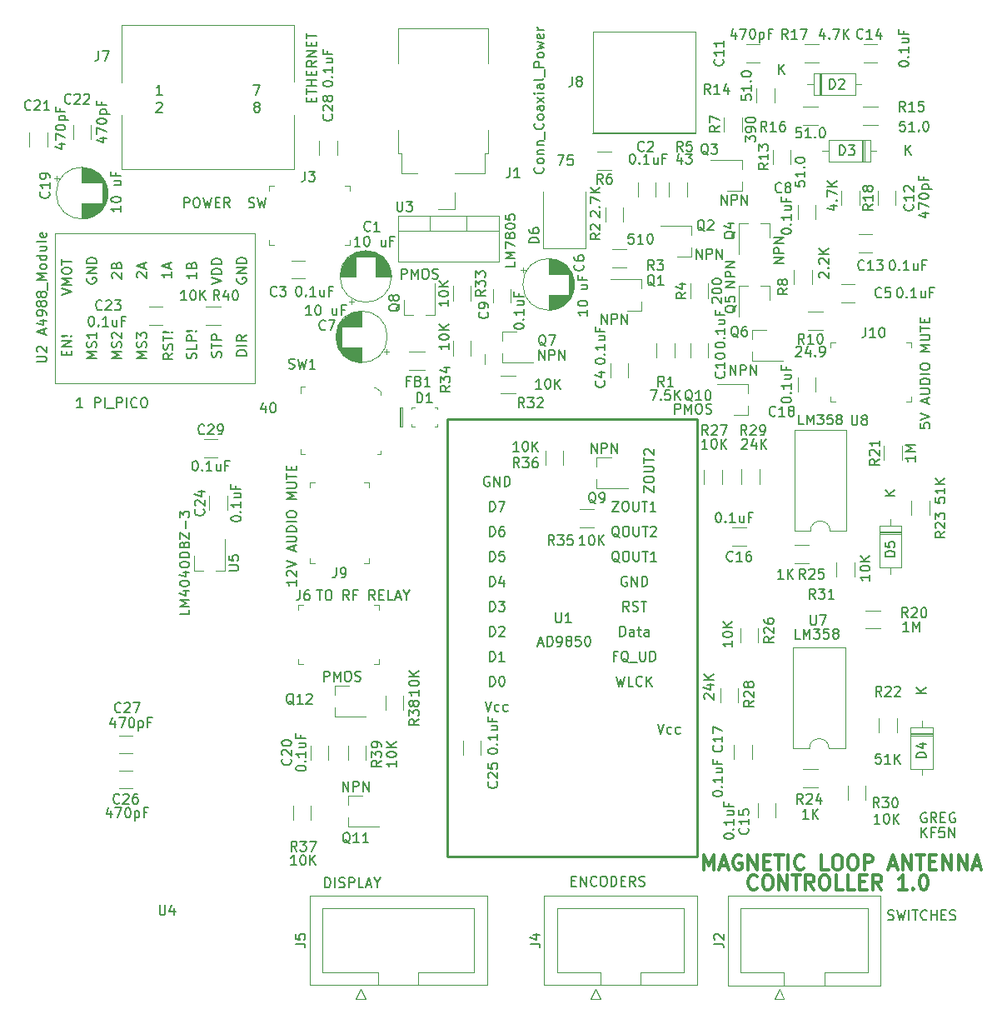
<source format=gto>
G04 #@! TF.GenerationSoftware,KiCad,Pcbnew,6.0.5-a6ca702e91~116~ubuntu20.04.1*
G04 #@! TF.CreationDate,2022-05-24T15:20:49-04:00*
G04 #@! TF.ProjectId,magloop_pico,6d61676c-6f6f-4705-9f70-69636f2e6b69,1.0*
G04 #@! TF.SameCoordinates,Original*
G04 #@! TF.FileFunction,Legend,Top*
G04 #@! TF.FilePolarity,Positive*
%FSLAX46Y46*%
G04 Gerber Fmt 4.6, Leading zero omitted, Abs format (unit mm)*
G04 Created by KiCad (PCBNEW 6.0.5-a6ca702e91~116~ubuntu20.04.1) date 2022-05-24 15:20:49*
%MOMM*%
%LPD*%
G01*
G04 APERTURE LIST*
%ADD10C,0.120000*%
%ADD11C,0.300000*%
%ADD12C,0.150000*%
%ADD13C,0.250000*%
%ADD14C,0.100000*%
%ADD15C,0.127000*%
G04 APERTURE END LIST*
D10*
X137668000Y-83693000D02*
X137668000Y-84709000D01*
D11*
X159990000Y-136060571D02*
X159990000Y-134560571D01*
X160490000Y-135632000D01*
X160990000Y-134560571D01*
X160990000Y-136060571D01*
X161632857Y-135632000D02*
X162347142Y-135632000D01*
X161490000Y-136060571D02*
X161990000Y-134560571D01*
X162490000Y-136060571D01*
X163775714Y-134632000D02*
X163632857Y-134560571D01*
X163418571Y-134560571D01*
X163204285Y-134632000D01*
X163061428Y-134774857D01*
X162990000Y-134917714D01*
X162918571Y-135203428D01*
X162918571Y-135417714D01*
X162990000Y-135703428D01*
X163061428Y-135846285D01*
X163204285Y-135989142D01*
X163418571Y-136060571D01*
X163561428Y-136060571D01*
X163775714Y-135989142D01*
X163847142Y-135917714D01*
X163847142Y-135417714D01*
X163561428Y-135417714D01*
X164490000Y-136060571D02*
X164490000Y-134560571D01*
X165347142Y-136060571D01*
X165347142Y-134560571D01*
X166061428Y-135274857D02*
X166561428Y-135274857D01*
X166775714Y-136060571D02*
X166061428Y-136060571D01*
X166061428Y-134560571D01*
X166775714Y-134560571D01*
X167204285Y-134560571D02*
X168061428Y-134560571D01*
X167632857Y-136060571D02*
X167632857Y-134560571D01*
X168561428Y-136060571D02*
X168561428Y-134560571D01*
X170132857Y-135917714D02*
X170061428Y-135989142D01*
X169847142Y-136060571D01*
X169704285Y-136060571D01*
X169490000Y-135989142D01*
X169347142Y-135846285D01*
X169275714Y-135703428D01*
X169204285Y-135417714D01*
X169204285Y-135203428D01*
X169275714Y-134917714D01*
X169347142Y-134774857D01*
X169490000Y-134632000D01*
X169704285Y-134560571D01*
X169847142Y-134560571D01*
X170061428Y-134632000D01*
X170132857Y-134703428D01*
X172632857Y-136060571D02*
X171918571Y-136060571D01*
X171918571Y-134560571D01*
X173418571Y-134560571D02*
X173704285Y-134560571D01*
X173847142Y-134632000D01*
X173990000Y-134774857D01*
X174061428Y-135060571D01*
X174061428Y-135560571D01*
X173990000Y-135846285D01*
X173847142Y-135989142D01*
X173704285Y-136060571D01*
X173418571Y-136060571D01*
X173275714Y-135989142D01*
X173132857Y-135846285D01*
X173061428Y-135560571D01*
X173061428Y-135060571D01*
X173132857Y-134774857D01*
X173275714Y-134632000D01*
X173418571Y-134560571D01*
X174990000Y-134560571D02*
X175275714Y-134560571D01*
X175418571Y-134632000D01*
X175561428Y-134774857D01*
X175632857Y-135060571D01*
X175632857Y-135560571D01*
X175561428Y-135846285D01*
X175418571Y-135989142D01*
X175275714Y-136060571D01*
X174990000Y-136060571D01*
X174847142Y-135989142D01*
X174704285Y-135846285D01*
X174632857Y-135560571D01*
X174632857Y-135060571D01*
X174704285Y-134774857D01*
X174847142Y-134632000D01*
X174990000Y-134560571D01*
X176275714Y-136060571D02*
X176275714Y-134560571D01*
X176847142Y-134560571D01*
X176990000Y-134632000D01*
X177061428Y-134703428D01*
X177132857Y-134846285D01*
X177132857Y-135060571D01*
X177061428Y-135203428D01*
X176990000Y-135274857D01*
X176847142Y-135346285D01*
X176275714Y-135346285D01*
X178847142Y-135632000D02*
X179561428Y-135632000D01*
X178704285Y-136060571D02*
X179204285Y-134560571D01*
X179704285Y-136060571D01*
X180204285Y-136060571D02*
X180204285Y-134560571D01*
X181061428Y-136060571D01*
X181061428Y-134560571D01*
X181561428Y-134560571D02*
X182418571Y-134560571D01*
X181990000Y-136060571D02*
X181990000Y-134560571D01*
X182918571Y-135274857D02*
X183418571Y-135274857D01*
X183632857Y-136060571D02*
X182918571Y-136060571D01*
X182918571Y-134560571D01*
X183632857Y-134560571D01*
X184275714Y-136060571D02*
X184275714Y-134560571D01*
X185132857Y-136060571D01*
X185132857Y-134560571D01*
X185847142Y-136060571D02*
X185847142Y-134560571D01*
X186704285Y-136060571D01*
X186704285Y-134560571D01*
X187347142Y-135632000D02*
X188061428Y-135632000D01*
X187204285Y-136060571D02*
X187704285Y-134560571D01*
X188204285Y-136060571D01*
D12*
X178689428Y-141120761D02*
X178832285Y-141168380D01*
X179070380Y-141168380D01*
X179165619Y-141120761D01*
X179213238Y-141073142D01*
X179260857Y-140977904D01*
X179260857Y-140882666D01*
X179213238Y-140787428D01*
X179165619Y-140739809D01*
X179070380Y-140692190D01*
X178879904Y-140644571D01*
X178784666Y-140596952D01*
X178737047Y-140549333D01*
X178689428Y-140454095D01*
X178689428Y-140358857D01*
X178737047Y-140263619D01*
X178784666Y-140216000D01*
X178879904Y-140168380D01*
X179118000Y-140168380D01*
X179260857Y-140216000D01*
X179594190Y-140168380D02*
X179832285Y-141168380D01*
X180022761Y-140454095D01*
X180213238Y-141168380D01*
X180451333Y-140168380D01*
X180832285Y-141168380D02*
X180832285Y-140168380D01*
X181165619Y-140168380D02*
X181737047Y-140168380D01*
X181451333Y-141168380D02*
X181451333Y-140168380D01*
X182641809Y-141073142D02*
X182594190Y-141120761D01*
X182451333Y-141168380D01*
X182356095Y-141168380D01*
X182213238Y-141120761D01*
X182118000Y-141025523D01*
X182070380Y-140930285D01*
X182022761Y-140739809D01*
X182022761Y-140596952D01*
X182070380Y-140406476D01*
X182118000Y-140311238D01*
X182213238Y-140216000D01*
X182356095Y-140168380D01*
X182451333Y-140168380D01*
X182594190Y-140216000D01*
X182641809Y-140263619D01*
X183070380Y-141168380D02*
X183070380Y-140168380D01*
X183070380Y-140644571D02*
X183641809Y-140644571D01*
X183641809Y-141168380D02*
X183641809Y-140168380D01*
X184118000Y-140644571D02*
X184451333Y-140644571D01*
X184594190Y-141168380D02*
X184118000Y-141168380D01*
X184118000Y-140168380D01*
X184594190Y-140168380D01*
X184975142Y-141120761D02*
X185118000Y-141168380D01*
X185356095Y-141168380D01*
X185451333Y-141120761D01*
X185498952Y-141073142D01*
X185546571Y-140977904D01*
X185546571Y-140882666D01*
X185498952Y-140787428D01*
X185451333Y-140739809D01*
X185356095Y-140692190D01*
X185165619Y-140644571D01*
X185070380Y-140596952D01*
X185022761Y-140549333D01*
X184975142Y-140454095D01*
X184975142Y-140358857D01*
X185022761Y-140263619D01*
X185070380Y-140216000D01*
X185165619Y-140168380D01*
X185403714Y-140168380D01*
X185546571Y-140216000D01*
D11*
X165394714Y-137949714D02*
X165323285Y-138021142D01*
X165109000Y-138092571D01*
X164966142Y-138092571D01*
X164751857Y-138021142D01*
X164609000Y-137878285D01*
X164537571Y-137735428D01*
X164466142Y-137449714D01*
X164466142Y-137235428D01*
X164537571Y-136949714D01*
X164609000Y-136806857D01*
X164751857Y-136664000D01*
X164966142Y-136592571D01*
X165109000Y-136592571D01*
X165323285Y-136664000D01*
X165394714Y-136735428D01*
X166323285Y-136592571D02*
X166609000Y-136592571D01*
X166751857Y-136664000D01*
X166894714Y-136806857D01*
X166966142Y-137092571D01*
X166966142Y-137592571D01*
X166894714Y-137878285D01*
X166751857Y-138021142D01*
X166609000Y-138092571D01*
X166323285Y-138092571D01*
X166180428Y-138021142D01*
X166037571Y-137878285D01*
X165966142Y-137592571D01*
X165966142Y-137092571D01*
X166037571Y-136806857D01*
X166180428Y-136664000D01*
X166323285Y-136592571D01*
X167609000Y-138092571D02*
X167609000Y-136592571D01*
X168466142Y-138092571D01*
X168466142Y-136592571D01*
X168966142Y-136592571D02*
X169823285Y-136592571D01*
X169394714Y-138092571D02*
X169394714Y-136592571D01*
X171180428Y-138092571D02*
X170680428Y-137378285D01*
X170323285Y-138092571D02*
X170323285Y-136592571D01*
X170894714Y-136592571D01*
X171037571Y-136664000D01*
X171109000Y-136735428D01*
X171180428Y-136878285D01*
X171180428Y-137092571D01*
X171109000Y-137235428D01*
X171037571Y-137306857D01*
X170894714Y-137378285D01*
X170323285Y-137378285D01*
X172109000Y-136592571D02*
X172394714Y-136592571D01*
X172537571Y-136664000D01*
X172680428Y-136806857D01*
X172751857Y-137092571D01*
X172751857Y-137592571D01*
X172680428Y-137878285D01*
X172537571Y-138021142D01*
X172394714Y-138092571D01*
X172109000Y-138092571D01*
X171966142Y-138021142D01*
X171823285Y-137878285D01*
X171751857Y-137592571D01*
X171751857Y-137092571D01*
X171823285Y-136806857D01*
X171966142Y-136664000D01*
X172109000Y-136592571D01*
X174109000Y-138092571D02*
X173394714Y-138092571D01*
X173394714Y-136592571D01*
X175323285Y-138092571D02*
X174609000Y-138092571D01*
X174609000Y-136592571D01*
X175823285Y-137306857D02*
X176323285Y-137306857D01*
X176537571Y-138092571D02*
X175823285Y-138092571D01*
X175823285Y-136592571D01*
X176537571Y-136592571D01*
X178037571Y-138092571D02*
X177537571Y-137378285D01*
X177180428Y-138092571D02*
X177180428Y-136592571D01*
X177751857Y-136592571D01*
X177894714Y-136664000D01*
X177966142Y-136735428D01*
X178037571Y-136878285D01*
X178037571Y-137092571D01*
X177966142Y-137235428D01*
X177894714Y-137306857D01*
X177751857Y-137378285D01*
X177180428Y-137378285D01*
X180609000Y-138092571D02*
X179751857Y-138092571D01*
X180180428Y-138092571D02*
X180180428Y-136592571D01*
X180037571Y-136806857D01*
X179894714Y-136949714D01*
X179751857Y-137021142D01*
X181251857Y-137949714D02*
X181323285Y-138021142D01*
X181251857Y-138092571D01*
X181180428Y-138021142D01*
X181251857Y-137949714D01*
X181251857Y-138092571D01*
X182251857Y-136592571D02*
X182394714Y-136592571D01*
X182537571Y-136664000D01*
X182609000Y-136735428D01*
X182680428Y-136878285D01*
X182751857Y-137164000D01*
X182751857Y-137521142D01*
X182680428Y-137806857D01*
X182609000Y-137949714D01*
X182537571Y-138021142D01*
X182394714Y-138092571D01*
X182251857Y-138092571D01*
X182109000Y-138021142D01*
X182037571Y-137949714D01*
X181966142Y-137806857D01*
X181894714Y-137521142D01*
X181894714Y-137164000D01*
X181966142Y-136878285D01*
X182037571Y-136735428D01*
X182109000Y-136664000D01*
X182251857Y-136592571D01*
D12*
X146550523Y-137215571D02*
X146883857Y-137215571D01*
X147026714Y-137739380D02*
X146550523Y-137739380D01*
X146550523Y-136739380D01*
X147026714Y-136739380D01*
X147455285Y-137739380D02*
X147455285Y-136739380D01*
X148026714Y-137739380D01*
X148026714Y-136739380D01*
X149074333Y-137644142D02*
X149026714Y-137691761D01*
X148883857Y-137739380D01*
X148788619Y-137739380D01*
X148645761Y-137691761D01*
X148550523Y-137596523D01*
X148502904Y-137501285D01*
X148455285Y-137310809D01*
X148455285Y-137167952D01*
X148502904Y-136977476D01*
X148550523Y-136882238D01*
X148645761Y-136787000D01*
X148788619Y-136739380D01*
X148883857Y-136739380D01*
X149026714Y-136787000D01*
X149074333Y-136834619D01*
X149693380Y-136739380D02*
X149883857Y-136739380D01*
X149979095Y-136787000D01*
X150074333Y-136882238D01*
X150121952Y-137072714D01*
X150121952Y-137406047D01*
X150074333Y-137596523D01*
X149979095Y-137691761D01*
X149883857Y-137739380D01*
X149693380Y-137739380D01*
X149598142Y-137691761D01*
X149502904Y-137596523D01*
X149455285Y-137406047D01*
X149455285Y-137072714D01*
X149502904Y-136882238D01*
X149598142Y-136787000D01*
X149693380Y-136739380D01*
X150550523Y-137739380D02*
X150550523Y-136739380D01*
X150788619Y-136739380D01*
X150931476Y-136787000D01*
X151026714Y-136882238D01*
X151074333Y-136977476D01*
X151121952Y-137167952D01*
X151121952Y-137310809D01*
X151074333Y-137501285D01*
X151026714Y-137596523D01*
X150931476Y-137691761D01*
X150788619Y-137739380D01*
X150550523Y-137739380D01*
X151550523Y-137215571D02*
X151883857Y-137215571D01*
X152026714Y-137739380D02*
X151550523Y-137739380D01*
X151550523Y-136739380D01*
X152026714Y-136739380D01*
X153026714Y-137739380D02*
X152693380Y-137263190D01*
X152455285Y-137739380D02*
X152455285Y-136739380D01*
X152836238Y-136739380D01*
X152931476Y-136787000D01*
X152979095Y-136834619D01*
X153026714Y-136929857D01*
X153026714Y-137072714D01*
X152979095Y-137167952D01*
X152931476Y-137215571D01*
X152836238Y-137263190D01*
X152455285Y-137263190D01*
X153407666Y-137691761D02*
X153550523Y-137739380D01*
X153788619Y-137739380D01*
X153883857Y-137691761D01*
X153931476Y-137644142D01*
X153979095Y-137548904D01*
X153979095Y-137453666D01*
X153931476Y-137358428D01*
X153883857Y-137310809D01*
X153788619Y-137263190D01*
X153598142Y-137215571D01*
X153502904Y-137167952D01*
X153455285Y-137120333D01*
X153407666Y-137025095D01*
X153407666Y-136929857D01*
X153455285Y-136834619D01*
X153502904Y-136787000D01*
X153598142Y-136739380D01*
X153836238Y-136739380D01*
X153979095Y-136787000D01*
X115411285Y-88939714D02*
X115411285Y-89606380D01*
X115173190Y-88558761D02*
X114935095Y-89273047D01*
X115554142Y-89273047D01*
X116125571Y-88606380D02*
X116220809Y-88606380D01*
X116316047Y-88654000D01*
X116363666Y-88701619D01*
X116411285Y-88796857D01*
X116458904Y-88987333D01*
X116458904Y-89225428D01*
X116411285Y-89415904D01*
X116363666Y-89511142D01*
X116316047Y-89558761D01*
X116220809Y-89606380D01*
X116125571Y-89606380D01*
X116030333Y-89558761D01*
X115982714Y-89511142D01*
X115935095Y-89415904D01*
X115887476Y-89225428D01*
X115887476Y-88987333D01*
X115935095Y-88796857D01*
X115982714Y-88701619D01*
X116030333Y-88654000D01*
X116125571Y-88606380D01*
X182078523Y-132786380D02*
X182078523Y-131786380D01*
X182649952Y-132786380D02*
X182221380Y-132214952D01*
X182649952Y-131786380D02*
X182078523Y-132357809D01*
X183411857Y-132262571D02*
X183078523Y-132262571D01*
X183078523Y-132786380D02*
X183078523Y-131786380D01*
X183554714Y-131786380D01*
X184411857Y-131786380D02*
X183935666Y-131786380D01*
X183888047Y-132262571D01*
X183935666Y-132214952D01*
X184030904Y-132167333D01*
X184269000Y-132167333D01*
X184364238Y-132214952D01*
X184411857Y-132262571D01*
X184459476Y-132357809D01*
X184459476Y-132595904D01*
X184411857Y-132691142D01*
X184364238Y-132738761D01*
X184269000Y-132786380D01*
X184030904Y-132786380D01*
X183935666Y-132738761D01*
X183888047Y-132691142D01*
X184888047Y-132786380D02*
X184888047Y-131786380D01*
X185459476Y-132786380D01*
X185459476Y-131786380D01*
X96805714Y-89098380D02*
X96234285Y-89098380D01*
X96520000Y-89098380D02*
X96520000Y-88098380D01*
X96424761Y-88241238D01*
X96329523Y-88336476D01*
X96234285Y-88384095D01*
X182578523Y-130310000D02*
X182483285Y-130262380D01*
X182340428Y-130262380D01*
X182197571Y-130310000D01*
X182102333Y-130405238D01*
X182054714Y-130500476D01*
X182007095Y-130690952D01*
X182007095Y-130833809D01*
X182054714Y-131024285D01*
X182102333Y-131119523D01*
X182197571Y-131214761D01*
X182340428Y-131262380D01*
X182435666Y-131262380D01*
X182578523Y-131214761D01*
X182626142Y-131167142D01*
X182626142Y-130833809D01*
X182435666Y-130833809D01*
X183626142Y-131262380D02*
X183292809Y-130786190D01*
X183054714Y-131262380D02*
X183054714Y-130262380D01*
X183435666Y-130262380D01*
X183530904Y-130310000D01*
X183578523Y-130357619D01*
X183626142Y-130452857D01*
X183626142Y-130595714D01*
X183578523Y-130690952D01*
X183530904Y-130738571D01*
X183435666Y-130786190D01*
X183054714Y-130786190D01*
X184054714Y-130738571D02*
X184388047Y-130738571D01*
X184530904Y-131262380D02*
X184054714Y-131262380D01*
X184054714Y-130262380D01*
X184530904Y-130262380D01*
X185483285Y-130310000D02*
X185388047Y-130262380D01*
X185245190Y-130262380D01*
X185102333Y-130310000D01*
X185007095Y-130405238D01*
X184959476Y-130500476D01*
X184911857Y-130690952D01*
X184911857Y-130833809D01*
X184959476Y-131024285D01*
X185007095Y-131119523D01*
X185102333Y-131214761D01*
X185245190Y-131262380D01*
X185340428Y-131262380D01*
X185483285Y-131214761D01*
X185530904Y-131167142D01*
X185530904Y-130833809D01*
X185340428Y-130833809D01*
X121467904Y-137866380D02*
X121467904Y-136866380D01*
X121706000Y-136866380D01*
X121848857Y-136914000D01*
X121944095Y-137009238D01*
X121991714Y-137104476D01*
X122039333Y-137294952D01*
X122039333Y-137437809D01*
X121991714Y-137628285D01*
X121944095Y-137723523D01*
X121848857Y-137818761D01*
X121706000Y-137866380D01*
X121467904Y-137866380D01*
X122467904Y-137866380D02*
X122467904Y-136866380D01*
X122896476Y-137818761D02*
X123039333Y-137866380D01*
X123277428Y-137866380D01*
X123372666Y-137818761D01*
X123420285Y-137771142D01*
X123467904Y-137675904D01*
X123467904Y-137580666D01*
X123420285Y-137485428D01*
X123372666Y-137437809D01*
X123277428Y-137390190D01*
X123086952Y-137342571D01*
X122991714Y-137294952D01*
X122944095Y-137247333D01*
X122896476Y-137152095D01*
X122896476Y-137056857D01*
X122944095Y-136961619D01*
X122991714Y-136914000D01*
X123086952Y-136866380D01*
X123325047Y-136866380D01*
X123467904Y-136914000D01*
X123896476Y-137866380D02*
X123896476Y-136866380D01*
X124277428Y-136866380D01*
X124372666Y-136914000D01*
X124420285Y-136961619D01*
X124467904Y-137056857D01*
X124467904Y-137199714D01*
X124420285Y-137294952D01*
X124372666Y-137342571D01*
X124277428Y-137390190D01*
X123896476Y-137390190D01*
X125372666Y-137866380D02*
X124896476Y-137866380D01*
X124896476Y-136866380D01*
X125658380Y-137580666D02*
X126134571Y-137580666D01*
X125563142Y-137866380D02*
X125896476Y-136866380D01*
X126229809Y-137866380D01*
X126753619Y-137390190D02*
X126753619Y-137866380D01*
X126420285Y-136866380D02*
X126753619Y-137390190D01*
X127086952Y-136866380D01*
X153884333Y-62968142D02*
X153836714Y-63015761D01*
X153693857Y-63063380D01*
X153598619Y-63063380D01*
X153455761Y-63015761D01*
X153360523Y-62920523D01*
X153312904Y-62825285D01*
X153265285Y-62634809D01*
X153265285Y-62491952D01*
X153312904Y-62301476D01*
X153360523Y-62206238D01*
X153455761Y-62111000D01*
X153598619Y-62063380D01*
X153693857Y-62063380D01*
X153836714Y-62111000D01*
X153884333Y-62158619D01*
X154265285Y-62158619D02*
X154312904Y-62111000D01*
X154408142Y-62063380D01*
X154646238Y-62063380D01*
X154741476Y-62111000D01*
X154789095Y-62158619D01*
X154836714Y-62253857D01*
X154836714Y-62349095D01*
X154789095Y-62491952D01*
X154217666Y-63063380D01*
X154836714Y-63063380D01*
X152662142Y-63333380D02*
X152757380Y-63333380D01*
X152852619Y-63381000D01*
X152900238Y-63428619D01*
X152947857Y-63523857D01*
X152995476Y-63714333D01*
X152995476Y-63952428D01*
X152947857Y-64142904D01*
X152900238Y-64238142D01*
X152852619Y-64285761D01*
X152757380Y-64333380D01*
X152662142Y-64333380D01*
X152566904Y-64285761D01*
X152519285Y-64238142D01*
X152471666Y-64142904D01*
X152424047Y-63952428D01*
X152424047Y-63714333D01*
X152471666Y-63523857D01*
X152519285Y-63428619D01*
X152566904Y-63381000D01*
X152662142Y-63333380D01*
X153424047Y-64238142D02*
X153471666Y-64285761D01*
X153424047Y-64333380D01*
X153376428Y-64285761D01*
X153424047Y-64238142D01*
X153424047Y-64333380D01*
X154424047Y-64333380D02*
X153852619Y-64333380D01*
X154138333Y-64333380D02*
X154138333Y-63333380D01*
X154043095Y-63476238D01*
X153947857Y-63571476D01*
X153852619Y-63619095D01*
X155281190Y-63666714D02*
X155281190Y-64333380D01*
X154852619Y-63666714D02*
X154852619Y-64190523D01*
X154900238Y-64285761D01*
X154995476Y-64333380D01*
X155138333Y-64333380D01*
X155233571Y-64285761D01*
X155281190Y-64238142D01*
X156090714Y-63809571D02*
X155757380Y-63809571D01*
X155757380Y-64333380D02*
X155757380Y-63333380D01*
X156233571Y-63333380D01*
X149836142Y-86399666D02*
X149883761Y-86447285D01*
X149931380Y-86590142D01*
X149931380Y-86685380D01*
X149883761Y-86828238D01*
X149788523Y-86923476D01*
X149693285Y-86971095D01*
X149502809Y-87018714D01*
X149359952Y-87018714D01*
X149169476Y-86971095D01*
X149074238Y-86923476D01*
X148979000Y-86828238D01*
X148931380Y-86685380D01*
X148931380Y-86590142D01*
X148979000Y-86447285D01*
X149026619Y-86399666D01*
X149264714Y-85542523D02*
X149931380Y-85542523D01*
X148883761Y-85780619D02*
X149598047Y-86018714D01*
X149598047Y-85399666D01*
X148931380Y-84446857D02*
X148931380Y-84351619D01*
X148979000Y-84256380D01*
X149026619Y-84208761D01*
X149121857Y-84161142D01*
X149312333Y-84113523D01*
X149550428Y-84113523D01*
X149740904Y-84161142D01*
X149836142Y-84208761D01*
X149883761Y-84256380D01*
X149931380Y-84351619D01*
X149931380Y-84446857D01*
X149883761Y-84542095D01*
X149836142Y-84589714D01*
X149740904Y-84637333D01*
X149550428Y-84684952D01*
X149312333Y-84684952D01*
X149121857Y-84637333D01*
X149026619Y-84589714D01*
X148979000Y-84542095D01*
X148931380Y-84446857D01*
X149836142Y-83684952D02*
X149883761Y-83637333D01*
X149931380Y-83684952D01*
X149883761Y-83732571D01*
X149836142Y-83684952D01*
X149931380Y-83684952D01*
X149931380Y-82684952D02*
X149931380Y-83256380D01*
X149931380Y-82970666D02*
X148931380Y-82970666D01*
X149074238Y-83065904D01*
X149169476Y-83161142D01*
X149217095Y-83256380D01*
X149264714Y-81827809D02*
X149931380Y-81827809D01*
X149264714Y-82256380D02*
X149788523Y-82256380D01*
X149883761Y-82208761D01*
X149931380Y-82113523D01*
X149931380Y-81970666D01*
X149883761Y-81875428D01*
X149836142Y-81827809D01*
X149407571Y-81018285D02*
X149407571Y-81351619D01*
X149931380Y-81351619D02*
X148931380Y-81351619D01*
X148931380Y-80875428D01*
X178014333Y-77827142D02*
X177966714Y-77874761D01*
X177823857Y-77922380D01*
X177728619Y-77922380D01*
X177585761Y-77874761D01*
X177490523Y-77779523D01*
X177442904Y-77684285D01*
X177395285Y-77493809D01*
X177395285Y-77350952D01*
X177442904Y-77160476D01*
X177490523Y-77065238D01*
X177585761Y-76970000D01*
X177728619Y-76922380D01*
X177823857Y-76922380D01*
X177966714Y-76970000D01*
X178014333Y-77017619D01*
X178919095Y-76922380D02*
X178442904Y-76922380D01*
X178395285Y-77398571D01*
X178442904Y-77350952D01*
X178538142Y-77303333D01*
X178776238Y-77303333D01*
X178871476Y-77350952D01*
X178919095Y-77398571D01*
X178966714Y-77493809D01*
X178966714Y-77731904D01*
X178919095Y-77827142D01*
X178871476Y-77874761D01*
X178776238Y-77922380D01*
X178538142Y-77922380D01*
X178442904Y-77874761D01*
X178395285Y-77827142D01*
X179840142Y-76922380D02*
X179935380Y-76922380D01*
X180030619Y-76970000D01*
X180078238Y-77017619D01*
X180125857Y-77112857D01*
X180173476Y-77303333D01*
X180173476Y-77541428D01*
X180125857Y-77731904D01*
X180078238Y-77827142D01*
X180030619Y-77874761D01*
X179935380Y-77922380D01*
X179840142Y-77922380D01*
X179744904Y-77874761D01*
X179697285Y-77827142D01*
X179649666Y-77731904D01*
X179602047Y-77541428D01*
X179602047Y-77303333D01*
X179649666Y-77112857D01*
X179697285Y-77017619D01*
X179744904Y-76970000D01*
X179840142Y-76922380D01*
X180602047Y-77827142D02*
X180649666Y-77874761D01*
X180602047Y-77922380D01*
X180554428Y-77874761D01*
X180602047Y-77827142D01*
X180602047Y-77922380D01*
X181602047Y-77922380D02*
X181030619Y-77922380D01*
X181316333Y-77922380D02*
X181316333Y-76922380D01*
X181221095Y-77065238D01*
X181125857Y-77160476D01*
X181030619Y-77208095D01*
X182459190Y-77255714D02*
X182459190Y-77922380D01*
X182030619Y-77255714D02*
X182030619Y-77779523D01*
X182078238Y-77874761D01*
X182173476Y-77922380D01*
X182316333Y-77922380D01*
X182411571Y-77874761D01*
X182459190Y-77827142D01*
X183268714Y-77398571D02*
X182935380Y-77398571D01*
X182935380Y-77922380D02*
X182935380Y-76922380D01*
X183411571Y-76922380D01*
X167854333Y-67159142D02*
X167806714Y-67206761D01*
X167663857Y-67254380D01*
X167568619Y-67254380D01*
X167425761Y-67206761D01*
X167330523Y-67111523D01*
X167282904Y-67016285D01*
X167235285Y-66825809D01*
X167235285Y-66682952D01*
X167282904Y-66492476D01*
X167330523Y-66397238D01*
X167425761Y-66302000D01*
X167568619Y-66254380D01*
X167663857Y-66254380D01*
X167806714Y-66302000D01*
X167854333Y-66349619D01*
X168425761Y-66682952D02*
X168330523Y-66635333D01*
X168282904Y-66587714D01*
X168235285Y-66492476D01*
X168235285Y-66444857D01*
X168282904Y-66349619D01*
X168330523Y-66302000D01*
X168425761Y-66254380D01*
X168616238Y-66254380D01*
X168711476Y-66302000D01*
X168759095Y-66349619D01*
X168806714Y-66444857D01*
X168806714Y-66492476D01*
X168759095Y-66587714D01*
X168711476Y-66635333D01*
X168616238Y-66682952D01*
X168425761Y-66682952D01*
X168330523Y-66730571D01*
X168282904Y-66778190D01*
X168235285Y-66873428D01*
X168235285Y-67063904D01*
X168282904Y-67159142D01*
X168330523Y-67206761D01*
X168425761Y-67254380D01*
X168616238Y-67254380D01*
X168711476Y-67206761D01*
X168759095Y-67159142D01*
X168806714Y-67063904D01*
X168806714Y-66873428D01*
X168759095Y-66778190D01*
X168711476Y-66730571D01*
X168616238Y-66682952D01*
X167854380Y-71238857D02*
X167854380Y-71143619D01*
X167902000Y-71048380D01*
X167949619Y-71000761D01*
X168044857Y-70953142D01*
X168235333Y-70905523D01*
X168473428Y-70905523D01*
X168663904Y-70953142D01*
X168759142Y-71000761D01*
X168806761Y-71048380D01*
X168854380Y-71143619D01*
X168854380Y-71238857D01*
X168806761Y-71334095D01*
X168759142Y-71381714D01*
X168663904Y-71429333D01*
X168473428Y-71476952D01*
X168235333Y-71476952D01*
X168044857Y-71429333D01*
X167949619Y-71381714D01*
X167902000Y-71334095D01*
X167854380Y-71238857D01*
X168759142Y-70476952D02*
X168806761Y-70429333D01*
X168854380Y-70476952D01*
X168806761Y-70524571D01*
X168759142Y-70476952D01*
X168854380Y-70476952D01*
X168854380Y-69476952D02*
X168854380Y-70048380D01*
X168854380Y-69762666D02*
X167854380Y-69762666D01*
X167997238Y-69857904D01*
X168092476Y-69953142D01*
X168140095Y-70048380D01*
X168187714Y-68619809D02*
X168854380Y-68619809D01*
X168187714Y-69048380D02*
X168711523Y-69048380D01*
X168806761Y-69000761D01*
X168854380Y-68905523D01*
X168854380Y-68762666D01*
X168806761Y-68667428D01*
X168759142Y-68619809D01*
X168330571Y-67810285D02*
X168330571Y-68143619D01*
X168854380Y-68143619D02*
X167854380Y-68143619D01*
X167854380Y-67667428D01*
X162028142Y-85478857D02*
X162075761Y-85526476D01*
X162123380Y-85669333D01*
X162123380Y-85764571D01*
X162075761Y-85907428D01*
X161980523Y-86002666D01*
X161885285Y-86050285D01*
X161694809Y-86097904D01*
X161551952Y-86097904D01*
X161361476Y-86050285D01*
X161266238Y-86002666D01*
X161171000Y-85907428D01*
X161123380Y-85764571D01*
X161123380Y-85669333D01*
X161171000Y-85526476D01*
X161218619Y-85478857D01*
X162123380Y-84526476D02*
X162123380Y-85097904D01*
X162123380Y-84812190D02*
X161123380Y-84812190D01*
X161266238Y-84907428D01*
X161361476Y-85002666D01*
X161409095Y-85097904D01*
X161123380Y-83907428D02*
X161123380Y-83812190D01*
X161171000Y-83716952D01*
X161218619Y-83669333D01*
X161313857Y-83621714D01*
X161504333Y-83574095D01*
X161742428Y-83574095D01*
X161932904Y-83621714D01*
X162028142Y-83669333D01*
X162075761Y-83716952D01*
X162123380Y-83812190D01*
X162123380Y-83907428D01*
X162075761Y-84002666D01*
X162028142Y-84050285D01*
X161932904Y-84097904D01*
X161742428Y-84145523D01*
X161504333Y-84145523D01*
X161313857Y-84097904D01*
X161218619Y-84050285D01*
X161171000Y-84002666D01*
X161123380Y-83907428D01*
X161123380Y-82795857D02*
X161123380Y-82700619D01*
X161171000Y-82605380D01*
X161218619Y-82557761D01*
X161313857Y-82510142D01*
X161504333Y-82462523D01*
X161742428Y-82462523D01*
X161932904Y-82510142D01*
X162028142Y-82557761D01*
X162075761Y-82605380D01*
X162123380Y-82700619D01*
X162123380Y-82795857D01*
X162075761Y-82891095D01*
X162028142Y-82938714D01*
X161932904Y-82986333D01*
X161742428Y-83033952D01*
X161504333Y-83033952D01*
X161313857Y-82986333D01*
X161218619Y-82938714D01*
X161171000Y-82891095D01*
X161123380Y-82795857D01*
X162028142Y-82033952D02*
X162075761Y-81986333D01*
X162123380Y-82033952D01*
X162075761Y-82081571D01*
X162028142Y-82033952D01*
X162123380Y-82033952D01*
X162123380Y-81033952D02*
X162123380Y-81605380D01*
X162123380Y-81319666D02*
X161123380Y-81319666D01*
X161266238Y-81414904D01*
X161361476Y-81510142D01*
X161409095Y-81605380D01*
X161456714Y-80176809D02*
X162123380Y-80176809D01*
X161456714Y-80605380D02*
X161980523Y-80605380D01*
X162075761Y-80557761D01*
X162123380Y-80462523D01*
X162123380Y-80319666D01*
X162075761Y-80224428D01*
X162028142Y-80176809D01*
X161599571Y-79367285D02*
X161599571Y-79700619D01*
X162123380Y-79700619D02*
X161123380Y-79700619D01*
X161123380Y-79224428D01*
X161901142Y-53728857D02*
X161948761Y-53776476D01*
X161996380Y-53919333D01*
X161996380Y-54014571D01*
X161948761Y-54157428D01*
X161853523Y-54252666D01*
X161758285Y-54300285D01*
X161567809Y-54347904D01*
X161424952Y-54347904D01*
X161234476Y-54300285D01*
X161139238Y-54252666D01*
X161044000Y-54157428D01*
X160996380Y-54014571D01*
X160996380Y-53919333D01*
X161044000Y-53776476D01*
X161091619Y-53728857D01*
X161996380Y-52776476D02*
X161996380Y-53347904D01*
X161996380Y-53062190D02*
X160996380Y-53062190D01*
X161139238Y-53157428D01*
X161234476Y-53252666D01*
X161282095Y-53347904D01*
X161996380Y-51824095D02*
X161996380Y-52395523D01*
X161996380Y-52109809D02*
X160996380Y-52109809D01*
X161139238Y-52205047D01*
X161234476Y-52300285D01*
X161282095Y-52395523D01*
X163203142Y-50966714D02*
X163203142Y-51633380D01*
X162965047Y-50585761D02*
X162726952Y-51300047D01*
X163346000Y-51300047D01*
X163631714Y-50633380D02*
X164298380Y-50633380D01*
X163869809Y-51633380D01*
X164869809Y-50633380D02*
X164965047Y-50633380D01*
X165060285Y-50681000D01*
X165107904Y-50728619D01*
X165155523Y-50823857D01*
X165203142Y-51014333D01*
X165203142Y-51252428D01*
X165155523Y-51442904D01*
X165107904Y-51538142D01*
X165060285Y-51585761D01*
X164965047Y-51633380D01*
X164869809Y-51633380D01*
X164774571Y-51585761D01*
X164726952Y-51538142D01*
X164679333Y-51442904D01*
X164631714Y-51252428D01*
X164631714Y-51014333D01*
X164679333Y-50823857D01*
X164726952Y-50728619D01*
X164774571Y-50681000D01*
X164869809Y-50633380D01*
X165631714Y-50966714D02*
X165631714Y-51966714D01*
X165631714Y-51014333D02*
X165726952Y-50966714D01*
X165917428Y-50966714D01*
X166012666Y-51014333D01*
X166060285Y-51061952D01*
X166107904Y-51157190D01*
X166107904Y-51442904D01*
X166060285Y-51538142D01*
X166012666Y-51585761D01*
X165917428Y-51633380D01*
X165726952Y-51633380D01*
X165631714Y-51585761D01*
X166869809Y-51109571D02*
X166536476Y-51109571D01*
X166536476Y-51633380D02*
X166536476Y-50633380D01*
X167012666Y-50633380D01*
X181205142Y-68460857D02*
X181252761Y-68508476D01*
X181300380Y-68651333D01*
X181300380Y-68746571D01*
X181252761Y-68889428D01*
X181157523Y-68984666D01*
X181062285Y-69032285D01*
X180871809Y-69079904D01*
X180728952Y-69079904D01*
X180538476Y-69032285D01*
X180443238Y-68984666D01*
X180348000Y-68889428D01*
X180300380Y-68746571D01*
X180300380Y-68651333D01*
X180348000Y-68508476D01*
X180395619Y-68460857D01*
X181300380Y-67508476D02*
X181300380Y-68079904D01*
X181300380Y-67794190D02*
X180300380Y-67794190D01*
X180443238Y-67889428D01*
X180538476Y-67984666D01*
X180586095Y-68079904D01*
X180395619Y-67127523D02*
X180348000Y-67079904D01*
X180300380Y-66984666D01*
X180300380Y-66746571D01*
X180348000Y-66651333D01*
X180395619Y-66603714D01*
X180490857Y-66556095D01*
X180586095Y-66556095D01*
X180728952Y-66603714D01*
X181300380Y-67175142D01*
X181300380Y-66556095D01*
X182157714Y-69333857D02*
X182824380Y-69333857D01*
X181776761Y-69571952D02*
X182491047Y-69810047D01*
X182491047Y-69191000D01*
X181824380Y-68905285D02*
X181824380Y-68238619D01*
X182824380Y-68667190D01*
X181824380Y-67667190D02*
X181824380Y-67571952D01*
X181872000Y-67476714D01*
X181919619Y-67429095D01*
X182014857Y-67381476D01*
X182205333Y-67333857D01*
X182443428Y-67333857D01*
X182633904Y-67381476D01*
X182729142Y-67429095D01*
X182776761Y-67476714D01*
X182824380Y-67571952D01*
X182824380Y-67667190D01*
X182776761Y-67762428D01*
X182729142Y-67810047D01*
X182633904Y-67857666D01*
X182443428Y-67905285D01*
X182205333Y-67905285D01*
X182014857Y-67857666D01*
X181919619Y-67810047D01*
X181872000Y-67762428D01*
X181824380Y-67667190D01*
X182157714Y-66905285D02*
X183157714Y-66905285D01*
X182205333Y-66905285D02*
X182157714Y-66810047D01*
X182157714Y-66619571D01*
X182205333Y-66524333D01*
X182252952Y-66476714D01*
X182348190Y-66429095D01*
X182633904Y-66429095D01*
X182729142Y-66476714D01*
X182776761Y-66524333D01*
X182824380Y-66619571D01*
X182824380Y-66810047D01*
X182776761Y-66905285D01*
X182300571Y-65667190D02*
X182300571Y-66000523D01*
X182824380Y-66000523D02*
X181824380Y-66000523D01*
X181824380Y-65524333D01*
X176141142Y-51538142D02*
X176093523Y-51585761D01*
X175950666Y-51633380D01*
X175855428Y-51633380D01*
X175712571Y-51585761D01*
X175617333Y-51490523D01*
X175569714Y-51395285D01*
X175522095Y-51204809D01*
X175522095Y-51061952D01*
X175569714Y-50871476D01*
X175617333Y-50776238D01*
X175712571Y-50681000D01*
X175855428Y-50633380D01*
X175950666Y-50633380D01*
X176093523Y-50681000D01*
X176141142Y-50728619D01*
X177093523Y-51633380D02*
X176522095Y-51633380D01*
X176807809Y-51633380D02*
X176807809Y-50633380D01*
X176712571Y-50776238D01*
X176617333Y-50871476D01*
X176522095Y-50919095D01*
X177950666Y-50966714D02*
X177950666Y-51633380D01*
X177712571Y-50585761D02*
X177474476Y-51300047D01*
X178093523Y-51300047D01*
X179792380Y-54220857D02*
X179792380Y-54125619D01*
X179840000Y-54030380D01*
X179887619Y-53982761D01*
X179982857Y-53935142D01*
X180173333Y-53887523D01*
X180411428Y-53887523D01*
X180601904Y-53935142D01*
X180697142Y-53982761D01*
X180744761Y-54030380D01*
X180792380Y-54125619D01*
X180792380Y-54220857D01*
X180744761Y-54316095D01*
X180697142Y-54363714D01*
X180601904Y-54411333D01*
X180411428Y-54458952D01*
X180173333Y-54458952D01*
X179982857Y-54411333D01*
X179887619Y-54363714D01*
X179840000Y-54316095D01*
X179792380Y-54220857D01*
X180697142Y-53458952D02*
X180744761Y-53411333D01*
X180792380Y-53458952D01*
X180744761Y-53506571D01*
X180697142Y-53458952D01*
X180792380Y-53458952D01*
X180792380Y-52458952D02*
X180792380Y-53030380D01*
X180792380Y-52744666D02*
X179792380Y-52744666D01*
X179935238Y-52839904D01*
X180030476Y-52935142D01*
X180078095Y-53030380D01*
X180125714Y-51601809D02*
X180792380Y-51601809D01*
X180125714Y-52030380D02*
X180649523Y-52030380D01*
X180744761Y-51982761D01*
X180792380Y-51887523D01*
X180792380Y-51744666D01*
X180744761Y-51649428D01*
X180697142Y-51601809D01*
X180268571Y-50792285D02*
X180268571Y-51125619D01*
X180792380Y-51125619D02*
X179792380Y-51125619D01*
X179792380Y-50649428D01*
X164441142Y-131833857D02*
X164488761Y-131881476D01*
X164536380Y-132024333D01*
X164536380Y-132119571D01*
X164488761Y-132262428D01*
X164393523Y-132357666D01*
X164298285Y-132405285D01*
X164107809Y-132452904D01*
X163964952Y-132452904D01*
X163774476Y-132405285D01*
X163679238Y-132357666D01*
X163584000Y-132262428D01*
X163536380Y-132119571D01*
X163536380Y-132024333D01*
X163584000Y-131881476D01*
X163631619Y-131833857D01*
X164536380Y-130881476D02*
X164536380Y-131452904D01*
X164536380Y-131167190D02*
X163536380Y-131167190D01*
X163679238Y-131262428D01*
X163774476Y-131357666D01*
X163822095Y-131452904D01*
X163536380Y-129976714D02*
X163536380Y-130452904D01*
X164012571Y-130500523D01*
X163964952Y-130452904D01*
X163917333Y-130357666D01*
X163917333Y-130119571D01*
X163964952Y-130024333D01*
X164012571Y-129976714D01*
X164107809Y-129929095D01*
X164345904Y-129929095D01*
X164441142Y-129976714D01*
X164488761Y-130024333D01*
X164536380Y-130119571D01*
X164536380Y-130357666D01*
X164488761Y-130452904D01*
X164441142Y-130500523D01*
X162012380Y-132706857D02*
X162012380Y-132611619D01*
X162060000Y-132516380D01*
X162107619Y-132468761D01*
X162202857Y-132421142D01*
X162393333Y-132373523D01*
X162631428Y-132373523D01*
X162821904Y-132421142D01*
X162917142Y-132468761D01*
X162964761Y-132516380D01*
X163012380Y-132611619D01*
X163012380Y-132706857D01*
X162964761Y-132802095D01*
X162917142Y-132849714D01*
X162821904Y-132897333D01*
X162631428Y-132944952D01*
X162393333Y-132944952D01*
X162202857Y-132897333D01*
X162107619Y-132849714D01*
X162060000Y-132802095D01*
X162012380Y-132706857D01*
X162917142Y-131944952D02*
X162964761Y-131897333D01*
X163012380Y-131944952D01*
X162964761Y-131992571D01*
X162917142Y-131944952D01*
X163012380Y-131944952D01*
X163012380Y-130944952D02*
X163012380Y-131516380D01*
X163012380Y-131230666D02*
X162012380Y-131230666D01*
X162155238Y-131325904D01*
X162250476Y-131421142D01*
X162298095Y-131516380D01*
X162345714Y-130087809D02*
X163012380Y-130087809D01*
X162345714Y-130516380D02*
X162869523Y-130516380D01*
X162964761Y-130468761D01*
X163012380Y-130373523D01*
X163012380Y-130230666D01*
X162964761Y-130135428D01*
X162917142Y-130087809D01*
X162488571Y-129278285D02*
X162488571Y-129611619D01*
X163012380Y-129611619D02*
X162012380Y-129611619D01*
X162012380Y-129135428D01*
X162913142Y-104624142D02*
X162865523Y-104671761D01*
X162722666Y-104719380D01*
X162627428Y-104719380D01*
X162484571Y-104671761D01*
X162389333Y-104576523D01*
X162341714Y-104481285D01*
X162294095Y-104290809D01*
X162294095Y-104147952D01*
X162341714Y-103957476D01*
X162389333Y-103862238D01*
X162484571Y-103767000D01*
X162627428Y-103719380D01*
X162722666Y-103719380D01*
X162865523Y-103767000D01*
X162913142Y-103814619D01*
X163865523Y-104719380D02*
X163294095Y-104719380D01*
X163579809Y-104719380D02*
X163579809Y-103719380D01*
X163484571Y-103862238D01*
X163389333Y-103957476D01*
X163294095Y-104005095D01*
X164722666Y-103719380D02*
X164532190Y-103719380D01*
X164436952Y-103767000D01*
X164389333Y-103814619D01*
X164294095Y-103957476D01*
X164246476Y-104147952D01*
X164246476Y-104528904D01*
X164294095Y-104624142D01*
X164341714Y-104671761D01*
X164436952Y-104719380D01*
X164627428Y-104719380D01*
X164722666Y-104671761D01*
X164770285Y-104624142D01*
X164817904Y-104528904D01*
X164817904Y-104290809D01*
X164770285Y-104195571D01*
X164722666Y-104147952D01*
X164627428Y-104100333D01*
X164436952Y-104100333D01*
X164341714Y-104147952D01*
X164294095Y-104195571D01*
X164246476Y-104290809D01*
X161405142Y-99762380D02*
X161500380Y-99762380D01*
X161595619Y-99810000D01*
X161643238Y-99857619D01*
X161690857Y-99952857D01*
X161738476Y-100143333D01*
X161738476Y-100381428D01*
X161690857Y-100571904D01*
X161643238Y-100667142D01*
X161595619Y-100714761D01*
X161500380Y-100762380D01*
X161405142Y-100762380D01*
X161309904Y-100714761D01*
X161262285Y-100667142D01*
X161214666Y-100571904D01*
X161167047Y-100381428D01*
X161167047Y-100143333D01*
X161214666Y-99952857D01*
X161262285Y-99857619D01*
X161309904Y-99810000D01*
X161405142Y-99762380D01*
X162167047Y-100667142D02*
X162214666Y-100714761D01*
X162167047Y-100762380D01*
X162119428Y-100714761D01*
X162167047Y-100667142D01*
X162167047Y-100762380D01*
X163167047Y-100762380D02*
X162595619Y-100762380D01*
X162881333Y-100762380D02*
X162881333Y-99762380D01*
X162786095Y-99905238D01*
X162690857Y-100000476D01*
X162595619Y-100048095D01*
X164024190Y-100095714D02*
X164024190Y-100762380D01*
X163595619Y-100095714D02*
X163595619Y-100619523D01*
X163643238Y-100714761D01*
X163738476Y-100762380D01*
X163881333Y-100762380D01*
X163976571Y-100714761D01*
X164024190Y-100667142D01*
X164833714Y-100238571D02*
X164500380Y-100238571D01*
X164500380Y-100762380D02*
X164500380Y-99762380D01*
X164976571Y-99762380D01*
X172743904Y-56713380D02*
X172743904Y-55713380D01*
X172982000Y-55713380D01*
X173124857Y-55761000D01*
X173220095Y-55856238D01*
X173267714Y-55951476D01*
X173315333Y-56141952D01*
X173315333Y-56284809D01*
X173267714Y-56475285D01*
X173220095Y-56570523D01*
X173124857Y-56665761D01*
X172982000Y-56713380D01*
X172743904Y-56713380D01*
X173696285Y-55808619D02*
X173743904Y-55761000D01*
X173839142Y-55713380D01*
X174077238Y-55713380D01*
X174172476Y-55761000D01*
X174220095Y-55808619D01*
X174267714Y-55903857D01*
X174267714Y-55999095D01*
X174220095Y-56141952D01*
X173648666Y-56713380D01*
X174267714Y-56713380D01*
X167632095Y-55189380D02*
X167632095Y-54189380D01*
X168203523Y-55189380D02*
X167774952Y-54617952D01*
X168203523Y-54189380D02*
X167632095Y-54760809D01*
X173759904Y-63444380D02*
X173759904Y-62444380D01*
X173998000Y-62444380D01*
X174140857Y-62492000D01*
X174236095Y-62587238D01*
X174283714Y-62682476D01*
X174331333Y-62872952D01*
X174331333Y-63015809D01*
X174283714Y-63206285D01*
X174236095Y-63301523D01*
X174140857Y-63396761D01*
X173998000Y-63444380D01*
X173759904Y-63444380D01*
X174664666Y-62444380D02*
X175283714Y-62444380D01*
X174950380Y-62825333D01*
X175093238Y-62825333D01*
X175188476Y-62872952D01*
X175236095Y-62920571D01*
X175283714Y-63015809D01*
X175283714Y-63253904D01*
X175236095Y-63349142D01*
X175188476Y-63396761D01*
X175093238Y-63444380D01*
X174807523Y-63444380D01*
X174712285Y-63396761D01*
X174664666Y-63349142D01*
X180459095Y-63444380D02*
X180459095Y-62444380D01*
X181030523Y-63444380D02*
X180601952Y-62872952D01*
X181030523Y-62444380D02*
X180459095Y-63015809D01*
X182570380Y-124690095D02*
X181570380Y-124690095D01*
X181570380Y-124452000D01*
X181618000Y-124309142D01*
X181713238Y-124213904D01*
X181808476Y-124166285D01*
X181998952Y-124118666D01*
X182141809Y-124118666D01*
X182332285Y-124166285D01*
X182427523Y-124213904D01*
X182522761Y-124309142D01*
X182570380Y-124452000D01*
X182570380Y-124690095D01*
X181903714Y-123261523D02*
X182570380Y-123261523D01*
X181522761Y-123499619D02*
X182237047Y-123737714D01*
X182237047Y-123118666D01*
X182570380Y-118117904D02*
X181570380Y-118117904D01*
X182570380Y-117546476D02*
X181998952Y-117975047D01*
X181570380Y-117546476D02*
X182141809Y-118117904D01*
X118447380Y-143579833D02*
X119161666Y-143579833D01*
X119304523Y-143627452D01*
X119399761Y-143722690D01*
X119447380Y-143865547D01*
X119447380Y-143960785D01*
X118447380Y-142627452D02*
X118447380Y-143103642D01*
X118923571Y-143151261D01*
X118875952Y-143103642D01*
X118828333Y-143008404D01*
X118828333Y-142770309D01*
X118875952Y-142675071D01*
X118923571Y-142627452D01*
X119018809Y-142579833D01*
X119256904Y-142579833D01*
X119352142Y-142627452D01*
X119399761Y-142675071D01*
X119447380Y-142770309D01*
X119447380Y-143008404D01*
X119399761Y-143103642D01*
X119352142Y-143151261D01*
X155916333Y-86939380D02*
X155583000Y-86463190D01*
X155344904Y-86939380D02*
X155344904Y-85939380D01*
X155725857Y-85939380D01*
X155821095Y-85987000D01*
X155868714Y-86034619D01*
X155916333Y-86129857D01*
X155916333Y-86272714D01*
X155868714Y-86367952D01*
X155821095Y-86415571D01*
X155725857Y-86463190D01*
X155344904Y-86463190D01*
X156868714Y-86939380D02*
X156297285Y-86939380D01*
X156583000Y-86939380D02*
X156583000Y-85939380D01*
X156487761Y-86082238D01*
X156392523Y-86177476D01*
X156297285Y-86225095D01*
X154535380Y-87336380D02*
X155202047Y-87336380D01*
X154773476Y-88336380D01*
X155583000Y-88241142D02*
X155630619Y-88288761D01*
X155583000Y-88336380D01*
X155535380Y-88288761D01*
X155583000Y-88241142D01*
X155583000Y-88336380D01*
X156535380Y-87336380D02*
X156059190Y-87336380D01*
X156011571Y-87812571D01*
X156059190Y-87764952D01*
X156154428Y-87717333D01*
X156392523Y-87717333D01*
X156487761Y-87764952D01*
X156535380Y-87812571D01*
X156583000Y-87907809D01*
X156583000Y-88145904D01*
X156535380Y-88241142D01*
X156487761Y-88288761D01*
X156392523Y-88336380D01*
X156154428Y-88336380D01*
X156059190Y-88288761D01*
X156011571Y-88241142D01*
X157011571Y-88336380D02*
X157011571Y-87336380D01*
X157583000Y-88336380D02*
X157154428Y-87764952D01*
X157583000Y-87336380D02*
X157011571Y-87907809D01*
X149423380Y-71413666D02*
X148947190Y-71747000D01*
X149423380Y-71985095D02*
X148423380Y-71985095D01*
X148423380Y-71604142D01*
X148471000Y-71508904D01*
X148518619Y-71461285D01*
X148613857Y-71413666D01*
X148756714Y-71413666D01*
X148851952Y-71461285D01*
X148899571Y-71508904D01*
X148947190Y-71604142D01*
X148947190Y-71985095D01*
X148518619Y-71032714D02*
X148471000Y-70985095D01*
X148423380Y-70889857D01*
X148423380Y-70651761D01*
X148471000Y-70556523D01*
X148518619Y-70508904D01*
X148613857Y-70461285D01*
X148709095Y-70461285D01*
X148851952Y-70508904D01*
X149423380Y-71080333D01*
X149423380Y-70461285D01*
X148518619Y-69699000D02*
X148471000Y-69651380D01*
X148423380Y-69556142D01*
X148423380Y-69318047D01*
X148471000Y-69222809D01*
X148518619Y-69175190D01*
X148613857Y-69127571D01*
X148709095Y-69127571D01*
X148851952Y-69175190D01*
X149423380Y-69746619D01*
X149423380Y-69127571D01*
X149328142Y-68699000D02*
X149375761Y-68651380D01*
X149423380Y-68699000D01*
X149375761Y-68746619D01*
X149328142Y-68699000D01*
X149423380Y-68699000D01*
X148423380Y-68318047D02*
X148423380Y-67651380D01*
X149423380Y-68079952D01*
X149423380Y-67270428D02*
X148423380Y-67270428D01*
X149423380Y-66699000D02*
X148851952Y-67127571D01*
X148423380Y-66699000D02*
X148994809Y-67270428D01*
X154900333Y-75128380D02*
X154567000Y-74652190D01*
X154328904Y-75128380D02*
X154328904Y-74128380D01*
X154709857Y-74128380D01*
X154805095Y-74176000D01*
X154852714Y-74223619D01*
X154900333Y-74318857D01*
X154900333Y-74461714D01*
X154852714Y-74556952D01*
X154805095Y-74604571D01*
X154709857Y-74652190D01*
X154328904Y-74652190D01*
X155233666Y-74128380D02*
X155852714Y-74128380D01*
X155519380Y-74509333D01*
X155662238Y-74509333D01*
X155757476Y-74556952D01*
X155805095Y-74604571D01*
X155852714Y-74699809D01*
X155852714Y-74937904D01*
X155805095Y-75033142D01*
X155757476Y-75080761D01*
X155662238Y-75128380D01*
X155376523Y-75128380D01*
X155281285Y-75080761D01*
X155233666Y-75033142D01*
X152828714Y-71461380D02*
X152352523Y-71461380D01*
X152304904Y-71937571D01*
X152352523Y-71889952D01*
X152447761Y-71842333D01*
X152685857Y-71842333D01*
X152781095Y-71889952D01*
X152828714Y-71937571D01*
X152876333Y-72032809D01*
X152876333Y-72270904D01*
X152828714Y-72366142D01*
X152781095Y-72413761D01*
X152685857Y-72461380D01*
X152447761Y-72461380D01*
X152352523Y-72413761D01*
X152304904Y-72366142D01*
X153828714Y-72461380D02*
X153257285Y-72461380D01*
X153543000Y-72461380D02*
X153543000Y-71461380D01*
X153447761Y-71604238D01*
X153352523Y-71699476D01*
X153257285Y-71747095D01*
X154447761Y-71461380D02*
X154543000Y-71461380D01*
X154638238Y-71509000D01*
X154685857Y-71556619D01*
X154733476Y-71651857D01*
X154781095Y-71842333D01*
X154781095Y-72080428D01*
X154733476Y-72270904D01*
X154685857Y-72366142D01*
X154638238Y-72413761D01*
X154543000Y-72461380D01*
X154447761Y-72461380D01*
X154352523Y-72413761D01*
X154304904Y-72366142D01*
X154257285Y-72270904D01*
X154209666Y-72080428D01*
X154209666Y-71842333D01*
X154257285Y-71651857D01*
X154304904Y-71556619D01*
X154352523Y-71509000D01*
X154447761Y-71461380D01*
X158144380Y-77408666D02*
X157668190Y-77742000D01*
X158144380Y-77980095D02*
X157144380Y-77980095D01*
X157144380Y-77599142D01*
X157192000Y-77503904D01*
X157239619Y-77456285D01*
X157334857Y-77408666D01*
X157477714Y-77408666D01*
X157572952Y-77456285D01*
X157620571Y-77503904D01*
X157668190Y-77599142D01*
X157668190Y-77980095D01*
X157477714Y-76551523D02*
X158144380Y-76551523D01*
X157096761Y-76789619D02*
X157811047Y-77027714D01*
X157811047Y-76408666D01*
X160879619Y-78480095D02*
X160832000Y-78432476D01*
X160784380Y-78337238D01*
X160784380Y-78099142D01*
X160832000Y-78003904D01*
X160879619Y-77956285D01*
X160974857Y-77908666D01*
X161070095Y-77908666D01*
X161212952Y-77956285D01*
X161784380Y-78527714D01*
X161784380Y-77908666D01*
X160784380Y-77289619D02*
X160784380Y-77194380D01*
X160832000Y-77099142D01*
X160879619Y-77051523D01*
X160974857Y-77003904D01*
X161165333Y-76956285D01*
X161403428Y-76956285D01*
X161593904Y-77003904D01*
X161689142Y-77051523D01*
X161736761Y-77099142D01*
X161784380Y-77194380D01*
X161784380Y-77289619D01*
X161736761Y-77384857D01*
X161689142Y-77432476D01*
X161593904Y-77480095D01*
X161403428Y-77527714D01*
X161165333Y-77527714D01*
X160974857Y-77480095D01*
X160879619Y-77432476D01*
X160832000Y-77384857D01*
X160784380Y-77289619D01*
X160784380Y-76337238D02*
X160784380Y-76242000D01*
X160832000Y-76146761D01*
X160879619Y-76099142D01*
X160974857Y-76051523D01*
X161165333Y-76003904D01*
X161403428Y-76003904D01*
X161593904Y-76051523D01*
X161689142Y-76099142D01*
X161736761Y-76146761D01*
X161784380Y-76242000D01*
X161784380Y-76337238D01*
X161736761Y-76432476D01*
X161689142Y-76480095D01*
X161593904Y-76527714D01*
X161403428Y-76575333D01*
X161165333Y-76575333D01*
X160974857Y-76527714D01*
X160879619Y-76480095D01*
X160832000Y-76432476D01*
X160784380Y-76337238D01*
X157821333Y-63063380D02*
X157488000Y-62587190D01*
X157249904Y-63063380D02*
X157249904Y-62063380D01*
X157630857Y-62063380D01*
X157726095Y-62111000D01*
X157773714Y-62158619D01*
X157821333Y-62253857D01*
X157821333Y-62396714D01*
X157773714Y-62491952D01*
X157726095Y-62539571D01*
X157630857Y-62587190D01*
X157249904Y-62587190D01*
X158726095Y-62063380D02*
X158249904Y-62063380D01*
X158202285Y-62539571D01*
X158249904Y-62491952D01*
X158345142Y-62444333D01*
X158583238Y-62444333D01*
X158678476Y-62491952D01*
X158726095Y-62539571D01*
X158773714Y-62634809D01*
X158773714Y-62872904D01*
X158726095Y-62968142D01*
X158678476Y-63015761D01*
X158583238Y-63063380D01*
X158345142Y-63063380D01*
X158249904Y-63015761D01*
X158202285Y-62968142D01*
X157702285Y-63666714D02*
X157702285Y-64333380D01*
X157464190Y-63285761D02*
X157226095Y-64000047D01*
X157845142Y-64000047D01*
X158130857Y-63333380D02*
X158749904Y-63333380D01*
X158416571Y-63714333D01*
X158559428Y-63714333D01*
X158654666Y-63761952D01*
X158702285Y-63809571D01*
X158749904Y-63904809D01*
X158749904Y-64142904D01*
X158702285Y-64238142D01*
X158654666Y-64285761D01*
X158559428Y-64333380D01*
X158273714Y-64333380D01*
X158178476Y-64285761D01*
X158130857Y-64238142D01*
X149693333Y-66365380D02*
X149360000Y-65889190D01*
X149121904Y-66365380D02*
X149121904Y-65365380D01*
X149502857Y-65365380D01*
X149598095Y-65413000D01*
X149645714Y-65460619D01*
X149693333Y-65555857D01*
X149693333Y-65698714D01*
X149645714Y-65793952D01*
X149598095Y-65841571D01*
X149502857Y-65889190D01*
X149121904Y-65889190D01*
X150550476Y-65365380D02*
X150360000Y-65365380D01*
X150264761Y-65413000D01*
X150217142Y-65460619D01*
X150121904Y-65603476D01*
X150074285Y-65793952D01*
X150074285Y-66174904D01*
X150121904Y-66270142D01*
X150169523Y-66317761D01*
X150264761Y-66365380D01*
X150455238Y-66365380D01*
X150550476Y-66317761D01*
X150598095Y-66270142D01*
X150645714Y-66174904D01*
X150645714Y-65936809D01*
X150598095Y-65841571D01*
X150550476Y-65793952D01*
X150455238Y-65746333D01*
X150264761Y-65746333D01*
X150169523Y-65793952D01*
X150121904Y-65841571D01*
X150074285Y-65936809D01*
X145113476Y-63460380D02*
X145780142Y-63460380D01*
X145351571Y-64460380D01*
X146637285Y-63460380D02*
X146161095Y-63460380D01*
X146113476Y-63936571D01*
X146161095Y-63888952D01*
X146256333Y-63841333D01*
X146494428Y-63841333D01*
X146589666Y-63888952D01*
X146637285Y-63936571D01*
X146684904Y-64031809D01*
X146684904Y-64269904D01*
X146637285Y-64365142D01*
X146589666Y-64412761D01*
X146494428Y-64460380D01*
X146256333Y-64460380D01*
X146161095Y-64412761D01*
X146113476Y-64365142D01*
X161573380Y-60491666D02*
X161097190Y-60825000D01*
X161573380Y-61063095D02*
X160573380Y-61063095D01*
X160573380Y-60682142D01*
X160621000Y-60586904D01*
X160668619Y-60539285D01*
X160763857Y-60491666D01*
X160906714Y-60491666D01*
X161001952Y-60539285D01*
X161049571Y-60586904D01*
X161097190Y-60682142D01*
X161097190Y-61063095D01*
X160573380Y-60158333D02*
X160573380Y-59491666D01*
X161573380Y-59920238D01*
X164213380Y-62118714D02*
X164213380Y-61499666D01*
X164594333Y-61833000D01*
X164594333Y-61690142D01*
X164641952Y-61594904D01*
X164689571Y-61547285D01*
X164784809Y-61499666D01*
X165022904Y-61499666D01*
X165118142Y-61547285D01*
X165165761Y-61594904D01*
X165213380Y-61690142D01*
X165213380Y-61975857D01*
X165165761Y-62071095D01*
X165118142Y-62118714D01*
X165213380Y-61023476D02*
X165213380Y-60833000D01*
X165165761Y-60737761D01*
X165118142Y-60690142D01*
X164975285Y-60594904D01*
X164784809Y-60547285D01*
X164403857Y-60547285D01*
X164308619Y-60594904D01*
X164261000Y-60642523D01*
X164213380Y-60737761D01*
X164213380Y-60928238D01*
X164261000Y-61023476D01*
X164308619Y-61071095D01*
X164403857Y-61118714D01*
X164641952Y-61118714D01*
X164737190Y-61071095D01*
X164784809Y-61023476D01*
X164832428Y-60928238D01*
X164832428Y-60737761D01*
X164784809Y-60642523D01*
X164737190Y-60594904D01*
X164641952Y-60547285D01*
X164213380Y-59928238D02*
X164213380Y-59833000D01*
X164261000Y-59737761D01*
X164308619Y-59690142D01*
X164403857Y-59642523D01*
X164594333Y-59594904D01*
X164832428Y-59594904D01*
X165022904Y-59642523D01*
X165118142Y-59690142D01*
X165165761Y-59737761D01*
X165213380Y-59833000D01*
X165213380Y-59928238D01*
X165165761Y-60023476D01*
X165118142Y-60071095D01*
X165022904Y-60118714D01*
X164832428Y-60166333D01*
X164594333Y-60166333D01*
X164403857Y-60118714D01*
X164308619Y-60071095D01*
X164261000Y-60023476D01*
X164213380Y-59928238D01*
X168473380Y-77001666D02*
X167997190Y-77335000D01*
X168473380Y-77573095D02*
X167473380Y-77573095D01*
X167473380Y-77192142D01*
X167521000Y-77096904D01*
X167568619Y-77049285D01*
X167663857Y-77001666D01*
X167806714Y-77001666D01*
X167901952Y-77049285D01*
X167949571Y-77096904D01*
X167997190Y-77192142D01*
X167997190Y-77573095D01*
X167901952Y-76430238D02*
X167854333Y-76525476D01*
X167806714Y-76573095D01*
X167711476Y-76620714D01*
X167663857Y-76620714D01*
X167568619Y-76573095D01*
X167521000Y-76525476D01*
X167473380Y-76430238D01*
X167473380Y-76239761D01*
X167521000Y-76144523D01*
X167568619Y-76096904D01*
X167663857Y-76049285D01*
X167711476Y-76049285D01*
X167806714Y-76096904D01*
X167854333Y-76144523D01*
X167901952Y-76239761D01*
X167901952Y-76430238D01*
X167949571Y-76525476D01*
X167997190Y-76573095D01*
X168092428Y-76620714D01*
X168282904Y-76620714D01*
X168378142Y-76573095D01*
X168425761Y-76525476D01*
X168473380Y-76430238D01*
X168473380Y-76239761D01*
X168425761Y-76144523D01*
X168378142Y-76096904D01*
X168282904Y-76049285D01*
X168092428Y-76049285D01*
X167997190Y-76096904D01*
X167949571Y-76144523D01*
X167901952Y-76239761D01*
X171759619Y-75922000D02*
X171712000Y-75874380D01*
X171664380Y-75779142D01*
X171664380Y-75541047D01*
X171712000Y-75445809D01*
X171759619Y-75398190D01*
X171854857Y-75350571D01*
X171950095Y-75350571D01*
X172092952Y-75398190D01*
X172664380Y-75969619D01*
X172664380Y-75350571D01*
X172569142Y-74922000D02*
X172616761Y-74874380D01*
X172664380Y-74922000D01*
X172616761Y-74969619D01*
X172569142Y-74922000D01*
X172664380Y-74922000D01*
X171759619Y-74493428D02*
X171712000Y-74445809D01*
X171664380Y-74350571D01*
X171664380Y-74112476D01*
X171712000Y-74017238D01*
X171759619Y-73969619D01*
X171854857Y-73922000D01*
X171950095Y-73922000D01*
X172092952Y-73969619D01*
X172664380Y-74541047D01*
X172664380Y-73922000D01*
X172664380Y-73493428D02*
X171664380Y-73493428D01*
X172664380Y-72922000D02*
X172092952Y-73350571D01*
X171664380Y-72922000D02*
X172235809Y-73493428D01*
X170172142Y-82621380D02*
X169838809Y-82145190D01*
X169600714Y-82621380D02*
X169600714Y-81621380D01*
X169981666Y-81621380D01*
X170076904Y-81669000D01*
X170124523Y-81716619D01*
X170172142Y-81811857D01*
X170172142Y-81954714D01*
X170124523Y-82049952D01*
X170076904Y-82097571D01*
X169981666Y-82145190D01*
X169600714Y-82145190D01*
X171124523Y-82621380D02*
X170553095Y-82621380D01*
X170838809Y-82621380D02*
X170838809Y-81621380D01*
X170743571Y-81764238D01*
X170648333Y-81859476D01*
X170553095Y-81907095D01*
X171743571Y-81621380D02*
X171838809Y-81621380D01*
X171934047Y-81669000D01*
X171981666Y-81716619D01*
X172029285Y-81811857D01*
X172076904Y-82002333D01*
X172076904Y-82240428D01*
X172029285Y-82430904D01*
X171981666Y-82526142D01*
X171934047Y-82573761D01*
X171838809Y-82621380D01*
X171743571Y-82621380D01*
X171648333Y-82573761D01*
X171600714Y-82526142D01*
X171553095Y-82430904D01*
X171505476Y-82240428D01*
X171505476Y-82002333D01*
X171553095Y-81811857D01*
X171600714Y-81716619D01*
X171648333Y-81669000D01*
X171743571Y-81621380D01*
X169338809Y-82986619D02*
X169386428Y-82939000D01*
X169481666Y-82891380D01*
X169719761Y-82891380D01*
X169815000Y-82939000D01*
X169862619Y-82986619D01*
X169910238Y-83081857D01*
X169910238Y-83177095D01*
X169862619Y-83319952D01*
X169291190Y-83891380D01*
X169910238Y-83891380D01*
X170767380Y-83224714D02*
X170767380Y-83891380D01*
X170529285Y-82843761D02*
X170291190Y-83558047D01*
X170910238Y-83558047D01*
X171291190Y-83796142D02*
X171338809Y-83843761D01*
X171291190Y-83891380D01*
X171243571Y-83843761D01*
X171291190Y-83796142D01*
X171291190Y-83891380D01*
X171815000Y-83891380D02*
X172005476Y-83891380D01*
X172100714Y-83843761D01*
X172148333Y-83796142D01*
X172243571Y-83653285D01*
X172291190Y-83462809D01*
X172291190Y-83081857D01*
X172243571Y-82986619D01*
X172195952Y-82939000D01*
X172100714Y-82891380D01*
X171910238Y-82891380D01*
X171815000Y-82939000D01*
X171767380Y-82986619D01*
X171719761Y-83081857D01*
X171719761Y-83319952D01*
X171767380Y-83415190D01*
X171815000Y-83462809D01*
X171910238Y-83510428D01*
X172100714Y-83510428D01*
X172195952Y-83462809D01*
X172243571Y-83415190D01*
X172291190Y-83319952D01*
X166526380Y-64269857D02*
X166050190Y-64603190D01*
X166526380Y-64841285D02*
X165526380Y-64841285D01*
X165526380Y-64460333D01*
X165574000Y-64365095D01*
X165621619Y-64317476D01*
X165716857Y-64269857D01*
X165859714Y-64269857D01*
X165954952Y-64317476D01*
X166002571Y-64365095D01*
X166050190Y-64460333D01*
X166050190Y-64841285D01*
X166526380Y-63317476D02*
X166526380Y-63888904D01*
X166526380Y-63603190D02*
X165526380Y-63603190D01*
X165669238Y-63698428D01*
X165764476Y-63793666D01*
X165812095Y-63888904D01*
X165526380Y-62984142D02*
X165526380Y-62365095D01*
X165907333Y-62698428D01*
X165907333Y-62555571D01*
X165954952Y-62460333D01*
X166002571Y-62412714D01*
X166097809Y-62365095D01*
X166335904Y-62365095D01*
X166431142Y-62412714D01*
X166478761Y-62460333D01*
X166526380Y-62555571D01*
X166526380Y-62841285D01*
X166478761Y-62936523D01*
X166431142Y-62984142D01*
X169251380Y-66103380D02*
X169251380Y-66579571D01*
X169727571Y-66627190D01*
X169679952Y-66579571D01*
X169632333Y-66484333D01*
X169632333Y-66246238D01*
X169679952Y-66151000D01*
X169727571Y-66103380D01*
X169822809Y-66055761D01*
X170060904Y-66055761D01*
X170156142Y-66103380D01*
X170203761Y-66151000D01*
X170251380Y-66246238D01*
X170251380Y-66484333D01*
X170203761Y-66579571D01*
X170156142Y-66627190D01*
X170251380Y-65103380D02*
X170251380Y-65674809D01*
X170251380Y-65389095D02*
X169251380Y-65389095D01*
X169394238Y-65484333D01*
X169489476Y-65579571D01*
X169537095Y-65674809D01*
X170156142Y-64674809D02*
X170203761Y-64627190D01*
X170251380Y-64674809D01*
X170203761Y-64722428D01*
X170156142Y-64674809D01*
X170251380Y-64674809D01*
X169251380Y-64008142D02*
X169251380Y-63912904D01*
X169299000Y-63817666D01*
X169346619Y-63770047D01*
X169441857Y-63722428D01*
X169632333Y-63674809D01*
X169870428Y-63674809D01*
X170060904Y-63722428D01*
X170156142Y-63770047D01*
X170203761Y-63817666D01*
X170251380Y-63912904D01*
X170251380Y-64008142D01*
X170203761Y-64103380D01*
X170156142Y-64151000D01*
X170060904Y-64198619D01*
X169870428Y-64246238D01*
X169632333Y-64246238D01*
X169441857Y-64198619D01*
X169346619Y-64151000D01*
X169299000Y-64103380D01*
X169251380Y-64008142D01*
X160647142Y-57221380D02*
X160313809Y-56745190D01*
X160075714Y-57221380D02*
X160075714Y-56221380D01*
X160456666Y-56221380D01*
X160551904Y-56269000D01*
X160599523Y-56316619D01*
X160647142Y-56411857D01*
X160647142Y-56554714D01*
X160599523Y-56649952D01*
X160551904Y-56697571D01*
X160456666Y-56745190D01*
X160075714Y-56745190D01*
X161599523Y-57221380D02*
X161028095Y-57221380D01*
X161313809Y-57221380D02*
X161313809Y-56221380D01*
X161218571Y-56364238D01*
X161123333Y-56459476D01*
X161028095Y-56507095D01*
X162456666Y-56554714D02*
X162456666Y-57221380D01*
X162218571Y-56173761D02*
X161980476Y-56888047D01*
X162599523Y-56888047D01*
X163790380Y-57340380D02*
X163790380Y-57816571D01*
X164266571Y-57864190D01*
X164218952Y-57816571D01*
X164171333Y-57721333D01*
X164171333Y-57483238D01*
X164218952Y-57388000D01*
X164266571Y-57340380D01*
X164361809Y-57292761D01*
X164599904Y-57292761D01*
X164695142Y-57340380D01*
X164742761Y-57388000D01*
X164790380Y-57483238D01*
X164790380Y-57721333D01*
X164742761Y-57816571D01*
X164695142Y-57864190D01*
X164790380Y-56340380D02*
X164790380Y-56911809D01*
X164790380Y-56626095D02*
X163790380Y-56626095D01*
X163933238Y-56721333D01*
X164028476Y-56816571D01*
X164076095Y-56911809D01*
X164695142Y-55911809D02*
X164742761Y-55864190D01*
X164790380Y-55911809D01*
X164742761Y-55959428D01*
X164695142Y-55911809D01*
X164790380Y-55911809D01*
X163790380Y-55245142D02*
X163790380Y-55149904D01*
X163838000Y-55054666D01*
X163885619Y-55007047D01*
X163980857Y-54959428D01*
X164171333Y-54911809D01*
X164409428Y-54911809D01*
X164599904Y-54959428D01*
X164695142Y-55007047D01*
X164742761Y-55054666D01*
X164790380Y-55149904D01*
X164790380Y-55245142D01*
X164742761Y-55340380D01*
X164695142Y-55388000D01*
X164599904Y-55435619D01*
X164409428Y-55483238D01*
X164171333Y-55483238D01*
X163980857Y-55435619D01*
X163885619Y-55388000D01*
X163838000Y-55340380D01*
X163790380Y-55245142D01*
X166362142Y-61031380D02*
X166028809Y-60555190D01*
X165790714Y-61031380D02*
X165790714Y-60031380D01*
X166171666Y-60031380D01*
X166266904Y-60079000D01*
X166314523Y-60126619D01*
X166362142Y-60221857D01*
X166362142Y-60364714D01*
X166314523Y-60459952D01*
X166266904Y-60507571D01*
X166171666Y-60555190D01*
X165790714Y-60555190D01*
X167314523Y-61031380D02*
X166743095Y-61031380D01*
X167028809Y-61031380D02*
X167028809Y-60031380D01*
X166933571Y-60174238D01*
X166838333Y-60269476D01*
X166743095Y-60317095D01*
X168171666Y-60031380D02*
X167981190Y-60031380D01*
X167885952Y-60079000D01*
X167838333Y-60126619D01*
X167743095Y-60269476D01*
X167695476Y-60459952D01*
X167695476Y-60840904D01*
X167743095Y-60936142D01*
X167790714Y-60983761D01*
X167885952Y-61031380D01*
X168076428Y-61031380D01*
X168171666Y-60983761D01*
X168219285Y-60936142D01*
X168266904Y-60840904D01*
X168266904Y-60602809D01*
X168219285Y-60507571D01*
X168171666Y-60459952D01*
X168076428Y-60412333D01*
X167885952Y-60412333D01*
X167790714Y-60459952D01*
X167743095Y-60507571D01*
X167695476Y-60602809D01*
X169862619Y-60666380D02*
X169386428Y-60666380D01*
X169338809Y-61142571D01*
X169386428Y-61094952D01*
X169481666Y-61047333D01*
X169719761Y-61047333D01*
X169815000Y-61094952D01*
X169862619Y-61142571D01*
X169910238Y-61237809D01*
X169910238Y-61475904D01*
X169862619Y-61571142D01*
X169815000Y-61618761D01*
X169719761Y-61666380D01*
X169481666Y-61666380D01*
X169386428Y-61618761D01*
X169338809Y-61571142D01*
X170862619Y-61666380D02*
X170291190Y-61666380D01*
X170576904Y-61666380D02*
X170576904Y-60666380D01*
X170481666Y-60809238D01*
X170386428Y-60904476D01*
X170291190Y-60952095D01*
X171291190Y-61571142D02*
X171338809Y-61618761D01*
X171291190Y-61666380D01*
X171243571Y-61618761D01*
X171291190Y-61571142D01*
X171291190Y-61666380D01*
X171957857Y-60666380D02*
X172053095Y-60666380D01*
X172148333Y-60714000D01*
X172195952Y-60761619D01*
X172243571Y-60856857D01*
X172291190Y-61047333D01*
X172291190Y-61285428D01*
X172243571Y-61475904D01*
X172195952Y-61571142D01*
X172148333Y-61618761D01*
X172053095Y-61666380D01*
X171957857Y-61666380D01*
X171862619Y-61618761D01*
X171815000Y-61571142D01*
X171767380Y-61475904D01*
X171719761Y-61285428D01*
X171719761Y-61047333D01*
X171767380Y-60856857D01*
X171815000Y-60761619D01*
X171862619Y-60714000D01*
X171957857Y-60666380D01*
X168521142Y-51633380D02*
X168187809Y-51157190D01*
X167949714Y-51633380D02*
X167949714Y-50633380D01*
X168330666Y-50633380D01*
X168425904Y-50681000D01*
X168473523Y-50728619D01*
X168521142Y-50823857D01*
X168521142Y-50966714D01*
X168473523Y-51061952D01*
X168425904Y-51109571D01*
X168330666Y-51157190D01*
X167949714Y-51157190D01*
X169473523Y-51633380D02*
X168902095Y-51633380D01*
X169187809Y-51633380D02*
X169187809Y-50633380D01*
X169092571Y-50776238D01*
X168997333Y-50871476D01*
X168902095Y-50919095D01*
X169806857Y-50633380D02*
X170473523Y-50633380D01*
X170044952Y-51633380D01*
X172204190Y-50966714D02*
X172204190Y-51633380D01*
X171966095Y-50585761D02*
X171728000Y-51300047D01*
X172347047Y-51300047D01*
X172728000Y-51538142D02*
X172775619Y-51585761D01*
X172728000Y-51633380D01*
X172680380Y-51585761D01*
X172728000Y-51538142D01*
X172728000Y-51633380D01*
X173108952Y-50633380D02*
X173775619Y-50633380D01*
X173347047Y-51633380D01*
X174156571Y-51633380D02*
X174156571Y-50633380D01*
X174728000Y-51633380D02*
X174299428Y-51061952D01*
X174728000Y-50633380D02*
X174156571Y-51204809D01*
X177151380Y-68460857D02*
X176675190Y-68794190D01*
X177151380Y-69032285D02*
X176151380Y-69032285D01*
X176151380Y-68651333D01*
X176199000Y-68556095D01*
X176246619Y-68508476D01*
X176341857Y-68460857D01*
X176484714Y-68460857D01*
X176579952Y-68508476D01*
X176627571Y-68556095D01*
X176675190Y-68651333D01*
X176675190Y-69032285D01*
X177151380Y-67508476D02*
X177151380Y-68079904D01*
X177151380Y-67794190D02*
X176151380Y-67794190D01*
X176294238Y-67889428D01*
X176389476Y-67984666D01*
X176437095Y-68079904D01*
X176579952Y-66937047D02*
X176532333Y-67032285D01*
X176484714Y-67079904D01*
X176389476Y-67127523D01*
X176341857Y-67127523D01*
X176246619Y-67079904D01*
X176199000Y-67032285D01*
X176151380Y-66937047D01*
X176151380Y-66746571D01*
X176199000Y-66651333D01*
X176246619Y-66603714D01*
X176341857Y-66556095D01*
X176389476Y-66556095D01*
X176484714Y-66603714D01*
X176532333Y-66651333D01*
X176579952Y-66746571D01*
X176579952Y-66937047D01*
X176627571Y-67032285D01*
X176675190Y-67079904D01*
X176770428Y-67127523D01*
X176960904Y-67127523D01*
X177056142Y-67079904D01*
X177103761Y-67032285D01*
X177151380Y-66937047D01*
X177151380Y-66746571D01*
X177103761Y-66651333D01*
X177056142Y-66603714D01*
X176960904Y-66556095D01*
X176770428Y-66556095D01*
X176675190Y-66603714D01*
X176627571Y-66651333D01*
X176579952Y-66746571D01*
X172844714Y-68587809D02*
X173511380Y-68587809D01*
X172463761Y-68825904D02*
X173178047Y-69064000D01*
X173178047Y-68444952D01*
X173416142Y-68064000D02*
X173463761Y-68016380D01*
X173511380Y-68064000D01*
X173463761Y-68111619D01*
X173416142Y-68064000D01*
X173511380Y-68064000D01*
X172511380Y-67683047D02*
X172511380Y-67016380D01*
X173511380Y-67444952D01*
X173511380Y-66635428D02*
X172511380Y-66635428D01*
X173511380Y-66064000D02*
X172939952Y-66492571D01*
X172511380Y-66064000D02*
X173082809Y-66635428D01*
X177809380Y-94348857D02*
X177333190Y-94682190D01*
X177809380Y-94920285D02*
X176809380Y-94920285D01*
X176809380Y-94539333D01*
X176857000Y-94444095D01*
X176904619Y-94396476D01*
X176999857Y-94348857D01*
X177142714Y-94348857D01*
X177237952Y-94396476D01*
X177285571Y-94444095D01*
X177333190Y-94539333D01*
X177333190Y-94920285D01*
X176904619Y-93967904D02*
X176857000Y-93920285D01*
X176809380Y-93825047D01*
X176809380Y-93586952D01*
X176857000Y-93491714D01*
X176904619Y-93444095D01*
X176999857Y-93396476D01*
X177095095Y-93396476D01*
X177237952Y-93444095D01*
X177809380Y-94015523D01*
X177809380Y-93396476D01*
X177809380Y-92444095D02*
X177809380Y-93015523D01*
X177809380Y-92729809D02*
X176809380Y-92729809D01*
X176952238Y-92825047D01*
X177047476Y-92920285D01*
X177095095Y-93015523D01*
X181449380Y-93991714D02*
X181449380Y-94563142D01*
X181449380Y-94277428D02*
X180449380Y-94277428D01*
X180592238Y-94372666D01*
X180687476Y-94467904D01*
X180735095Y-94563142D01*
X181449380Y-93563142D02*
X180449380Y-93563142D01*
X181163666Y-93229809D01*
X180449380Y-92896476D01*
X181449380Y-92896476D01*
X184475380Y-101734857D02*
X183999190Y-102068190D01*
X184475380Y-102306285D02*
X183475380Y-102306285D01*
X183475380Y-101925333D01*
X183523000Y-101830095D01*
X183570619Y-101782476D01*
X183665857Y-101734857D01*
X183808714Y-101734857D01*
X183903952Y-101782476D01*
X183951571Y-101830095D01*
X183999190Y-101925333D01*
X183999190Y-102306285D01*
X183570619Y-101353904D02*
X183523000Y-101306285D01*
X183475380Y-101211047D01*
X183475380Y-100972952D01*
X183523000Y-100877714D01*
X183570619Y-100830095D01*
X183665857Y-100782476D01*
X183761095Y-100782476D01*
X183903952Y-100830095D01*
X184475380Y-101401523D01*
X184475380Y-100782476D01*
X183475380Y-100449142D02*
X183475380Y-99830095D01*
X183856333Y-100163428D01*
X183856333Y-100020571D01*
X183903952Y-99925333D01*
X183951571Y-99877714D01*
X184046809Y-99830095D01*
X184284904Y-99830095D01*
X184380142Y-99877714D01*
X184427761Y-99925333D01*
X184475380Y-100020571D01*
X184475380Y-100306285D01*
X184427761Y-100401523D01*
X184380142Y-100449142D01*
X183475380Y-98274095D02*
X183475380Y-98750285D01*
X183951571Y-98797904D01*
X183903952Y-98750285D01*
X183856333Y-98655047D01*
X183856333Y-98416952D01*
X183903952Y-98321714D01*
X183951571Y-98274095D01*
X184046809Y-98226476D01*
X184284904Y-98226476D01*
X184380142Y-98274095D01*
X184427761Y-98321714D01*
X184475380Y-98416952D01*
X184475380Y-98655047D01*
X184427761Y-98750285D01*
X184380142Y-98797904D01*
X184475380Y-97274095D02*
X184475380Y-97845523D01*
X184475380Y-97559809D02*
X183475380Y-97559809D01*
X183618238Y-97655047D01*
X183713476Y-97750285D01*
X183761095Y-97845523D01*
X184475380Y-96845523D02*
X183475380Y-96845523D01*
X184475380Y-96274095D02*
X183903952Y-96702666D01*
X183475380Y-96274095D02*
X184046809Y-96845523D01*
X170045142Y-129357380D02*
X169711809Y-128881190D01*
X169473714Y-129357380D02*
X169473714Y-128357380D01*
X169854666Y-128357380D01*
X169949904Y-128405000D01*
X169997523Y-128452619D01*
X170045142Y-128547857D01*
X170045142Y-128690714D01*
X169997523Y-128785952D01*
X169949904Y-128833571D01*
X169854666Y-128881190D01*
X169473714Y-128881190D01*
X170426095Y-128452619D02*
X170473714Y-128405000D01*
X170568952Y-128357380D01*
X170807047Y-128357380D01*
X170902285Y-128405000D01*
X170949904Y-128452619D01*
X170997523Y-128547857D01*
X170997523Y-128643095D01*
X170949904Y-128785952D01*
X170378476Y-129357380D01*
X170997523Y-129357380D01*
X171854666Y-128690714D02*
X171854666Y-129357380D01*
X171616571Y-128309761D02*
X171378476Y-129024047D01*
X171997523Y-129024047D01*
X170600714Y-130881380D02*
X170029285Y-130881380D01*
X170315000Y-130881380D02*
X170315000Y-129881380D01*
X170219761Y-130024238D01*
X170124523Y-130119476D01*
X170029285Y-130167095D01*
X171029285Y-130881380D02*
X171029285Y-129881380D01*
X171600714Y-130881380D02*
X171172142Y-130309952D01*
X171600714Y-129881380D02*
X171029285Y-130452809D01*
X170299142Y-106497380D02*
X169965809Y-106021190D01*
X169727714Y-106497380D02*
X169727714Y-105497380D01*
X170108666Y-105497380D01*
X170203904Y-105545000D01*
X170251523Y-105592619D01*
X170299142Y-105687857D01*
X170299142Y-105830714D01*
X170251523Y-105925952D01*
X170203904Y-105973571D01*
X170108666Y-106021190D01*
X169727714Y-106021190D01*
X170680095Y-105592619D02*
X170727714Y-105545000D01*
X170822952Y-105497380D01*
X171061047Y-105497380D01*
X171156285Y-105545000D01*
X171203904Y-105592619D01*
X171251523Y-105687857D01*
X171251523Y-105783095D01*
X171203904Y-105925952D01*
X170632476Y-106497380D01*
X171251523Y-106497380D01*
X172156285Y-105497380D02*
X171680095Y-105497380D01*
X171632476Y-105973571D01*
X171680095Y-105925952D01*
X171775333Y-105878333D01*
X172013428Y-105878333D01*
X172108666Y-105925952D01*
X172156285Y-105973571D01*
X172203904Y-106068809D01*
X172203904Y-106306904D01*
X172156285Y-106402142D01*
X172108666Y-106449761D01*
X172013428Y-106497380D01*
X171775333Y-106497380D01*
X171680095Y-106449761D01*
X171632476Y-106402142D01*
X168060714Y-106497380D02*
X167489285Y-106497380D01*
X167775000Y-106497380D02*
X167775000Y-105497380D01*
X167679761Y-105640238D01*
X167584523Y-105735476D01*
X167489285Y-105783095D01*
X168489285Y-106497380D02*
X168489285Y-105497380D01*
X169060714Y-106497380D02*
X168632142Y-105925952D01*
X169060714Y-105497380D02*
X168489285Y-106068809D01*
X167076380Y-112402857D02*
X166600190Y-112736190D01*
X167076380Y-112974285D02*
X166076380Y-112974285D01*
X166076380Y-112593333D01*
X166124000Y-112498095D01*
X166171619Y-112450476D01*
X166266857Y-112402857D01*
X166409714Y-112402857D01*
X166504952Y-112450476D01*
X166552571Y-112498095D01*
X166600190Y-112593333D01*
X166600190Y-112974285D01*
X166171619Y-112021904D02*
X166124000Y-111974285D01*
X166076380Y-111879047D01*
X166076380Y-111640952D01*
X166124000Y-111545714D01*
X166171619Y-111498095D01*
X166266857Y-111450476D01*
X166362095Y-111450476D01*
X166504952Y-111498095D01*
X167076380Y-112069523D01*
X167076380Y-111450476D01*
X166076380Y-110593333D02*
X166076380Y-110783809D01*
X166124000Y-110879047D01*
X166171619Y-110926666D01*
X166314476Y-111021904D01*
X166504952Y-111069523D01*
X166885904Y-111069523D01*
X166981142Y-111021904D01*
X167028761Y-110974285D01*
X167076380Y-110879047D01*
X167076380Y-110688571D01*
X167028761Y-110593333D01*
X166981142Y-110545714D01*
X166885904Y-110498095D01*
X166647809Y-110498095D01*
X166552571Y-110545714D01*
X166504952Y-110593333D01*
X166457333Y-110688571D01*
X166457333Y-110879047D01*
X166504952Y-110974285D01*
X166552571Y-111021904D01*
X166647809Y-111069523D01*
X162885380Y-112831476D02*
X162885380Y-113402904D01*
X162885380Y-113117190D02*
X161885380Y-113117190D01*
X162028238Y-113212428D01*
X162123476Y-113307666D01*
X162171095Y-113402904D01*
X161885380Y-112212428D02*
X161885380Y-112117190D01*
X161933000Y-112021952D01*
X161980619Y-111974333D01*
X162075857Y-111926714D01*
X162266333Y-111879095D01*
X162504428Y-111879095D01*
X162694904Y-111926714D01*
X162790142Y-111974333D01*
X162837761Y-112021952D01*
X162885380Y-112117190D01*
X162885380Y-112212428D01*
X162837761Y-112307666D01*
X162790142Y-112355285D01*
X162694904Y-112402904D01*
X162504428Y-112450523D01*
X162266333Y-112450523D01*
X162075857Y-112402904D01*
X161980619Y-112355285D01*
X161933000Y-112307666D01*
X161885380Y-112212428D01*
X162885380Y-111450523D02*
X161885380Y-111450523D01*
X162885380Y-110879095D02*
X162313952Y-111307666D01*
X161885380Y-110879095D02*
X162456809Y-111450523D01*
X160393142Y-91892380D02*
X160059809Y-91416190D01*
X159821714Y-91892380D02*
X159821714Y-90892380D01*
X160202666Y-90892380D01*
X160297904Y-90940000D01*
X160345523Y-90987619D01*
X160393142Y-91082857D01*
X160393142Y-91225714D01*
X160345523Y-91320952D01*
X160297904Y-91368571D01*
X160202666Y-91416190D01*
X159821714Y-91416190D01*
X160774095Y-90987619D02*
X160821714Y-90940000D01*
X160916952Y-90892380D01*
X161155047Y-90892380D01*
X161250285Y-90940000D01*
X161297904Y-90987619D01*
X161345523Y-91082857D01*
X161345523Y-91178095D01*
X161297904Y-91320952D01*
X160726476Y-91892380D01*
X161345523Y-91892380D01*
X161678857Y-90892380D02*
X162345523Y-90892380D01*
X161916952Y-91892380D01*
X160345523Y-93289380D02*
X159774095Y-93289380D01*
X160059809Y-93289380D02*
X160059809Y-92289380D01*
X159964571Y-92432238D01*
X159869333Y-92527476D01*
X159774095Y-92575095D01*
X160964571Y-92289380D02*
X161059809Y-92289380D01*
X161155047Y-92337000D01*
X161202666Y-92384619D01*
X161250285Y-92479857D01*
X161297904Y-92670333D01*
X161297904Y-92908428D01*
X161250285Y-93098904D01*
X161202666Y-93194142D01*
X161155047Y-93241761D01*
X161059809Y-93289380D01*
X160964571Y-93289380D01*
X160869333Y-93241761D01*
X160821714Y-93194142D01*
X160774095Y-93098904D01*
X160726476Y-92908428D01*
X160726476Y-92670333D01*
X160774095Y-92479857D01*
X160821714Y-92384619D01*
X160869333Y-92337000D01*
X160964571Y-92289380D01*
X161726476Y-93289380D02*
X161726476Y-92289380D01*
X162297904Y-93289380D02*
X161869333Y-92717952D01*
X162297904Y-92289380D02*
X161726476Y-92860809D01*
X165044380Y-118879857D02*
X164568190Y-119213190D01*
X165044380Y-119451285D02*
X164044380Y-119451285D01*
X164044380Y-119070333D01*
X164092000Y-118975095D01*
X164139619Y-118927476D01*
X164234857Y-118879857D01*
X164377714Y-118879857D01*
X164472952Y-118927476D01*
X164520571Y-118975095D01*
X164568190Y-119070333D01*
X164568190Y-119451285D01*
X164139619Y-118498904D02*
X164092000Y-118451285D01*
X164044380Y-118356047D01*
X164044380Y-118117952D01*
X164092000Y-118022714D01*
X164139619Y-117975095D01*
X164234857Y-117927476D01*
X164330095Y-117927476D01*
X164472952Y-117975095D01*
X165044380Y-118546523D01*
X165044380Y-117927476D01*
X164472952Y-117356047D02*
X164425333Y-117451285D01*
X164377714Y-117498904D01*
X164282476Y-117546523D01*
X164234857Y-117546523D01*
X164139619Y-117498904D01*
X164092000Y-117451285D01*
X164044380Y-117356047D01*
X164044380Y-117165571D01*
X164092000Y-117070333D01*
X164139619Y-117022714D01*
X164234857Y-116975095D01*
X164282476Y-116975095D01*
X164377714Y-117022714D01*
X164425333Y-117070333D01*
X164472952Y-117165571D01*
X164472952Y-117356047D01*
X164520571Y-117451285D01*
X164568190Y-117498904D01*
X164663428Y-117546523D01*
X164853904Y-117546523D01*
X164949142Y-117498904D01*
X164996761Y-117451285D01*
X165044380Y-117356047D01*
X165044380Y-117165571D01*
X164996761Y-117070333D01*
X164949142Y-117022714D01*
X164853904Y-116975095D01*
X164663428Y-116975095D01*
X164568190Y-117022714D01*
X164520571Y-117070333D01*
X164472952Y-117165571D01*
X160065619Y-118726904D02*
X160018000Y-118679285D01*
X159970380Y-118584047D01*
X159970380Y-118345952D01*
X160018000Y-118250714D01*
X160065619Y-118203095D01*
X160160857Y-118155476D01*
X160256095Y-118155476D01*
X160398952Y-118203095D01*
X160970380Y-118774523D01*
X160970380Y-118155476D01*
X160303714Y-117298333D02*
X160970380Y-117298333D01*
X159922761Y-117536428D02*
X160637047Y-117774523D01*
X160637047Y-117155476D01*
X160970380Y-116774523D02*
X159970380Y-116774523D01*
X160970380Y-116203095D02*
X160398952Y-116631666D01*
X159970380Y-116203095D02*
X160541809Y-116774523D01*
X144907095Y-109942380D02*
X144907095Y-110751904D01*
X144954714Y-110847142D01*
X145002333Y-110894761D01*
X145097571Y-110942380D01*
X145288047Y-110942380D01*
X145383285Y-110894761D01*
X145430904Y-110847142D01*
X145478523Y-110751904D01*
X145478523Y-109942380D01*
X146478523Y-110942380D02*
X145907095Y-110942380D01*
X146192809Y-110942380D02*
X146192809Y-109942380D01*
X146097571Y-110085238D01*
X146002333Y-110180476D01*
X145907095Y-110228095D01*
X138199904Y-102179380D02*
X138199904Y-101179380D01*
X138438000Y-101179380D01*
X138580857Y-101227000D01*
X138676095Y-101322238D01*
X138723714Y-101417476D01*
X138771333Y-101607952D01*
X138771333Y-101750809D01*
X138723714Y-101941285D01*
X138676095Y-102036523D01*
X138580857Y-102131761D01*
X138438000Y-102179380D01*
X138199904Y-102179380D01*
X139628476Y-101179380D02*
X139438000Y-101179380D01*
X139342761Y-101227000D01*
X139295142Y-101274619D01*
X139199904Y-101417476D01*
X139152285Y-101607952D01*
X139152285Y-101988904D01*
X139199904Y-102084142D01*
X139247523Y-102131761D01*
X139342761Y-102179380D01*
X139533238Y-102179380D01*
X139628476Y-102131761D01*
X139676095Y-102084142D01*
X139723714Y-101988904D01*
X139723714Y-101750809D01*
X139676095Y-101655571D01*
X139628476Y-101607952D01*
X139533238Y-101560333D01*
X139342761Y-101560333D01*
X139247523Y-101607952D01*
X139199904Y-101655571D01*
X139152285Y-101750809D01*
X138199904Y-104719380D02*
X138199904Y-103719380D01*
X138438000Y-103719380D01*
X138580857Y-103767000D01*
X138676095Y-103862238D01*
X138723714Y-103957476D01*
X138771333Y-104147952D01*
X138771333Y-104290809D01*
X138723714Y-104481285D01*
X138676095Y-104576523D01*
X138580857Y-104671761D01*
X138438000Y-104719380D01*
X138199904Y-104719380D01*
X139676095Y-103719380D02*
X139199904Y-103719380D01*
X139152285Y-104195571D01*
X139199904Y-104147952D01*
X139295142Y-104100333D01*
X139533238Y-104100333D01*
X139628476Y-104147952D01*
X139676095Y-104195571D01*
X139723714Y-104290809D01*
X139723714Y-104528904D01*
X139676095Y-104624142D01*
X139628476Y-104671761D01*
X139533238Y-104719380D01*
X139295142Y-104719380D01*
X139199904Y-104671761D01*
X139152285Y-104624142D01*
X138199904Y-112339380D02*
X138199904Y-111339380D01*
X138438000Y-111339380D01*
X138580857Y-111387000D01*
X138676095Y-111482238D01*
X138723714Y-111577476D01*
X138771333Y-111767952D01*
X138771333Y-111910809D01*
X138723714Y-112101285D01*
X138676095Y-112196523D01*
X138580857Y-112291761D01*
X138438000Y-112339380D01*
X138199904Y-112339380D01*
X139152285Y-111434619D02*
X139199904Y-111387000D01*
X139295142Y-111339380D01*
X139533238Y-111339380D01*
X139628476Y-111387000D01*
X139676095Y-111434619D01*
X139723714Y-111529857D01*
X139723714Y-111625095D01*
X139676095Y-111767952D01*
X139104666Y-112339380D01*
X139723714Y-112339380D01*
X138199904Y-107259380D02*
X138199904Y-106259380D01*
X138438000Y-106259380D01*
X138580857Y-106307000D01*
X138676095Y-106402238D01*
X138723714Y-106497476D01*
X138771333Y-106687952D01*
X138771333Y-106830809D01*
X138723714Y-107021285D01*
X138676095Y-107116523D01*
X138580857Y-107211761D01*
X138438000Y-107259380D01*
X138199904Y-107259380D01*
X139628476Y-106592714D02*
X139628476Y-107259380D01*
X139390380Y-106211761D02*
X139152285Y-106926047D01*
X139771333Y-106926047D01*
X143153142Y-113069666D02*
X143629333Y-113069666D01*
X143057904Y-113355380D02*
X143391238Y-112355380D01*
X143724571Y-113355380D01*
X144057904Y-113355380D02*
X144057904Y-112355380D01*
X144296000Y-112355380D01*
X144438857Y-112403000D01*
X144534095Y-112498238D01*
X144581714Y-112593476D01*
X144629333Y-112783952D01*
X144629333Y-112926809D01*
X144581714Y-113117285D01*
X144534095Y-113212523D01*
X144438857Y-113307761D01*
X144296000Y-113355380D01*
X144057904Y-113355380D01*
X145105523Y-113355380D02*
X145296000Y-113355380D01*
X145391238Y-113307761D01*
X145438857Y-113260142D01*
X145534095Y-113117285D01*
X145581714Y-112926809D01*
X145581714Y-112545857D01*
X145534095Y-112450619D01*
X145486476Y-112403000D01*
X145391238Y-112355380D01*
X145200761Y-112355380D01*
X145105523Y-112403000D01*
X145057904Y-112450619D01*
X145010285Y-112545857D01*
X145010285Y-112783952D01*
X145057904Y-112879190D01*
X145105523Y-112926809D01*
X145200761Y-112974428D01*
X145391238Y-112974428D01*
X145486476Y-112926809D01*
X145534095Y-112879190D01*
X145581714Y-112783952D01*
X146153142Y-112783952D02*
X146057904Y-112736333D01*
X146010285Y-112688714D01*
X145962666Y-112593476D01*
X145962666Y-112545857D01*
X146010285Y-112450619D01*
X146057904Y-112403000D01*
X146153142Y-112355380D01*
X146343619Y-112355380D01*
X146438857Y-112403000D01*
X146486476Y-112450619D01*
X146534095Y-112545857D01*
X146534095Y-112593476D01*
X146486476Y-112688714D01*
X146438857Y-112736333D01*
X146343619Y-112783952D01*
X146153142Y-112783952D01*
X146057904Y-112831571D01*
X146010285Y-112879190D01*
X145962666Y-112974428D01*
X145962666Y-113164904D01*
X146010285Y-113260142D01*
X146057904Y-113307761D01*
X146153142Y-113355380D01*
X146343619Y-113355380D01*
X146438857Y-113307761D01*
X146486476Y-113260142D01*
X146534095Y-113164904D01*
X146534095Y-112974428D01*
X146486476Y-112879190D01*
X146438857Y-112831571D01*
X146343619Y-112783952D01*
X147438857Y-112355380D02*
X146962666Y-112355380D01*
X146915047Y-112831571D01*
X146962666Y-112783952D01*
X147057904Y-112736333D01*
X147296000Y-112736333D01*
X147391238Y-112783952D01*
X147438857Y-112831571D01*
X147486476Y-112926809D01*
X147486476Y-113164904D01*
X147438857Y-113260142D01*
X147391238Y-113307761D01*
X147296000Y-113355380D01*
X147057904Y-113355380D01*
X146962666Y-113307761D01*
X146915047Y-113260142D01*
X148105523Y-112355380D02*
X148200761Y-112355380D01*
X148296000Y-112403000D01*
X148343619Y-112450619D01*
X148391238Y-112545857D01*
X148438857Y-112736333D01*
X148438857Y-112974428D01*
X148391238Y-113164904D01*
X148343619Y-113260142D01*
X148296000Y-113307761D01*
X148200761Y-113355380D01*
X148105523Y-113355380D01*
X148010285Y-113307761D01*
X147962666Y-113260142D01*
X147915047Y-113164904D01*
X147867428Y-112974428D01*
X147867428Y-112736333D01*
X147915047Y-112545857D01*
X147962666Y-112450619D01*
X148010285Y-112403000D01*
X148105523Y-112355380D01*
X138176095Y-96147000D02*
X138080857Y-96099380D01*
X137938000Y-96099380D01*
X137795142Y-96147000D01*
X137699904Y-96242238D01*
X137652285Y-96337476D01*
X137604666Y-96527952D01*
X137604666Y-96670809D01*
X137652285Y-96861285D01*
X137699904Y-96956523D01*
X137795142Y-97051761D01*
X137938000Y-97099380D01*
X138033238Y-97099380D01*
X138176095Y-97051761D01*
X138223714Y-97004142D01*
X138223714Y-96670809D01*
X138033238Y-96670809D01*
X138652285Y-97099380D02*
X138652285Y-96099380D01*
X139223714Y-97099380D01*
X139223714Y-96099380D01*
X139699904Y-97099380D02*
X139699904Y-96099380D01*
X139938000Y-96099380D01*
X140080857Y-96147000D01*
X140176095Y-96242238D01*
X140223714Y-96337476D01*
X140271333Y-96527952D01*
X140271333Y-96670809D01*
X140223714Y-96861285D01*
X140176095Y-96956523D01*
X140080857Y-97051761D01*
X139938000Y-97099380D01*
X139699904Y-97099380D01*
X155273523Y-121245380D02*
X155606857Y-122245380D01*
X155940190Y-121245380D01*
X156702095Y-122197761D02*
X156606857Y-122245380D01*
X156416380Y-122245380D01*
X156321142Y-122197761D01*
X156273523Y-122150142D01*
X156225904Y-122054904D01*
X156225904Y-121769190D01*
X156273523Y-121673952D01*
X156321142Y-121626333D01*
X156416380Y-121578714D01*
X156606857Y-121578714D01*
X156702095Y-121626333D01*
X157559238Y-122197761D02*
X157464000Y-122245380D01*
X157273523Y-122245380D01*
X157178285Y-122197761D01*
X157130666Y-122150142D01*
X157083047Y-122054904D01*
X157083047Y-121769190D01*
X157130666Y-121673952D01*
X157178285Y-121626333D01*
X157273523Y-121578714D01*
X157464000Y-121578714D01*
X157559238Y-121626333D01*
X138199904Y-109799380D02*
X138199904Y-108799380D01*
X138438000Y-108799380D01*
X138580857Y-108847000D01*
X138676095Y-108942238D01*
X138723714Y-109037476D01*
X138771333Y-109227952D01*
X138771333Y-109370809D01*
X138723714Y-109561285D01*
X138676095Y-109656523D01*
X138580857Y-109751761D01*
X138438000Y-109799380D01*
X138199904Y-109799380D01*
X139104666Y-108799380D02*
X139723714Y-108799380D01*
X139390380Y-109180333D01*
X139533238Y-109180333D01*
X139628476Y-109227952D01*
X139676095Y-109275571D01*
X139723714Y-109370809D01*
X139723714Y-109608904D01*
X139676095Y-109704142D01*
X139628476Y-109751761D01*
X139533238Y-109799380D01*
X139247523Y-109799380D01*
X139152285Y-109751761D01*
X139104666Y-109704142D01*
X152360380Y-109799380D02*
X152027047Y-109323190D01*
X151788952Y-109799380D02*
X151788952Y-108799380D01*
X152169904Y-108799380D01*
X152265142Y-108847000D01*
X152312761Y-108894619D01*
X152360380Y-108989857D01*
X152360380Y-109132714D01*
X152312761Y-109227952D01*
X152265142Y-109275571D01*
X152169904Y-109323190D01*
X151788952Y-109323190D01*
X152741333Y-109751761D02*
X152884190Y-109799380D01*
X153122285Y-109799380D01*
X153217523Y-109751761D01*
X153265142Y-109704142D01*
X153312761Y-109608904D01*
X153312761Y-109513666D01*
X153265142Y-109418428D01*
X153217523Y-109370809D01*
X153122285Y-109323190D01*
X152931809Y-109275571D01*
X152836571Y-109227952D01*
X152788952Y-109180333D01*
X152741333Y-109085095D01*
X152741333Y-108989857D01*
X152788952Y-108894619D01*
X152836571Y-108847000D01*
X152931809Y-108799380D01*
X153169904Y-108799380D01*
X153312761Y-108847000D01*
X153598476Y-108799380D02*
X154169904Y-108799380D01*
X153884190Y-109799380D02*
X153884190Y-108799380D01*
X153884380Y-97742095D02*
X153884380Y-97075428D01*
X154884380Y-97742095D01*
X154884380Y-97075428D01*
X153884380Y-96504000D02*
X153884380Y-96313523D01*
X153932000Y-96218285D01*
X154027238Y-96123047D01*
X154217714Y-96075428D01*
X154551047Y-96075428D01*
X154741523Y-96123047D01*
X154836761Y-96218285D01*
X154884380Y-96313523D01*
X154884380Y-96504000D01*
X154836761Y-96599238D01*
X154741523Y-96694476D01*
X154551047Y-96742095D01*
X154217714Y-96742095D01*
X154027238Y-96694476D01*
X153932000Y-96599238D01*
X153884380Y-96504000D01*
X153884380Y-95646857D02*
X154693904Y-95646857D01*
X154789142Y-95599238D01*
X154836761Y-95551619D01*
X154884380Y-95456380D01*
X154884380Y-95265904D01*
X154836761Y-95170666D01*
X154789142Y-95123047D01*
X154693904Y-95075428D01*
X153884380Y-95075428D01*
X153884380Y-94742095D02*
X153884380Y-94170666D01*
X154884380Y-94456380D02*
X153884380Y-94456380D01*
X153979619Y-93884952D02*
X153932000Y-93837333D01*
X153884380Y-93742095D01*
X153884380Y-93504000D01*
X153932000Y-93408761D01*
X153979619Y-93361142D01*
X154074857Y-93313523D01*
X154170095Y-93313523D01*
X154312952Y-93361142D01*
X154884380Y-93932571D01*
X154884380Y-93313523D01*
X151455619Y-112339380D02*
X151455619Y-111339380D01*
X151693714Y-111339380D01*
X151836571Y-111387000D01*
X151931809Y-111482238D01*
X151979428Y-111577476D01*
X152027047Y-111767952D01*
X152027047Y-111910809D01*
X151979428Y-112101285D01*
X151931809Y-112196523D01*
X151836571Y-112291761D01*
X151693714Y-112339380D01*
X151455619Y-112339380D01*
X152884190Y-112339380D02*
X152884190Y-111815571D01*
X152836571Y-111720333D01*
X152741333Y-111672714D01*
X152550857Y-111672714D01*
X152455619Y-111720333D01*
X152884190Y-112291761D02*
X152788952Y-112339380D01*
X152550857Y-112339380D01*
X152455619Y-112291761D01*
X152408000Y-112196523D01*
X152408000Y-112101285D01*
X152455619Y-112006047D01*
X152550857Y-111958428D01*
X152788952Y-111958428D01*
X152884190Y-111910809D01*
X153217523Y-111672714D02*
X153598476Y-111672714D01*
X153360380Y-111339380D02*
X153360380Y-112196523D01*
X153408000Y-112291761D01*
X153503238Y-112339380D01*
X153598476Y-112339380D01*
X154360380Y-112339380D02*
X154360380Y-111815571D01*
X154312761Y-111720333D01*
X154217523Y-111672714D01*
X154027047Y-111672714D01*
X153931809Y-111720333D01*
X154360380Y-112291761D02*
X154265142Y-112339380D01*
X154027047Y-112339380D01*
X153931809Y-112291761D01*
X153884190Y-112196523D01*
X153884190Y-112101285D01*
X153931809Y-112006047D01*
X154027047Y-111958428D01*
X154265142Y-111958428D01*
X154360380Y-111910809D01*
X150669904Y-98639380D02*
X151336571Y-98639380D01*
X150669904Y-99639380D01*
X151336571Y-99639380D01*
X151908000Y-98639380D02*
X152098476Y-98639380D01*
X152193714Y-98687000D01*
X152288952Y-98782238D01*
X152336571Y-98972714D01*
X152336571Y-99306047D01*
X152288952Y-99496523D01*
X152193714Y-99591761D01*
X152098476Y-99639380D01*
X151908000Y-99639380D01*
X151812761Y-99591761D01*
X151717523Y-99496523D01*
X151669904Y-99306047D01*
X151669904Y-98972714D01*
X151717523Y-98782238D01*
X151812761Y-98687000D01*
X151908000Y-98639380D01*
X152765142Y-98639380D02*
X152765142Y-99448904D01*
X152812761Y-99544142D01*
X152860380Y-99591761D01*
X152955619Y-99639380D01*
X153146095Y-99639380D01*
X153241333Y-99591761D01*
X153288952Y-99544142D01*
X153336571Y-99448904D01*
X153336571Y-98639380D01*
X153669904Y-98639380D02*
X154241333Y-98639380D01*
X153955619Y-99639380D02*
X153955619Y-98639380D01*
X155098476Y-99639380D02*
X154527047Y-99639380D01*
X154812761Y-99639380D02*
X154812761Y-98639380D01*
X154717523Y-98782238D01*
X154622285Y-98877476D01*
X154527047Y-98925095D01*
X138199904Y-117419380D02*
X138199904Y-116419380D01*
X138438000Y-116419380D01*
X138580857Y-116467000D01*
X138676095Y-116562238D01*
X138723714Y-116657476D01*
X138771333Y-116847952D01*
X138771333Y-116990809D01*
X138723714Y-117181285D01*
X138676095Y-117276523D01*
X138580857Y-117371761D01*
X138438000Y-117419380D01*
X138199904Y-117419380D01*
X139390380Y-116419380D02*
X139485619Y-116419380D01*
X139580857Y-116467000D01*
X139628476Y-116514619D01*
X139676095Y-116609857D01*
X139723714Y-116800333D01*
X139723714Y-117038428D01*
X139676095Y-117228904D01*
X139628476Y-117324142D01*
X139580857Y-117371761D01*
X139485619Y-117419380D01*
X139390380Y-117419380D01*
X139295142Y-117371761D01*
X139247523Y-117324142D01*
X139199904Y-117228904D01*
X139152285Y-117038428D01*
X139152285Y-116800333D01*
X139199904Y-116609857D01*
X139247523Y-116514619D01*
X139295142Y-116467000D01*
X139390380Y-116419380D01*
X138199904Y-114879380D02*
X138199904Y-113879380D01*
X138438000Y-113879380D01*
X138580857Y-113927000D01*
X138676095Y-114022238D01*
X138723714Y-114117476D01*
X138771333Y-114307952D01*
X138771333Y-114450809D01*
X138723714Y-114641285D01*
X138676095Y-114736523D01*
X138580857Y-114831761D01*
X138438000Y-114879380D01*
X138199904Y-114879380D01*
X139723714Y-114879380D02*
X139152285Y-114879380D01*
X139438000Y-114879380D02*
X139438000Y-113879380D01*
X139342761Y-114022238D01*
X139247523Y-114117476D01*
X139152285Y-114165095D01*
X151074666Y-116419380D02*
X151312761Y-117419380D01*
X151503238Y-116705095D01*
X151693714Y-117419380D01*
X151931809Y-116419380D01*
X152788952Y-117419380D02*
X152312761Y-117419380D01*
X152312761Y-116419380D01*
X153693714Y-117324142D02*
X153646095Y-117371761D01*
X153503238Y-117419380D01*
X153408000Y-117419380D01*
X153265142Y-117371761D01*
X153169904Y-117276523D01*
X153122285Y-117181285D01*
X153074666Y-116990809D01*
X153074666Y-116847952D01*
X153122285Y-116657476D01*
X153169904Y-116562238D01*
X153265142Y-116467000D01*
X153408000Y-116419380D01*
X153503238Y-116419380D01*
X153646095Y-116467000D01*
X153693714Y-116514619D01*
X154122285Y-117419380D02*
X154122285Y-116419380D01*
X154693714Y-117419380D02*
X154265142Y-116847952D01*
X154693714Y-116419380D02*
X154122285Y-116990809D01*
X151384190Y-102274619D02*
X151288952Y-102227000D01*
X151193714Y-102131761D01*
X151050857Y-101988904D01*
X150955619Y-101941285D01*
X150860380Y-101941285D01*
X150908000Y-102179380D02*
X150812761Y-102131761D01*
X150717523Y-102036523D01*
X150669904Y-101846047D01*
X150669904Y-101512714D01*
X150717523Y-101322238D01*
X150812761Y-101227000D01*
X150908000Y-101179380D01*
X151098476Y-101179380D01*
X151193714Y-101227000D01*
X151288952Y-101322238D01*
X151336571Y-101512714D01*
X151336571Y-101846047D01*
X151288952Y-102036523D01*
X151193714Y-102131761D01*
X151098476Y-102179380D01*
X150908000Y-102179380D01*
X151955619Y-101179380D02*
X152146095Y-101179380D01*
X152241333Y-101227000D01*
X152336571Y-101322238D01*
X152384190Y-101512714D01*
X152384190Y-101846047D01*
X152336571Y-102036523D01*
X152241333Y-102131761D01*
X152146095Y-102179380D01*
X151955619Y-102179380D01*
X151860380Y-102131761D01*
X151765142Y-102036523D01*
X151717523Y-101846047D01*
X151717523Y-101512714D01*
X151765142Y-101322238D01*
X151860380Y-101227000D01*
X151955619Y-101179380D01*
X152812761Y-101179380D02*
X152812761Y-101988904D01*
X152860380Y-102084142D01*
X152908000Y-102131761D01*
X153003238Y-102179380D01*
X153193714Y-102179380D01*
X153288952Y-102131761D01*
X153336571Y-102084142D01*
X153384190Y-101988904D01*
X153384190Y-101179380D01*
X153717523Y-101179380D02*
X154288952Y-101179380D01*
X154003238Y-102179380D02*
X154003238Y-101179380D01*
X154574666Y-101274619D02*
X154622285Y-101227000D01*
X154717523Y-101179380D01*
X154955619Y-101179380D01*
X155050857Y-101227000D01*
X155098476Y-101274619D01*
X155146095Y-101369857D01*
X155146095Y-101465095D01*
X155098476Y-101607952D01*
X154527047Y-102179380D01*
X155146095Y-102179380D01*
X151384190Y-104814619D02*
X151288952Y-104767000D01*
X151193714Y-104671761D01*
X151050857Y-104528904D01*
X150955619Y-104481285D01*
X150860380Y-104481285D01*
X150908000Y-104719380D02*
X150812761Y-104671761D01*
X150717523Y-104576523D01*
X150669904Y-104386047D01*
X150669904Y-104052714D01*
X150717523Y-103862238D01*
X150812761Y-103767000D01*
X150908000Y-103719380D01*
X151098476Y-103719380D01*
X151193714Y-103767000D01*
X151288952Y-103862238D01*
X151336571Y-104052714D01*
X151336571Y-104386047D01*
X151288952Y-104576523D01*
X151193714Y-104671761D01*
X151098476Y-104719380D01*
X150908000Y-104719380D01*
X151955619Y-103719380D02*
X152146095Y-103719380D01*
X152241333Y-103767000D01*
X152336571Y-103862238D01*
X152384190Y-104052714D01*
X152384190Y-104386047D01*
X152336571Y-104576523D01*
X152241333Y-104671761D01*
X152146095Y-104719380D01*
X151955619Y-104719380D01*
X151860380Y-104671761D01*
X151765142Y-104576523D01*
X151717523Y-104386047D01*
X151717523Y-104052714D01*
X151765142Y-103862238D01*
X151860380Y-103767000D01*
X151955619Y-103719380D01*
X152812761Y-103719380D02*
X152812761Y-104528904D01*
X152860380Y-104624142D01*
X152908000Y-104671761D01*
X153003238Y-104719380D01*
X153193714Y-104719380D01*
X153288952Y-104671761D01*
X153336571Y-104624142D01*
X153384190Y-104528904D01*
X153384190Y-103719380D01*
X153717523Y-103719380D02*
X154288952Y-103719380D01*
X154003238Y-104719380D02*
X154003238Y-103719380D01*
X155146095Y-104719380D02*
X154574666Y-104719380D01*
X154860380Y-104719380D02*
X154860380Y-103719380D01*
X154765142Y-103862238D01*
X154669904Y-103957476D01*
X154574666Y-104005095D01*
X151122285Y-114355571D02*
X150788952Y-114355571D01*
X150788952Y-114879380D02*
X150788952Y-113879380D01*
X151265142Y-113879380D01*
X152312761Y-114974619D02*
X152217523Y-114927000D01*
X152122285Y-114831761D01*
X151979428Y-114688904D01*
X151884190Y-114641285D01*
X151788952Y-114641285D01*
X151836571Y-114879380D02*
X151741333Y-114831761D01*
X151646095Y-114736523D01*
X151598476Y-114546047D01*
X151598476Y-114212714D01*
X151646095Y-114022238D01*
X151741333Y-113927000D01*
X151836571Y-113879380D01*
X152027047Y-113879380D01*
X152122285Y-113927000D01*
X152217523Y-114022238D01*
X152265142Y-114212714D01*
X152265142Y-114546047D01*
X152217523Y-114736523D01*
X152122285Y-114831761D01*
X152027047Y-114879380D01*
X151836571Y-114879380D01*
X152455619Y-114974619D02*
X153217523Y-114974619D01*
X153455619Y-113879380D02*
X153455619Y-114688904D01*
X153503238Y-114784142D01*
X153550857Y-114831761D01*
X153646095Y-114879380D01*
X153836571Y-114879380D01*
X153931809Y-114831761D01*
X153979428Y-114784142D01*
X154027047Y-114688904D01*
X154027047Y-113879380D01*
X154503238Y-114879380D02*
X154503238Y-113879380D01*
X154741333Y-113879380D01*
X154884190Y-113927000D01*
X154979428Y-114022238D01*
X155027047Y-114117476D01*
X155074666Y-114307952D01*
X155074666Y-114450809D01*
X155027047Y-114641285D01*
X154979428Y-114736523D01*
X154884190Y-114831761D01*
X154741333Y-114879380D01*
X154503238Y-114879380D01*
X137747523Y-118959380D02*
X138080857Y-119959380D01*
X138414190Y-118959380D01*
X139176095Y-119911761D02*
X139080857Y-119959380D01*
X138890380Y-119959380D01*
X138795142Y-119911761D01*
X138747523Y-119864142D01*
X138699904Y-119768904D01*
X138699904Y-119483190D01*
X138747523Y-119387952D01*
X138795142Y-119340333D01*
X138890380Y-119292714D01*
X139080857Y-119292714D01*
X139176095Y-119340333D01*
X140033238Y-119911761D02*
X139938000Y-119959380D01*
X139747523Y-119959380D01*
X139652285Y-119911761D01*
X139604666Y-119864142D01*
X139557047Y-119768904D01*
X139557047Y-119483190D01*
X139604666Y-119387952D01*
X139652285Y-119340333D01*
X139747523Y-119292714D01*
X139938000Y-119292714D01*
X140033238Y-119340333D01*
X138199904Y-99639380D02*
X138199904Y-98639380D01*
X138438000Y-98639380D01*
X138580857Y-98687000D01*
X138676095Y-98782238D01*
X138723714Y-98877476D01*
X138771333Y-99067952D01*
X138771333Y-99210809D01*
X138723714Y-99401285D01*
X138676095Y-99496523D01*
X138580857Y-99591761D01*
X138438000Y-99639380D01*
X138199904Y-99639380D01*
X139104666Y-98639380D02*
X139771333Y-98639380D01*
X139342761Y-99639380D01*
X152146095Y-106307000D02*
X152050857Y-106259380D01*
X151908000Y-106259380D01*
X151765142Y-106307000D01*
X151669904Y-106402238D01*
X151622285Y-106497476D01*
X151574666Y-106687952D01*
X151574666Y-106830809D01*
X151622285Y-107021285D01*
X151669904Y-107116523D01*
X151765142Y-107211761D01*
X151908000Y-107259380D01*
X152003238Y-107259380D01*
X152146095Y-107211761D01*
X152193714Y-107164142D01*
X152193714Y-106830809D01*
X152003238Y-106830809D01*
X152622285Y-107259380D02*
X152622285Y-106259380D01*
X153193714Y-107259380D01*
X153193714Y-106259380D01*
X153669904Y-107259380D02*
X153669904Y-106259380D01*
X153908000Y-106259380D01*
X154050857Y-106307000D01*
X154146095Y-106402238D01*
X154193714Y-106497476D01*
X154241333Y-106687952D01*
X154241333Y-106830809D01*
X154193714Y-107021285D01*
X154146095Y-107116523D01*
X154050857Y-107211761D01*
X153908000Y-107259380D01*
X153669904Y-107259380D01*
X111680380Y-105663904D02*
X112489904Y-105663904D01*
X112585142Y-105616285D01*
X112632761Y-105568666D01*
X112680380Y-105473428D01*
X112680380Y-105282952D01*
X112632761Y-105187714D01*
X112585142Y-105140095D01*
X112489904Y-105092476D01*
X111680380Y-105092476D01*
X111680380Y-104140095D02*
X111680380Y-104616285D01*
X112156571Y-104663904D01*
X112108952Y-104616285D01*
X112061333Y-104521047D01*
X112061333Y-104282952D01*
X112108952Y-104187714D01*
X112156571Y-104140095D01*
X112251809Y-104092476D01*
X112489904Y-104092476D01*
X112585142Y-104140095D01*
X112632761Y-104187714D01*
X112680380Y-104282952D01*
X112680380Y-104521047D01*
X112632761Y-104616285D01*
X112585142Y-104663904D01*
X107680380Y-109640095D02*
X107680380Y-110116285D01*
X106680380Y-110116285D01*
X107680380Y-109306761D02*
X106680380Y-109306761D01*
X107394666Y-108973428D01*
X106680380Y-108640095D01*
X107680380Y-108640095D01*
X107013714Y-107735333D02*
X107680380Y-107735333D01*
X106632761Y-107973428D02*
X107347047Y-108211523D01*
X107347047Y-107592476D01*
X106680380Y-107021047D02*
X106680380Y-106925809D01*
X106728000Y-106830571D01*
X106775619Y-106782952D01*
X106870857Y-106735333D01*
X107061333Y-106687714D01*
X107299428Y-106687714D01*
X107489904Y-106735333D01*
X107585142Y-106782952D01*
X107632761Y-106830571D01*
X107680380Y-106925809D01*
X107680380Y-107021047D01*
X107632761Y-107116285D01*
X107585142Y-107163904D01*
X107489904Y-107211523D01*
X107299428Y-107259142D01*
X107061333Y-107259142D01*
X106870857Y-107211523D01*
X106775619Y-107163904D01*
X106728000Y-107116285D01*
X106680380Y-107021047D01*
X107013714Y-105830571D02*
X107680380Y-105830571D01*
X106632761Y-106068666D02*
X107347047Y-106306761D01*
X107347047Y-105687714D01*
X106680380Y-105116285D02*
X106680380Y-105021047D01*
X106728000Y-104925809D01*
X106775619Y-104878190D01*
X106870857Y-104830571D01*
X107061333Y-104782952D01*
X107299428Y-104782952D01*
X107489904Y-104830571D01*
X107585142Y-104878190D01*
X107632761Y-104925809D01*
X107680380Y-105021047D01*
X107680380Y-105116285D01*
X107632761Y-105211523D01*
X107585142Y-105259142D01*
X107489904Y-105306761D01*
X107299428Y-105354380D01*
X107061333Y-105354380D01*
X106870857Y-105306761D01*
X106775619Y-105259142D01*
X106728000Y-105211523D01*
X106680380Y-105116285D01*
X107680380Y-104354380D02*
X106680380Y-104354380D01*
X106680380Y-104116285D01*
X106728000Y-103973428D01*
X106823238Y-103878190D01*
X106918476Y-103830571D01*
X107108952Y-103782952D01*
X107251809Y-103782952D01*
X107442285Y-103830571D01*
X107537523Y-103878190D01*
X107632761Y-103973428D01*
X107680380Y-104116285D01*
X107680380Y-104354380D01*
X107156571Y-103021047D02*
X107204190Y-102878190D01*
X107251809Y-102830571D01*
X107347047Y-102782952D01*
X107489904Y-102782952D01*
X107585142Y-102830571D01*
X107632761Y-102878190D01*
X107680380Y-102973428D01*
X107680380Y-103354380D01*
X106680380Y-103354380D01*
X106680380Y-103021047D01*
X106728000Y-102925809D01*
X106775619Y-102878190D01*
X106870857Y-102830571D01*
X106966095Y-102830571D01*
X107061333Y-102878190D01*
X107108952Y-102925809D01*
X107156571Y-103021047D01*
X107156571Y-103354380D01*
X106680380Y-102449619D02*
X106680380Y-101782952D01*
X107680380Y-102449619D01*
X107680380Y-101782952D01*
X107299428Y-101402000D02*
X107299428Y-100640095D01*
X106680380Y-100259142D02*
X106680380Y-99640095D01*
X107061333Y-99973428D01*
X107061333Y-99830571D01*
X107108952Y-99735333D01*
X107156571Y-99687714D01*
X107251809Y-99640095D01*
X107489904Y-99640095D01*
X107585142Y-99687714D01*
X107632761Y-99735333D01*
X107680380Y-99830571D01*
X107680380Y-100116285D01*
X107632761Y-100211523D01*
X107585142Y-100259142D01*
X170815095Y-110196380D02*
X170815095Y-111005904D01*
X170862714Y-111101142D01*
X170910333Y-111148761D01*
X171005571Y-111196380D01*
X171196047Y-111196380D01*
X171291285Y-111148761D01*
X171338904Y-111101142D01*
X171386523Y-111005904D01*
X171386523Y-110196380D01*
X171767476Y-110196380D02*
X172434142Y-110196380D01*
X172005571Y-111196380D01*
X169759523Y-112593380D02*
X169283333Y-112593380D01*
X169283333Y-111593380D01*
X170092857Y-112593380D02*
X170092857Y-111593380D01*
X170426190Y-112307666D01*
X170759523Y-111593380D01*
X170759523Y-112593380D01*
X171140476Y-111593380D02*
X171759523Y-111593380D01*
X171426190Y-111974333D01*
X171569047Y-111974333D01*
X171664285Y-112021952D01*
X171711904Y-112069571D01*
X171759523Y-112164809D01*
X171759523Y-112402904D01*
X171711904Y-112498142D01*
X171664285Y-112545761D01*
X171569047Y-112593380D01*
X171283333Y-112593380D01*
X171188095Y-112545761D01*
X171140476Y-112498142D01*
X172664285Y-111593380D02*
X172188095Y-111593380D01*
X172140476Y-112069571D01*
X172188095Y-112021952D01*
X172283333Y-111974333D01*
X172521428Y-111974333D01*
X172616666Y-112021952D01*
X172664285Y-112069571D01*
X172711904Y-112164809D01*
X172711904Y-112402904D01*
X172664285Y-112498142D01*
X172616666Y-112545761D01*
X172521428Y-112593380D01*
X172283333Y-112593380D01*
X172188095Y-112545761D01*
X172140476Y-112498142D01*
X173283333Y-112021952D02*
X173188095Y-111974333D01*
X173140476Y-111926714D01*
X173092857Y-111831476D01*
X173092857Y-111783857D01*
X173140476Y-111688619D01*
X173188095Y-111641000D01*
X173283333Y-111593380D01*
X173473809Y-111593380D01*
X173569047Y-111641000D01*
X173616666Y-111688619D01*
X173664285Y-111783857D01*
X173664285Y-111831476D01*
X173616666Y-111926714D01*
X173569047Y-111974333D01*
X173473809Y-112021952D01*
X173283333Y-112021952D01*
X173188095Y-112069571D01*
X173140476Y-112117190D01*
X173092857Y-112212428D01*
X173092857Y-112402904D01*
X173140476Y-112498142D01*
X173188095Y-112545761D01*
X173283333Y-112593380D01*
X173473809Y-112593380D01*
X173569047Y-112545761D01*
X173616666Y-112498142D01*
X173664285Y-112402904D01*
X173664285Y-112212428D01*
X173616666Y-112117190D01*
X173569047Y-112069571D01*
X173473809Y-112021952D01*
X160051761Y-71159619D02*
X159956523Y-71112000D01*
X159861285Y-71016761D01*
X159718428Y-70873904D01*
X159623190Y-70826285D01*
X159527952Y-70826285D01*
X159575571Y-71064380D02*
X159480333Y-71016761D01*
X159385095Y-70921523D01*
X159337476Y-70731047D01*
X159337476Y-70397714D01*
X159385095Y-70207238D01*
X159480333Y-70112000D01*
X159575571Y-70064380D01*
X159766047Y-70064380D01*
X159861285Y-70112000D01*
X159956523Y-70207238D01*
X160004142Y-70397714D01*
X160004142Y-70731047D01*
X159956523Y-70921523D01*
X159861285Y-71016761D01*
X159766047Y-71064380D01*
X159575571Y-71064380D01*
X160385095Y-70159619D02*
X160432714Y-70112000D01*
X160527952Y-70064380D01*
X160766047Y-70064380D01*
X160861285Y-70112000D01*
X160908904Y-70159619D01*
X160956523Y-70254857D01*
X160956523Y-70350095D01*
X160908904Y-70492952D01*
X160337476Y-71064380D01*
X160956523Y-71064380D01*
X159218476Y-73985380D02*
X159218476Y-72985380D01*
X159789904Y-73985380D01*
X159789904Y-72985380D01*
X160266095Y-73985380D02*
X160266095Y-72985380D01*
X160647047Y-72985380D01*
X160742285Y-73033000D01*
X160789904Y-73080619D01*
X160837523Y-73175857D01*
X160837523Y-73318714D01*
X160789904Y-73413952D01*
X160742285Y-73461571D01*
X160647047Y-73509190D01*
X160266095Y-73509190D01*
X161266095Y-73985380D02*
X161266095Y-72985380D01*
X161837523Y-73985380D01*
X161837523Y-72985380D01*
X160432761Y-63412619D02*
X160337523Y-63365000D01*
X160242285Y-63269761D01*
X160099428Y-63126904D01*
X160004190Y-63079285D01*
X159908952Y-63079285D01*
X159956571Y-63317380D02*
X159861333Y-63269761D01*
X159766095Y-63174523D01*
X159718476Y-62984047D01*
X159718476Y-62650714D01*
X159766095Y-62460238D01*
X159861333Y-62365000D01*
X159956571Y-62317380D01*
X160147047Y-62317380D01*
X160242285Y-62365000D01*
X160337523Y-62460238D01*
X160385142Y-62650714D01*
X160385142Y-62984047D01*
X160337523Y-63174523D01*
X160242285Y-63269761D01*
X160147047Y-63317380D01*
X159956571Y-63317380D01*
X160718476Y-62317380D02*
X161337523Y-62317380D01*
X161004190Y-62698333D01*
X161147047Y-62698333D01*
X161242285Y-62745952D01*
X161289904Y-62793571D01*
X161337523Y-62888809D01*
X161337523Y-63126904D01*
X161289904Y-63222142D01*
X161242285Y-63269761D01*
X161147047Y-63317380D01*
X160861333Y-63317380D01*
X160766095Y-63269761D01*
X160718476Y-63222142D01*
X161758476Y-68484380D02*
X161758476Y-67484380D01*
X162329904Y-68484380D01*
X162329904Y-67484380D01*
X162806095Y-68484380D02*
X162806095Y-67484380D01*
X163187047Y-67484380D01*
X163282285Y-67532000D01*
X163329904Y-67579619D01*
X163377523Y-67674857D01*
X163377523Y-67817714D01*
X163329904Y-67912952D01*
X163282285Y-67960571D01*
X163187047Y-68008190D01*
X162806095Y-68008190D01*
X163806095Y-68484380D02*
X163806095Y-67484380D01*
X164377523Y-68484380D01*
X164377523Y-67484380D01*
X163147619Y-71215238D02*
X163100000Y-71310476D01*
X163004761Y-71405714D01*
X162861904Y-71548571D01*
X162814285Y-71643809D01*
X162814285Y-71739047D01*
X163052380Y-71691428D02*
X163004761Y-71786666D01*
X162909523Y-71881904D01*
X162719047Y-71929523D01*
X162385714Y-71929523D01*
X162195238Y-71881904D01*
X162100000Y-71786666D01*
X162052380Y-71691428D01*
X162052380Y-71500952D01*
X162100000Y-71405714D01*
X162195238Y-71310476D01*
X162385714Y-71262857D01*
X162719047Y-71262857D01*
X162909523Y-71310476D01*
X163004761Y-71405714D01*
X163052380Y-71500952D01*
X163052380Y-71691428D01*
X162385714Y-70405714D02*
X163052380Y-70405714D01*
X162004761Y-70643809D02*
X162719047Y-70881904D01*
X162719047Y-70262857D01*
X168092380Y-74461523D02*
X167092380Y-74461523D01*
X168092380Y-73890095D01*
X167092380Y-73890095D01*
X168092380Y-73413904D02*
X167092380Y-73413904D01*
X167092380Y-73032952D01*
X167140000Y-72937714D01*
X167187619Y-72890095D01*
X167282857Y-72842476D01*
X167425714Y-72842476D01*
X167520952Y-72890095D01*
X167568571Y-72937714D01*
X167616190Y-73032952D01*
X167616190Y-73413904D01*
X168092380Y-72413904D02*
X167092380Y-72413904D01*
X168092380Y-71842476D01*
X167092380Y-71842476D01*
X176268142Y-75033142D02*
X176220523Y-75080761D01*
X176077666Y-75128380D01*
X175982428Y-75128380D01*
X175839571Y-75080761D01*
X175744333Y-74985523D01*
X175696714Y-74890285D01*
X175649095Y-74699809D01*
X175649095Y-74556952D01*
X175696714Y-74366476D01*
X175744333Y-74271238D01*
X175839571Y-74176000D01*
X175982428Y-74128380D01*
X176077666Y-74128380D01*
X176220523Y-74176000D01*
X176268142Y-74223619D01*
X177220523Y-75128380D02*
X176649095Y-75128380D01*
X176934809Y-75128380D02*
X176934809Y-74128380D01*
X176839571Y-74271238D01*
X176744333Y-74366476D01*
X176649095Y-74414095D01*
X177553857Y-74128380D02*
X178172904Y-74128380D01*
X177839571Y-74509333D01*
X177982428Y-74509333D01*
X178077666Y-74556952D01*
X178125285Y-74604571D01*
X178172904Y-74699809D01*
X178172904Y-74937904D01*
X178125285Y-75033142D01*
X178077666Y-75080761D01*
X177982428Y-75128380D01*
X177696714Y-75128380D01*
X177601476Y-75080761D01*
X177553857Y-75033142D01*
X179078142Y-74128380D02*
X179173380Y-74128380D01*
X179268619Y-74176000D01*
X179316238Y-74223619D01*
X179363857Y-74318857D01*
X179411476Y-74509333D01*
X179411476Y-74747428D01*
X179363857Y-74937904D01*
X179316238Y-75033142D01*
X179268619Y-75080761D01*
X179173380Y-75128380D01*
X179078142Y-75128380D01*
X178982904Y-75080761D01*
X178935285Y-75033142D01*
X178887666Y-74937904D01*
X178840047Y-74747428D01*
X178840047Y-74509333D01*
X178887666Y-74318857D01*
X178935285Y-74223619D01*
X178982904Y-74176000D01*
X179078142Y-74128380D01*
X179840047Y-75033142D02*
X179887666Y-75080761D01*
X179840047Y-75128380D01*
X179792428Y-75080761D01*
X179840047Y-75033142D01*
X179840047Y-75128380D01*
X180840047Y-75128380D02*
X180268619Y-75128380D01*
X180554333Y-75128380D02*
X180554333Y-74128380D01*
X180459095Y-74271238D01*
X180363857Y-74366476D01*
X180268619Y-74414095D01*
X181697190Y-74461714D02*
X181697190Y-75128380D01*
X181268619Y-74461714D02*
X181268619Y-74985523D01*
X181316238Y-75080761D01*
X181411476Y-75128380D01*
X181554333Y-75128380D01*
X181649571Y-75080761D01*
X181697190Y-75033142D01*
X182506714Y-74604571D02*
X182173380Y-74604571D01*
X182173380Y-75128380D02*
X182173380Y-74128380D01*
X182649571Y-74128380D01*
X92162380Y-84454904D02*
X92971904Y-84454904D01*
X93067142Y-84407285D01*
X93114761Y-84359666D01*
X93162380Y-84264428D01*
X93162380Y-84073952D01*
X93114761Y-83978714D01*
X93067142Y-83931095D01*
X92971904Y-83883476D01*
X92162380Y-83883476D01*
X92257619Y-83454904D02*
X92210000Y-83407285D01*
X92162380Y-83312047D01*
X92162380Y-83073952D01*
X92210000Y-82978714D01*
X92257619Y-82931095D01*
X92352857Y-82883476D01*
X92448095Y-82883476D01*
X92590952Y-82931095D01*
X93162380Y-83502523D01*
X93162380Y-82883476D01*
X92876666Y-81596857D02*
X92876666Y-81120666D01*
X93162380Y-81692095D02*
X92162380Y-81358761D01*
X93162380Y-81025428D01*
X92495714Y-80263523D02*
X93162380Y-80263523D01*
X92114761Y-80501619D02*
X92829047Y-80739714D01*
X92829047Y-80120666D01*
X93162380Y-79692095D02*
X93162380Y-79501619D01*
X93114761Y-79406380D01*
X93067142Y-79358761D01*
X92924285Y-79263523D01*
X92733809Y-79215904D01*
X92352857Y-79215904D01*
X92257619Y-79263523D01*
X92210000Y-79311142D01*
X92162380Y-79406380D01*
X92162380Y-79596857D01*
X92210000Y-79692095D01*
X92257619Y-79739714D01*
X92352857Y-79787333D01*
X92590952Y-79787333D01*
X92686190Y-79739714D01*
X92733809Y-79692095D01*
X92781428Y-79596857D01*
X92781428Y-79406380D01*
X92733809Y-79311142D01*
X92686190Y-79263523D01*
X92590952Y-79215904D01*
X92590952Y-78644476D02*
X92543333Y-78739714D01*
X92495714Y-78787333D01*
X92400476Y-78834952D01*
X92352857Y-78834952D01*
X92257619Y-78787333D01*
X92210000Y-78739714D01*
X92162380Y-78644476D01*
X92162380Y-78454000D01*
X92210000Y-78358761D01*
X92257619Y-78311142D01*
X92352857Y-78263523D01*
X92400476Y-78263523D01*
X92495714Y-78311142D01*
X92543333Y-78358761D01*
X92590952Y-78454000D01*
X92590952Y-78644476D01*
X92638571Y-78739714D01*
X92686190Y-78787333D01*
X92781428Y-78834952D01*
X92971904Y-78834952D01*
X93067142Y-78787333D01*
X93114761Y-78739714D01*
X93162380Y-78644476D01*
X93162380Y-78454000D01*
X93114761Y-78358761D01*
X93067142Y-78311142D01*
X92971904Y-78263523D01*
X92781428Y-78263523D01*
X92686190Y-78311142D01*
X92638571Y-78358761D01*
X92590952Y-78454000D01*
X92590952Y-77692095D02*
X92543333Y-77787333D01*
X92495714Y-77834952D01*
X92400476Y-77882571D01*
X92352857Y-77882571D01*
X92257619Y-77834952D01*
X92210000Y-77787333D01*
X92162380Y-77692095D01*
X92162380Y-77501619D01*
X92210000Y-77406380D01*
X92257619Y-77358761D01*
X92352857Y-77311142D01*
X92400476Y-77311142D01*
X92495714Y-77358761D01*
X92543333Y-77406380D01*
X92590952Y-77501619D01*
X92590952Y-77692095D01*
X92638571Y-77787333D01*
X92686190Y-77834952D01*
X92781428Y-77882571D01*
X92971904Y-77882571D01*
X93067142Y-77834952D01*
X93114761Y-77787333D01*
X93162380Y-77692095D01*
X93162380Y-77501619D01*
X93114761Y-77406380D01*
X93067142Y-77358761D01*
X92971904Y-77311142D01*
X92781428Y-77311142D01*
X92686190Y-77358761D01*
X92638571Y-77406380D01*
X92590952Y-77501619D01*
X93257619Y-77120666D02*
X93257619Y-76358761D01*
X93162380Y-76120666D02*
X92162380Y-76120666D01*
X92876666Y-75787333D01*
X92162380Y-75454000D01*
X93162380Y-75454000D01*
X93162380Y-74834952D02*
X93114761Y-74930190D01*
X93067142Y-74977809D01*
X92971904Y-75025428D01*
X92686190Y-75025428D01*
X92590952Y-74977809D01*
X92543333Y-74930190D01*
X92495714Y-74834952D01*
X92495714Y-74692095D01*
X92543333Y-74596857D01*
X92590952Y-74549238D01*
X92686190Y-74501619D01*
X92971904Y-74501619D01*
X93067142Y-74549238D01*
X93114761Y-74596857D01*
X93162380Y-74692095D01*
X93162380Y-74834952D01*
X93162380Y-73644476D02*
X92162380Y-73644476D01*
X93114761Y-73644476D02*
X93162380Y-73739714D01*
X93162380Y-73930190D01*
X93114761Y-74025428D01*
X93067142Y-74073047D01*
X92971904Y-74120666D01*
X92686190Y-74120666D01*
X92590952Y-74073047D01*
X92543333Y-74025428D01*
X92495714Y-73930190D01*
X92495714Y-73739714D01*
X92543333Y-73644476D01*
X92495714Y-72739714D02*
X93162380Y-72739714D01*
X92495714Y-73168285D02*
X93019523Y-73168285D01*
X93114761Y-73120666D01*
X93162380Y-73025428D01*
X93162380Y-72882571D01*
X93114761Y-72787333D01*
X93067142Y-72739714D01*
X93162380Y-72120666D02*
X93114761Y-72215904D01*
X93019523Y-72263523D01*
X92162380Y-72263523D01*
X93114761Y-71358761D02*
X93162380Y-71454000D01*
X93162380Y-71644476D01*
X93114761Y-71739714D01*
X93019523Y-71787333D01*
X92638571Y-71787333D01*
X92543333Y-71739714D01*
X92495714Y-71644476D01*
X92495714Y-71454000D01*
X92543333Y-71358761D01*
X92638571Y-71311142D01*
X92733809Y-71311142D01*
X92829047Y-71787333D01*
X98242380Y-84089714D02*
X97242380Y-84089714D01*
X97956666Y-83756380D01*
X97242380Y-83423047D01*
X98242380Y-83423047D01*
X98194761Y-82994476D02*
X98242380Y-82851619D01*
X98242380Y-82613523D01*
X98194761Y-82518285D01*
X98147142Y-82470666D01*
X98051904Y-82423047D01*
X97956666Y-82423047D01*
X97861428Y-82470666D01*
X97813809Y-82518285D01*
X97766190Y-82613523D01*
X97718571Y-82804000D01*
X97670952Y-82899238D01*
X97623333Y-82946857D01*
X97528095Y-82994476D01*
X97432857Y-82994476D01*
X97337619Y-82946857D01*
X97290000Y-82899238D01*
X97242380Y-82804000D01*
X97242380Y-82565904D01*
X97290000Y-82423047D01*
X98242380Y-81470666D02*
X98242380Y-82042095D01*
X98242380Y-81756380D02*
X97242380Y-81756380D01*
X97385238Y-81851619D01*
X97480476Y-81946857D01*
X97528095Y-82042095D01*
X110894761Y-83970666D02*
X110942380Y-83827809D01*
X110942380Y-83589714D01*
X110894761Y-83494476D01*
X110847142Y-83446857D01*
X110751904Y-83399238D01*
X110656666Y-83399238D01*
X110561428Y-83446857D01*
X110513809Y-83494476D01*
X110466190Y-83589714D01*
X110418571Y-83780190D01*
X110370952Y-83875428D01*
X110323333Y-83923047D01*
X110228095Y-83970666D01*
X110132857Y-83970666D01*
X110037619Y-83923047D01*
X109990000Y-83875428D01*
X109942380Y-83780190D01*
X109942380Y-83542095D01*
X109990000Y-83399238D01*
X109942380Y-83113523D02*
X109942380Y-82542095D01*
X110942380Y-82827809D02*
X109942380Y-82827809D01*
X110942380Y-82208761D02*
X109942380Y-82208761D01*
X109942380Y-81827809D01*
X109990000Y-81732571D01*
X110037619Y-81684952D01*
X110132857Y-81637333D01*
X110275714Y-81637333D01*
X110370952Y-81684952D01*
X110418571Y-81732571D01*
X110466190Y-81827809D01*
X110466190Y-82208761D01*
X100782380Y-84089714D02*
X99782380Y-84089714D01*
X100496666Y-83756380D01*
X99782380Y-83423047D01*
X100782380Y-83423047D01*
X100734761Y-82994476D02*
X100782380Y-82851619D01*
X100782380Y-82613523D01*
X100734761Y-82518285D01*
X100687142Y-82470666D01*
X100591904Y-82423047D01*
X100496666Y-82423047D01*
X100401428Y-82470666D01*
X100353809Y-82518285D01*
X100306190Y-82613523D01*
X100258571Y-82804000D01*
X100210952Y-82899238D01*
X100163333Y-82946857D01*
X100068095Y-82994476D01*
X99972857Y-82994476D01*
X99877619Y-82946857D01*
X99830000Y-82899238D01*
X99782380Y-82804000D01*
X99782380Y-82565904D01*
X99830000Y-82423047D01*
X99877619Y-82042095D02*
X99830000Y-81994476D01*
X99782380Y-81899238D01*
X99782380Y-81661142D01*
X99830000Y-81565904D01*
X99877619Y-81518285D01*
X99972857Y-81470666D01*
X100068095Y-81470666D01*
X100210952Y-81518285D01*
X100782380Y-82089714D01*
X100782380Y-81470666D01*
X112530000Y-75945904D02*
X112482380Y-76041142D01*
X112482380Y-76184000D01*
X112530000Y-76326857D01*
X112625238Y-76422095D01*
X112720476Y-76469714D01*
X112910952Y-76517333D01*
X113053809Y-76517333D01*
X113244285Y-76469714D01*
X113339523Y-76422095D01*
X113434761Y-76326857D01*
X113482380Y-76184000D01*
X113482380Y-76088761D01*
X113434761Y-75945904D01*
X113387142Y-75898285D01*
X113053809Y-75898285D01*
X113053809Y-76088761D01*
X113482380Y-75469714D02*
X112482380Y-75469714D01*
X113482380Y-74898285D01*
X112482380Y-74898285D01*
X113482380Y-74422095D02*
X112482380Y-74422095D01*
X112482380Y-74184000D01*
X112530000Y-74041142D01*
X112625238Y-73945904D01*
X112720476Y-73898285D01*
X112910952Y-73850666D01*
X113053809Y-73850666D01*
X113244285Y-73898285D01*
X113339523Y-73945904D01*
X113434761Y-74041142D01*
X113482380Y-74184000D01*
X113482380Y-74422095D01*
X94702380Y-77628523D02*
X95702380Y-77295190D01*
X94702380Y-76961857D01*
X95702380Y-76628523D02*
X94702380Y-76628523D01*
X95416666Y-76295190D01*
X94702380Y-75961857D01*
X95702380Y-75961857D01*
X94702380Y-75295190D02*
X94702380Y-75104714D01*
X94750000Y-75009476D01*
X94845238Y-74914238D01*
X95035714Y-74866619D01*
X95369047Y-74866619D01*
X95559523Y-74914238D01*
X95654761Y-75009476D01*
X95702380Y-75104714D01*
X95702380Y-75295190D01*
X95654761Y-75390428D01*
X95559523Y-75485666D01*
X95369047Y-75533285D01*
X95035714Y-75533285D01*
X94845238Y-75485666D01*
X94750000Y-75390428D01*
X94702380Y-75295190D01*
X94702380Y-74580904D02*
X94702380Y-74009476D01*
X95702380Y-74295190D02*
X94702380Y-74295190D01*
X105862380Y-75326857D02*
X105862380Y-75898285D01*
X105862380Y-75612571D02*
X104862380Y-75612571D01*
X105005238Y-75707809D01*
X105100476Y-75803047D01*
X105148095Y-75898285D01*
X105576666Y-74945904D02*
X105576666Y-74469714D01*
X105862380Y-75041142D02*
X104862380Y-74707809D01*
X105862380Y-74374476D01*
X109942380Y-76517333D02*
X110942380Y-76184000D01*
X109942380Y-75850666D01*
X110942380Y-75517333D02*
X109942380Y-75517333D01*
X109942380Y-75279238D01*
X109990000Y-75136380D01*
X110085238Y-75041142D01*
X110180476Y-74993523D01*
X110370952Y-74945904D01*
X110513809Y-74945904D01*
X110704285Y-74993523D01*
X110799523Y-75041142D01*
X110894761Y-75136380D01*
X110942380Y-75279238D01*
X110942380Y-75517333D01*
X110942380Y-74517333D02*
X109942380Y-74517333D01*
X109942380Y-74279238D01*
X109990000Y-74136380D01*
X110085238Y-74041142D01*
X110180476Y-73993523D01*
X110370952Y-73945904D01*
X110513809Y-73945904D01*
X110704285Y-73993523D01*
X110799523Y-74041142D01*
X110894761Y-74136380D01*
X110942380Y-74279238D01*
X110942380Y-74517333D01*
X95178571Y-83780190D02*
X95178571Y-83446857D01*
X95702380Y-83304000D02*
X95702380Y-83780190D01*
X94702380Y-83780190D01*
X94702380Y-83304000D01*
X95702380Y-82875428D02*
X94702380Y-82875428D01*
X95702380Y-82304000D01*
X94702380Y-82304000D01*
X95607142Y-81827809D02*
X95654761Y-81780190D01*
X95702380Y-81827809D01*
X95654761Y-81875428D01*
X95607142Y-81827809D01*
X95702380Y-81827809D01*
X95321428Y-81827809D02*
X94750000Y-81875428D01*
X94702380Y-81827809D01*
X94750000Y-81780190D01*
X95321428Y-81827809D01*
X94702380Y-81827809D01*
X103322380Y-84089714D02*
X102322380Y-84089714D01*
X103036666Y-83756380D01*
X102322380Y-83423047D01*
X103322380Y-83423047D01*
X103274761Y-82994476D02*
X103322380Y-82851619D01*
X103322380Y-82613523D01*
X103274761Y-82518285D01*
X103227142Y-82470666D01*
X103131904Y-82423047D01*
X103036666Y-82423047D01*
X102941428Y-82470666D01*
X102893809Y-82518285D01*
X102846190Y-82613523D01*
X102798571Y-82804000D01*
X102750952Y-82899238D01*
X102703333Y-82946857D01*
X102608095Y-82994476D01*
X102512857Y-82994476D01*
X102417619Y-82946857D01*
X102370000Y-82899238D01*
X102322380Y-82804000D01*
X102322380Y-82565904D01*
X102370000Y-82423047D01*
X102322380Y-82089714D02*
X102322380Y-81470666D01*
X102703333Y-81804000D01*
X102703333Y-81661142D01*
X102750952Y-81565904D01*
X102798571Y-81518285D01*
X102893809Y-81470666D01*
X103131904Y-81470666D01*
X103227142Y-81518285D01*
X103274761Y-81565904D01*
X103322380Y-81661142D01*
X103322380Y-81946857D01*
X103274761Y-82042095D01*
X103227142Y-82089714D01*
X97290000Y-75945904D02*
X97242380Y-76041142D01*
X97242380Y-76184000D01*
X97290000Y-76326857D01*
X97385238Y-76422095D01*
X97480476Y-76469714D01*
X97670952Y-76517333D01*
X97813809Y-76517333D01*
X98004285Y-76469714D01*
X98099523Y-76422095D01*
X98194761Y-76326857D01*
X98242380Y-76184000D01*
X98242380Y-76088761D01*
X98194761Y-75945904D01*
X98147142Y-75898285D01*
X97813809Y-75898285D01*
X97813809Y-76088761D01*
X98242380Y-75469714D02*
X97242380Y-75469714D01*
X98242380Y-74898285D01*
X97242380Y-74898285D01*
X98242380Y-74422095D02*
X97242380Y-74422095D01*
X97242380Y-74184000D01*
X97290000Y-74041142D01*
X97385238Y-73945904D01*
X97480476Y-73898285D01*
X97670952Y-73850666D01*
X97813809Y-73850666D01*
X98004285Y-73898285D01*
X98099523Y-73945904D01*
X98194761Y-74041142D01*
X98242380Y-74184000D01*
X98242380Y-74422095D01*
X99877619Y-75969714D02*
X99830000Y-75922095D01*
X99782380Y-75826857D01*
X99782380Y-75588761D01*
X99830000Y-75493523D01*
X99877619Y-75445904D01*
X99972857Y-75398285D01*
X100068095Y-75398285D01*
X100210952Y-75445904D01*
X100782380Y-76017333D01*
X100782380Y-75398285D01*
X100258571Y-74636380D02*
X100306190Y-74493523D01*
X100353809Y-74445904D01*
X100449047Y-74398285D01*
X100591904Y-74398285D01*
X100687142Y-74445904D01*
X100734761Y-74493523D01*
X100782380Y-74588761D01*
X100782380Y-74969714D01*
X99782380Y-74969714D01*
X99782380Y-74636380D01*
X99830000Y-74541142D01*
X99877619Y-74493523D01*
X99972857Y-74445904D01*
X100068095Y-74445904D01*
X100163333Y-74493523D01*
X100210952Y-74541142D01*
X100258571Y-74636380D01*
X100258571Y-74969714D01*
X113482380Y-83804000D02*
X112482380Y-83804000D01*
X112482380Y-83565904D01*
X112530000Y-83423047D01*
X112625238Y-83327809D01*
X112720476Y-83280190D01*
X112910952Y-83232571D01*
X113053809Y-83232571D01*
X113244285Y-83280190D01*
X113339523Y-83327809D01*
X113434761Y-83423047D01*
X113482380Y-83565904D01*
X113482380Y-83804000D01*
X113482380Y-82804000D02*
X112482380Y-82804000D01*
X113482380Y-81756380D02*
X113006190Y-82089714D01*
X113482380Y-82327809D02*
X112482380Y-82327809D01*
X112482380Y-81946857D01*
X112530000Y-81851619D01*
X112577619Y-81804000D01*
X112672857Y-81756380D01*
X112815714Y-81756380D01*
X112910952Y-81804000D01*
X112958571Y-81851619D01*
X113006190Y-81946857D01*
X113006190Y-82327809D01*
X105989380Y-83589714D02*
X105513190Y-83923047D01*
X105989380Y-84161142D02*
X104989380Y-84161142D01*
X104989380Y-83780190D01*
X105037000Y-83684952D01*
X105084619Y-83637333D01*
X105179857Y-83589714D01*
X105322714Y-83589714D01*
X105417952Y-83637333D01*
X105465571Y-83684952D01*
X105513190Y-83780190D01*
X105513190Y-84161142D01*
X105941761Y-83208761D02*
X105989380Y-83065904D01*
X105989380Y-82827809D01*
X105941761Y-82732571D01*
X105894142Y-82684952D01*
X105798904Y-82637333D01*
X105703666Y-82637333D01*
X105608428Y-82684952D01*
X105560809Y-82732571D01*
X105513190Y-82827809D01*
X105465571Y-83018285D01*
X105417952Y-83113523D01*
X105370333Y-83161142D01*
X105275095Y-83208761D01*
X105179857Y-83208761D01*
X105084619Y-83161142D01*
X105037000Y-83113523D01*
X104989380Y-83018285D01*
X104989380Y-82780190D01*
X105037000Y-82637333D01*
X104989380Y-82351619D02*
X104989380Y-81780190D01*
X105989380Y-82065904D02*
X104989380Y-82065904D01*
X105894142Y-81446857D02*
X105941761Y-81399238D01*
X105989380Y-81446857D01*
X105941761Y-81494476D01*
X105894142Y-81446857D01*
X105989380Y-81446857D01*
X105608428Y-81446857D02*
X105037000Y-81494476D01*
X104989380Y-81446857D01*
X105037000Y-81399238D01*
X105608428Y-81446857D01*
X104989380Y-81446857D01*
X108402380Y-75398285D02*
X108402380Y-75969714D01*
X108402380Y-75684000D02*
X107402380Y-75684000D01*
X107545238Y-75779238D01*
X107640476Y-75874476D01*
X107688095Y-75969714D01*
X107878571Y-74636380D02*
X107926190Y-74493523D01*
X107973809Y-74445904D01*
X108069047Y-74398285D01*
X108211904Y-74398285D01*
X108307142Y-74445904D01*
X108354761Y-74493523D01*
X108402380Y-74588761D01*
X108402380Y-74969714D01*
X107402380Y-74969714D01*
X107402380Y-74636380D01*
X107450000Y-74541142D01*
X107497619Y-74493523D01*
X107592857Y-74445904D01*
X107688095Y-74445904D01*
X107783333Y-74493523D01*
X107830952Y-74541142D01*
X107878571Y-74636380D01*
X107878571Y-74969714D01*
X108354761Y-84126571D02*
X108402380Y-83983714D01*
X108402380Y-83745619D01*
X108354761Y-83650380D01*
X108307142Y-83602761D01*
X108211904Y-83555142D01*
X108116666Y-83555142D01*
X108021428Y-83602761D01*
X107973809Y-83650380D01*
X107926190Y-83745619D01*
X107878571Y-83936095D01*
X107830952Y-84031333D01*
X107783333Y-84078952D01*
X107688095Y-84126571D01*
X107592857Y-84126571D01*
X107497619Y-84078952D01*
X107450000Y-84031333D01*
X107402380Y-83936095D01*
X107402380Y-83698000D01*
X107450000Y-83555142D01*
X108402380Y-82650380D02*
X108402380Y-83126571D01*
X107402380Y-83126571D01*
X108402380Y-82317047D02*
X107402380Y-82317047D01*
X107402380Y-81936095D01*
X107450000Y-81840857D01*
X107497619Y-81793238D01*
X107592857Y-81745619D01*
X107735714Y-81745619D01*
X107830952Y-81793238D01*
X107878571Y-81840857D01*
X107926190Y-81936095D01*
X107926190Y-82317047D01*
X108307142Y-81317047D02*
X108354761Y-81269428D01*
X108402380Y-81317047D01*
X108354761Y-81364666D01*
X108307142Y-81317047D01*
X108402380Y-81317047D01*
X108021428Y-81317047D02*
X107450000Y-81364666D01*
X107402380Y-81317047D01*
X107450000Y-81269428D01*
X108021428Y-81317047D01*
X107402380Y-81317047D01*
X102417619Y-75898285D02*
X102370000Y-75850666D01*
X102322380Y-75755428D01*
X102322380Y-75517333D01*
X102370000Y-75422095D01*
X102417619Y-75374476D01*
X102512857Y-75326857D01*
X102608095Y-75326857D01*
X102750952Y-75374476D01*
X103322380Y-75945904D01*
X103322380Y-75326857D01*
X103036666Y-74945904D02*
X103036666Y-74469714D01*
X103322380Y-75041142D02*
X102322380Y-74707809D01*
X103322380Y-74374476D01*
X154971761Y-76747619D02*
X154876523Y-76700000D01*
X154781285Y-76604761D01*
X154638428Y-76461904D01*
X154543190Y-76414285D01*
X154447952Y-76414285D01*
X154495571Y-76652380D02*
X154400333Y-76604761D01*
X154305095Y-76509523D01*
X154257476Y-76319047D01*
X154257476Y-75985714D01*
X154305095Y-75795238D01*
X154400333Y-75700000D01*
X154495571Y-75652380D01*
X154686047Y-75652380D01*
X154781285Y-75700000D01*
X154876523Y-75795238D01*
X154924142Y-75985714D01*
X154924142Y-76319047D01*
X154876523Y-76509523D01*
X154781285Y-76604761D01*
X154686047Y-76652380D01*
X154495571Y-76652380D01*
X155876523Y-76652380D02*
X155305095Y-76652380D01*
X155590809Y-76652380D02*
X155590809Y-75652380D01*
X155495571Y-75795238D01*
X155400333Y-75890476D01*
X155305095Y-75938095D01*
X149566476Y-80589380D02*
X149566476Y-79589380D01*
X150137904Y-80589380D01*
X150137904Y-79589380D01*
X150614095Y-80589380D02*
X150614095Y-79589380D01*
X150995047Y-79589380D01*
X151090285Y-79637000D01*
X151137904Y-79684619D01*
X151185523Y-79779857D01*
X151185523Y-79922714D01*
X151137904Y-80017952D01*
X151090285Y-80065571D01*
X150995047Y-80113190D01*
X150614095Y-80113190D01*
X151614095Y-80589380D02*
X151614095Y-79589380D01*
X152185523Y-80589380D01*
X152185523Y-79589380D01*
X163234619Y-78708238D02*
X163187000Y-78803476D01*
X163091761Y-78898714D01*
X162948904Y-79041571D01*
X162901285Y-79136809D01*
X162901285Y-79232047D01*
X163139380Y-79184428D02*
X163091761Y-79279666D01*
X162996523Y-79374904D01*
X162806047Y-79422523D01*
X162472714Y-79422523D01*
X162282238Y-79374904D01*
X162187000Y-79279666D01*
X162139380Y-79184428D01*
X162139380Y-78993952D01*
X162187000Y-78898714D01*
X162282238Y-78803476D01*
X162472714Y-78755857D01*
X162806047Y-78755857D01*
X162996523Y-78803476D01*
X163091761Y-78898714D01*
X163139380Y-78993952D01*
X163139380Y-79184428D01*
X162139380Y-77851095D02*
X162139380Y-78327285D01*
X162615571Y-78374904D01*
X162567952Y-78327285D01*
X162520333Y-78232047D01*
X162520333Y-77993952D01*
X162567952Y-77898714D01*
X162615571Y-77851095D01*
X162710809Y-77803476D01*
X162948904Y-77803476D01*
X163044142Y-77851095D01*
X163091761Y-77898714D01*
X163139380Y-77993952D01*
X163139380Y-78232047D01*
X163091761Y-78327285D01*
X163044142Y-78374904D01*
X163139380Y-76874523D02*
X162139380Y-76874523D01*
X163139380Y-76303095D01*
X162139380Y-76303095D01*
X163139380Y-75826904D02*
X162139380Y-75826904D01*
X162139380Y-75445952D01*
X162187000Y-75350714D01*
X162234619Y-75303095D01*
X162329857Y-75255476D01*
X162472714Y-75255476D01*
X162567952Y-75303095D01*
X162615571Y-75350714D01*
X162663190Y-75445952D01*
X162663190Y-75826904D01*
X163139380Y-74826904D02*
X162139380Y-74826904D01*
X163139380Y-74255476D01*
X162139380Y-74255476D01*
X130823904Y-88605380D02*
X130823904Y-87605380D01*
X131062000Y-87605380D01*
X131204857Y-87653000D01*
X131300095Y-87748238D01*
X131347714Y-87843476D01*
X131395333Y-88033952D01*
X131395333Y-88176809D01*
X131347714Y-88367285D01*
X131300095Y-88462523D01*
X131204857Y-88557761D01*
X131062000Y-88605380D01*
X130823904Y-88605380D01*
X132347714Y-88605380D02*
X131776285Y-88605380D01*
X132062000Y-88605380D02*
X132062000Y-87605380D01*
X131966761Y-87748238D01*
X131871523Y-87843476D01*
X131776285Y-87891095D01*
X179395380Y-104243095D02*
X178395380Y-104243095D01*
X178395380Y-104005000D01*
X178443000Y-103862142D01*
X178538238Y-103766904D01*
X178633476Y-103719285D01*
X178823952Y-103671666D01*
X178966809Y-103671666D01*
X179157285Y-103719285D01*
X179252523Y-103766904D01*
X179347761Y-103862142D01*
X179395380Y-104005000D01*
X179395380Y-104243095D01*
X178395380Y-102766904D02*
X178395380Y-103243095D01*
X178871571Y-103290714D01*
X178823952Y-103243095D01*
X178776333Y-103147857D01*
X178776333Y-102909761D01*
X178823952Y-102814523D01*
X178871571Y-102766904D01*
X178966809Y-102719285D01*
X179204904Y-102719285D01*
X179300142Y-102766904D01*
X179347761Y-102814523D01*
X179395380Y-102909761D01*
X179395380Y-103147857D01*
X179347761Y-103243095D01*
X179300142Y-103290714D01*
X179395380Y-98051904D02*
X178395380Y-98051904D01*
X179395380Y-97480476D02*
X178823952Y-97909047D01*
X178395380Y-97480476D02*
X178966809Y-98051904D01*
X180713142Y-110434380D02*
X180379809Y-109958190D01*
X180141714Y-110434380D02*
X180141714Y-109434380D01*
X180522666Y-109434380D01*
X180617904Y-109482000D01*
X180665523Y-109529619D01*
X180713142Y-109624857D01*
X180713142Y-109767714D01*
X180665523Y-109862952D01*
X180617904Y-109910571D01*
X180522666Y-109958190D01*
X180141714Y-109958190D01*
X181094095Y-109529619D02*
X181141714Y-109482000D01*
X181236952Y-109434380D01*
X181475047Y-109434380D01*
X181570285Y-109482000D01*
X181617904Y-109529619D01*
X181665523Y-109624857D01*
X181665523Y-109720095D01*
X181617904Y-109862952D01*
X181046476Y-110434380D01*
X181665523Y-110434380D01*
X182284571Y-109434380D02*
X182379809Y-109434380D01*
X182475047Y-109482000D01*
X182522666Y-109529619D01*
X182570285Y-109624857D01*
X182617904Y-109815333D01*
X182617904Y-110053428D01*
X182570285Y-110243904D01*
X182522666Y-110339142D01*
X182475047Y-110386761D01*
X182379809Y-110434380D01*
X182284571Y-110434380D01*
X182189333Y-110386761D01*
X182141714Y-110339142D01*
X182094095Y-110243904D01*
X182046476Y-110053428D01*
X182046476Y-109815333D01*
X182094095Y-109624857D01*
X182141714Y-109529619D01*
X182189333Y-109482000D01*
X182284571Y-109434380D01*
X180816285Y-111831380D02*
X180244857Y-111831380D01*
X180530571Y-111831380D02*
X180530571Y-110831380D01*
X180435333Y-110974238D01*
X180340095Y-111069476D01*
X180244857Y-111117095D01*
X181244857Y-111831380D02*
X181244857Y-110831380D01*
X181578190Y-111545666D01*
X181911523Y-110831380D01*
X181911523Y-111831380D01*
X175006095Y-89876380D02*
X175006095Y-90685904D01*
X175053714Y-90781142D01*
X175101333Y-90828761D01*
X175196571Y-90876380D01*
X175387047Y-90876380D01*
X175482285Y-90828761D01*
X175529904Y-90781142D01*
X175577523Y-90685904D01*
X175577523Y-89876380D01*
X176196571Y-90304952D02*
X176101333Y-90257333D01*
X176053714Y-90209714D01*
X176006095Y-90114476D01*
X176006095Y-90066857D01*
X176053714Y-89971619D01*
X176101333Y-89924000D01*
X176196571Y-89876380D01*
X176387047Y-89876380D01*
X176482285Y-89924000D01*
X176529904Y-89971619D01*
X176577523Y-90066857D01*
X176577523Y-90114476D01*
X176529904Y-90209714D01*
X176482285Y-90257333D01*
X176387047Y-90304952D01*
X176196571Y-90304952D01*
X176101333Y-90352571D01*
X176053714Y-90400190D01*
X176006095Y-90495428D01*
X176006095Y-90685904D01*
X176053714Y-90781142D01*
X176101333Y-90828761D01*
X176196571Y-90876380D01*
X176387047Y-90876380D01*
X176482285Y-90828761D01*
X176529904Y-90781142D01*
X176577523Y-90685904D01*
X176577523Y-90495428D01*
X176529904Y-90400190D01*
X176482285Y-90352571D01*
X176387047Y-90304952D01*
X170120523Y-90812380D02*
X169644333Y-90812380D01*
X169644333Y-89812380D01*
X170453857Y-90812380D02*
X170453857Y-89812380D01*
X170787190Y-90526666D01*
X171120523Y-89812380D01*
X171120523Y-90812380D01*
X171501476Y-89812380D02*
X172120523Y-89812380D01*
X171787190Y-90193333D01*
X171930047Y-90193333D01*
X172025285Y-90240952D01*
X172072904Y-90288571D01*
X172120523Y-90383809D01*
X172120523Y-90621904D01*
X172072904Y-90717142D01*
X172025285Y-90764761D01*
X171930047Y-90812380D01*
X171644333Y-90812380D01*
X171549095Y-90764761D01*
X171501476Y-90717142D01*
X173025285Y-89812380D02*
X172549095Y-89812380D01*
X172501476Y-90288571D01*
X172549095Y-90240952D01*
X172644333Y-90193333D01*
X172882428Y-90193333D01*
X172977666Y-90240952D01*
X173025285Y-90288571D01*
X173072904Y-90383809D01*
X173072904Y-90621904D01*
X173025285Y-90717142D01*
X172977666Y-90764761D01*
X172882428Y-90812380D01*
X172644333Y-90812380D01*
X172549095Y-90764761D01*
X172501476Y-90717142D01*
X173644333Y-90240952D02*
X173549095Y-90193333D01*
X173501476Y-90145714D01*
X173453857Y-90050476D01*
X173453857Y-90002857D01*
X173501476Y-89907619D01*
X173549095Y-89860000D01*
X173644333Y-89812380D01*
X173834809Y-89812380D01*
X173930047Y-89860000D01*
X173977666Y-89907619D01*
X174025285Y-90002857D01*
X174025285Y-90050476D01*
X173977666Y-90145714D01*
X173930047Y-90193333D01*
X173834809Y-90240952D01*
X173644333Y-90240952D01*
X173549095Y-90288571D01*
X173501476Y-90336190D01*
X173453857Y-90431428D01*
X173453857Y-90621904D01*
X173501476Y-90717142D01*
X173549095Y-90764761D01*
X173644333Y-90812380D01*
X173834809Y-90812380D01*
X173930047Y-90764761D01*
X173977666Y-90717142D01*
X174025285Y-90621904D01*
X174025285Y-90431428D01*
X173977666Y-90336190D01*
X173930047Y-90288571D01*
X173834809Y-90240952D01*
X164330142Y-91892380D02*
X163996809Y-91416190D01*
X163758714Y-91892380D02*
X163758714Y-90892380D01*
X164139666Y-90892380D01*
X164234904Y-90940000D01*
X164282523Y-90987619D01*
X164330142Y-91082857D01*
X164330142Y-91225714D01*
X164282523Y-91320952D01*
X164234904Y-91368571D01*
X164139666Y-91416190D01*
X163758714Y-91416190D01*
X164711095Y-90987619D02*
X164758714Y-90940000D01*
X164853952Y-90892380D01*
X165092047Y-90892380D01*
X165187285Y-90940000D01*
X165234904Y-90987619D01*
X165282523Y-91082857D01*
X165282523Y-91178095D01*
X165234904Y-91320952D01*
X164663476Y-91892380D01*
X165282523Y-91892380D01*
X165758714Y-91892380D02*
X165949190Y-91892380D01*
X166044428Y-91844761D01*
X166092047Y-91797142D01*
X166187285Y-91654285D01*
X166234904Y-91463809D01*
X166234904Y-91082857D01*
X166187285Y-90987619D01*
X166139666Y-90940000D01*
X166044428Y-90892380D01*
X165853952Y-90892380D01*
X165758714Y-90940000D01*
X165711095Y-90987619D01*
X165663476Y-91082857D01*
X165663476Y-91320952D01*
X165711095Y-91416190D01*
X165758714Y-91463809D01*
X165853952Y-91511428D01*
X166044428Y-91511428D01*
X166139666Y-91463809D01*
X166187285Y-91416190D01*
X166234904Y-91320952D01*
X163838095Y-92384619D02*
X163885714Y-92337000D01*
X163980952Y-92289380D01*
X164219047Y-92289380D01*
X164314285Y-92337000D01*
X164361904Y-92384619D01*
X164409523Y-92479857D01*
X164409523Y-92575095D01*
X164361904Y-92717952D01*
X163790476Y-93289380D01*
X164409523Y-93289380D01*
X165266666Y-92622714D02*
X165266666Y-93289380D01*
X165028571Y-92241761D02*
X164790476Y-92956047D01*
X165409523Y-92956047D01*
X165790476Y-93289380D02*
X165790476Y-92289380D01*
X166361904Y-93289380D02*
X165933333Y-92717952D01*
X166361904Y-92289380D02*
X165790476Y-92860809D01*
X130103666Y-86415571D02*
X129770333Y-86415571D01*
X129770333Y-86939380D02*
X129770333Y-85939380D01*
X130246523Y-85939380D01*
X130960809Y-86415571D02*
X131103666Y-86463190D01*
X131151285Y-86510809D01*
X131198904Y-86606047D01*
X131198904Y-86748904D01*
X131151285Y-86844142D01*
X131103666Y-86891761D01*
X131008428Y-86939380D01*
X130627476Y-86939380D01*
X130627476Y-85939380D01*
X130960809Y-85939380D01*
X131056047Y-85987000D01*
X131103666Y-86034619D01*
X131151285Y-86129857D01*
X131151285Y-86225095D01*
X131103666Y-86320333D01*
X131056047Y-86367952D01*
X130960809Y-86415571D01*
X130627476Y-86415571D01*
X132151285Y-86939380D02*
X131579857Y-86939380D01*
X131865571Y-86939380D02*
X131865571Y-85939380D01*
X131770333Y-86082238D01*
X131675095Y-86177476D01*
X131579857Y-86225095D01*
X126071333Y-71096142D02*
X126023714Y-71143761D01*
X125880857Y-71191380D01*
X125785619Y-71191380D01*
X125642761Y-71143761D01*
X125547523Y-71048523D01*
X125499904Y-70953285D01*
X125452285Y-70762809D01*
X125452285Y-70619952D01*
X125499904Y-70429476D01*
X125547523Y-70334238D01*
X125642761Y-70239000D01*
X125785619Y-70191380D01*
X125880857Y-70191380D01*
X126023714Y-70239000D01*
X126071333Y-70286619D01*
X127023714Y-71191380D02*
X126452285Y-71191380D01*
X126738000Y-71191380D02*
X126738000Y-70191380D01*
X126642761Y-70334238D01*
X126547523Y-70429476D01*
X126452285Y-70477095D01*
X125039619Y-72715380D02*
X124468190Y-72715380D01*
X124753904Y-72715380D02*
X124753904Y-71715380D01*
X124658666Y-71858238D01*
X124563428Y-71953476D01*
X124468190Y-72001095D01*
X125658666Y-71715380D02*
X125753904Y-71715380D01*
X125849142Y-71763000D01*
X125896761Y-71810619D01*
X125944380Y-71905857D01*
X125992000Y-72096333D01*
X125992000Y-72334428D01*
X125944380Y-72524904D01*
X125896761Y-72620142D01*
X125849142Y-72667761D01*
X125753904Y-72715380D01*
X125658666Y-72715380D01*
X125563428Y-72667761D01*
X125515809Y-72620142D01*
X125468190Y-72524904D01*
X125420571Y-72334428D01*
X125420571Y-72096333D01*
X125468190Y-71905857D01*
X125515809Y-71810619D01*
X125563428Y-71763000D01*
X125658666Y-71715380D01*
X127611047Y-72048714D02*
X127611047Y-72715380D01*
X127182476Y-72048714D02*
X127182476Y-72572523D01*
X127230095Y-72667761D01*
X127325333Y-72715380D01*
X127468190Y-72715380D01*
X127563428Y-72667761D01*
X127611047Y-72620142D01*
X128420571Y-72191571D02*
X128087238Y-72191571D01*
X128087238Y-72715380D02*
X128087238Y-71715380D01*
X128563428Y-71715380D01*
X137974342Y-79414666D02*
X138021961Y-79462285D01*
X138069580Y-79605142D01*
X138069580Y-79700380D01*
X138021961Y-79843238D01*
X137926723Y-79938476D01*
X137831485Y-79986095D01*
X137641009Y-80033714D01*
X137498152Y-80033714D01*
X137307676Y-79986095D01*
X137212438Y-79938476D01*
X137117200Y-79843238D01*
X137069580Y-79700380D01*
X137069580Y-79605142D01*
X137117200Y-79462285D01*
X137164819Y-79414666D01*
X138069580Y-78938476D02*
X138069580Y-78748000D01*
X138021961Y-78652761D01*
X137974342Y-78605142D01*
X137831485Y-78509904D01*
X137641009Y-78462285D01*
X137260057Y-78462285D01*
X137164819Y-78509904D01*
X137117200Y-78557523D01*
X137069580Y-78652761D01*
X137069580Y-78843238D01*
X137117200Y-78938476D01*
X137164819Y-78986095D01*
X137260057Y-79033714D01*
X137498152Y-79033714D01*
X137593390Y-78986095D01*
X137641009Y-78938476D01*
X137688628Y-78843238D01*
X137688628Y-78652761D01*
X137641009Y-78557523D01*
X137593390Y-78509904D01*
X137498152Y-78462285D01*
X140676380Y-80890857D02*
X140676380Y-80795619D01*
X140724000Y-80700380D01*
X140771619Y-80652761D01*
X140866857Y-80605142D01*
X141057333Y-80557523D01*
X141295428Y-80557523D01*
X141485904Y-80605142D01*
X141581142Y-80652761D01*
X141628761Y-80700380D01*
X141676380Y-80795619D01*
X141676380Y-80890857D01*
X141628761Y-80986095D01*
X141581142Y-81033714D01*
X141485904Y-81081333D01*
X141295428Y-81128952D01*
X141057333Y-81128952D01*
X140866857Y-81081333D01*
X140771619Y-81033714D01*
X140724000Y-80986095D01*
X140676380Y-80890857D01*
X141581142Y-80128952D02*
X141628761Y-80081333D01*
X141676380Y-80128952D01*
X141628761Y-80176571D01*
X141581142Y-80128952D01*
X141676380Y-80128952D01*
X141676380Y-79128952D02*
X141676380Y-79700380D01*
X141676380Y-79414666D02*
X140676380Y-79414666D01*
X140819238Y-79509904D01*
X140914476Y-79605142D01*
X140962095Y-79700380D01*
X141009714Y-78271809D02*
X141676380Y-78271809D01*
X141009714Y-78700380D02*
X141533523Y-78700380D01*
X141628761Y-78652761D01*
X141676380Y-78557523D01*
X141676380Y-78414666D01*
X141628761Y-78319428D01*
X141581142Y-78271809D01*
X141152571Y-77462285D02*
X141152571Y-77795619D01*
X141676380Y-77795619D02*
X140676380Y-77795619D01*
X140676380Y-77319428D01*
X116546333Y-77700142D02*
X116498714Y-77747761D01*
X116355857Y-77795380D01*
X116260619Y-77795380D01*
X116117761Y-77747761D01*
X116022523Y-77652523D01*
X115974904Y-77557285D01*
X115927285Y-77366809D01*
X115927285Y-77223952D01*
X115974904Y-77033476D01*
X116022523Y-76938238D01*
X116117761Y-76843000D01*
X116260619Y-76795380D01*
X116355857Y-76795380D01*
X116498714Y-76843000D01*
X116546333Y-76890619D01*
X116879666Y-76795380D02*
X117498714Y-76795380D01*
X117165380Y-77176333D01*
X117308238Y-77176333D01*
X117403476Y-77223952D01*
X117451095Y-77271571D01*
X117498714Y-77366809D01*
X117498714Y-77604904D01*
X117451095Y-77700142D01*
X117403476Y-77747761D01*
X117308238Y-77795380D01*
X117022523Y-77795380D01*
X116927285Y-77747761D01*
X116879666Y-77700142D01*
X118753142Y-76795380D02*
X118848380Y-76795380D01*
X118943619Y-76843000D01*
X118991238Y-76890619D01*
X119038857Y-76985857D01*
X119086476Y-77176333D01*
X119086476Y-77414428D01*
X119038857Y-77604904D01*
X118991238Y-77700142D01*
X118943619Y-77747761D01*
X118848380Y-77795380D01*
X118753142Y-77795380D01*
X118657904Y-77747761D01*
X118610285Y-77700142D01*
X118562666Y-77604904D01*
X118515047Y-77414428D01*
X118515047Y-77176333D01*
X118562666Y-76985857D01*
X118610285Y-76890619D01*
X118657904Y-76843000D01*
X118753142Y-76795380D01*
X119515047Y-77700142D02*
X119562666Y-77747761D01*
X119515047Y-77795380D01*
X119467428Y-77747761D01*
X119515047Y-77700142D01*
X119515047Y-77795380D01*
X120515047Y-77795380D02*
X119943619Y-77795380D01*
X120229333Y-77795380D02*
X120229333Y-76795380D01*
X120134095Y-76938238D01*
X120038857Y-77033476D01*
X119943619Y-77081095D01*
X121372190Y-77128714D02*
X121372190Y-77795380D01*
X120943619Y-77128714D02*
X120943619Y-77652523D01*
X120991238Y-77747761D01*
X121086476Y-77795380D01*
X121229333Y-77795380D01*
X121324571Y-77747761D01*
X121372190Y-77700142D01*
X122181714Y-77271571D02*
X121848380Y-77271571D01*
X121848380Y-77795380D02*
X121848380Y-76795380D01*
X122324571Y-76795380D01*
X128778095Y-68159380D02*
X128778095Y-68968904D01*
X128825714Y-69064142D01*
X128873333Y-69111761D01*
X128968571Y-69159380D01*
X129159047Y-69159380D01*
X129254285Y-69111761D01*
X129301904Y-69064142D01*
X129349523Y-68968904D01*
X129349523Y-68159380D01*
X129730476Y-68159380D02*
X130349523Y-68159380D01*
X130016190Y-68540333D01*
X130159047Y-68540333D01*
X130254285Y-68587952D01*
X130301904Y-68635571D01*
X130349523Y-68730809D01*
X130349523Y-68968904D01*
X130301904Y-69064142D01*
X130254285Y-69111761D01*
X130159047Y-69159380D01*
X129873333Y-69159380D01*
X129778095Y-69111761D01*
X129730476Y-69064142D01*
X140787380Y-74302666D02*
X140787380Y-74778857D01*
X139787380Y-74778857D01*
X140787380Y-73969333D02*
X139787380Y-73969333D01*
X140501666Y-73636000D01*
X139787380Y-73302666D01*
X140787380Y-73302666D01*
X139787380Y-72921714D02*
X139787380Y-72255047D01*
X140787380Y-72683619D01*
X140215952Y-71731238D02*
X140168333Y-71826476D01*
X140120714Y-71874095D01*
X140025476Y-71921714D01*
X139977857Y-71921714D01*
X139882619Y-71874095D01*
X139835000Y-71826476D01*
X139787380Y-71731238D01*
X139787380Y-71540761D01*
X139835000Y-71445523D01*
X139882619Y-71397904D01*
X139977857Y-71350285D01*
X140025476Y-71350285D01*
X140120714Y-71397904D01*
X140168333Y-71445523D01*
X140215952Y-71540761D01*
X140215952Y-71731238D01*
X140263571Y-71826476D01*
X140311190Y-71874095D01*
X140406428Y-71921714D01*
X140596904Y-71921714D01*
X140692142Y-71874095D01*
X140739761Y-71826476D01*
X140787380Y-71731238D01*
X140787380Y-71540761D01*
X140739761Y-71445523D01*
X140692142Y-71397904D01*
X140596904Y-71350285D01*
X140406428Y-71350285D01*
X140311190Y-71397904D01*
X140263571Y-71445523D01*
X140215952Y-71540761D01*
X139787380Y-70731238D02*
X139787380Y-70636000D01*
X139835000Y-70540761D01*
X139882619Y-70493142D01*
X139977857Y-70445523D01*
X140168333Y-70397904D01*
X140406428Y-70397904D01*
X140596904Y-70445523D01*
X140692142Y-70493142D01*
X140739761Y-70540761D01*
X140787380Y-70636000D01*
X140787380Y-70731238D01*
X140739761Y-70826476D01*
X140692142Y-70874095D01*
X140596904Y-70921714D01*
X140406428Y-70969333D01*
X140168333Y-70969333D01*
X139977857Y-70921714D01*
X139882619Y-70874095D01*
X139835000Y-70826476D01*
X139787380Y-70731238D01*
X139787380Y-69493142D02*
X139787380Y-69969333D01*
X140263571Y-70016952D01*
X140215952Y-69969333D01*
X140168333Y-69874095D01*
X140168333Y-69636000D01*
X140215952Y-69540761D01*
X140263571Y-69493142D01*
X140358809Y-69445523D01*
X140596904Y-69445523D01*
X140692142Y-69493142D01*
X140739761Y-69540761D01*
X140787380Y-69636000D01*
X140787380Y-69874095D01*
X140739761Y-69969333D01*
X140692142Y-70016952D01*
X147677142Y-74588666D02*
X147724761Y-74636285D01*
X147772380Y-74779142D01*
X147772380Y-74874380D01*
X147724761Y-75017238D01*
X147629523Y-75112476D01*
X147534285Y-75160095D01*
X147343809Y-75207714D01*
X147200952Y-75207714D01*
X147010476Y-75160095D01*
X146915238Y-75112476D01*
X146820000Y-75017238D01*
X146772380Y-74874380D01*
X146772380Y-74779142D01*
X146820000Y-74636285D01*
X146867619Y-74588666D01*
X146772380Y-73731523D02*
X146772380Y-73922000D01*
X146820000Y-74017238D01*
X146867619Y-74064857D01*
X147010476Y-74160095D01*
X147200952Y-74207714D01*
X147581904Y-74207714D01*
X147677142Y-74160095D01*
X147724761Y-74112476D01*
X147772380Y-74017238D01*
X147772380Y-73826761D01*
X147724761Y-73731523D01*
X147677142Y-73683904D01*
X147581904Y-73636285D01*
X147343809Y-73636285D01*
X147248571Y-73683904D01*
X147200952Y-73731523D01*
X147153333Y-73826761D01*
X147153333Y-74017238D01*
X147200952Y-74112476D01*
X147248571Y-74160095D01*
X147343809Y-74207714D01*
X148153380Y-79176380D02*
X148153380Y-79747809D01*
X148153380Y-79462095D02*
X147153380Y-79462095D01*
X147296238Y-79557333D01*
X147391476Y-79652571D01*
X147439095Y-79747809D01*
X147153380Y-78557333D02*
X147153380Y-78462095D01*
X147201000Y-78366857D01*
X147248619Y-78319238D01*
X147343857Y-78271619D01*
X147534333Y-78224000D01*
X147772428Y-78224000D01*
X147962904Y-78271619D01*
X148058142Y-78319238D01*
X148105761Y-78366857D01*
X148153380Y-78462095D01*
X148153380Y-78557333D01*
X148105761Y-78652571D01*
X148058142Y-78700190D01*
X147962904Y-78747809D01*
X147772428Y-78795428D01*
X147534333Y-78795428D01*
X147343857Y-78747809D01*
X147248619Y-78700190D01*
X147201000Y-78652571D01*
X147153380Y-78557333D01*
X147486714Y-76604952D02*
X148153380Y-76604952D01*
X147486714Y-77033523D02*
X148010523Y-77033523D01*
X148105761Y-76985904D01*
X148153380Y-76890666D01*
X148153380Y-76747809D01*
X148105761Y-76652571D01*
X148058142Y-76604952D01*
X147629571Y-75795428D02*
X147629571Y-76128761D01*
X148153380Y-76128761D02*
X147153380Y-76128761D01*
X147153380Y-75652571D01*
X121499333Y-81129142D02*
X121451714Y-81176761D01*
X121308857Y-81224380D01*
X121213619Y-81224380D01*
X121070761Y-81176761D01*
X120975523Y-81081523D01*
X120927904Y-80986285D01*
X120880285Y-80795809D01*
X120880285Y-80652952D01*
X120927904Y-80462476D01*
X120975523Y-80367238D01*
X121070761Y-80272000D01*
X121213619Y-80224380D01*
X121308857Y-80224380D01*
X121451714Y-80272000D01*
X121499333Y-80319619D01*
X121832666Y-80224380D02*
X122499333Y-80224380D01*
X122070761Y-81224380D01*
X120086619Y-79700380D02*
X119515190Y-79700380D01*
X119800904Y-79700380D02*
X119800904Y-78700380D01*
X119705666Y-78843238D01*
X119610428Y-78938476D01*
X119515190Y-78986095D01*
X120705666Y-78700380D02*
X120800904Y-78700380D01*
X120896142Y-78748000D01*
X120943761Y-78795619D01*
X120991380Y-78890857D01*
X121039000Y-79081333D01*
X121039000Y-79319428D01*
X120991380Y-79509904D01*
X120943761Y-79605142D01*
X120896142Y-79652761D01*
X120800904Y-79700380D01*
X120705666Y-79700380D01*
X120610428Y-79652761D01*
X120562809Y-79605142D01*
X120515190Y-79509904D01*
X120467571Y-79319428D01*
X120467571Y-79081333D01*
X120515190Y-78890857D01*
X120562809Y-78795619D01*
X120610428Y-78748000D01*
X120705666Y-78700380D01*
X122658047Y-79033714D02*
X122658047Y-79700380D01*
X122229476Y-79033714D02*
X122229476Y-79557523D01*
X122277095Y-79652761D01*
X122372333Y-79700380D01*
X122515190Y-79700380D01*
X122610428Y-79652761D01*
X122658047Y-79605142D01*
X123467571Y-79176571D02*
X123134238Y-79176571D01*
X123134238Y-79700380D02*
X123134238Y-78700380D01*
X123610428Y-78700380D01*
X140255666Y-64730380D02*
X140255666Y-65444666D01*
X140208047Y-65587523D01*
X140112809Y-65682761D01*
X139969952Y-65730380D01*
X139874714Y-65730380D01*
X141255666Y-65730380D02*
X140684238Y-65730380D01*
X140969952Y-65730380D02*
X140969952Y-64730380D01*
X140874714Y-64873238D01*
X140779476Y-64968476D01*
X140684238Y-65016095D01*
X143613142Y-64697714D02*
X143660761Y-64745333D01*
X143708380Y-64888190D01*
X143708380Y-64983428D01*
X143660761Y-65126285D01*
X143565523Y-65221523D01*
X143470285Y-65269142D01*
X143279809Y-65316761D01*
X143136952Y-65316761D01*
X142946476Y-65269142D01*
X142851238Y-65221523D01*
X142756000Y-65126285D01*
X142708380Y-64983428D01*
X142708380Y-64888190D01*
X142756000Y-64745333D01*
X142803619Y-64697714D01*
X143708380Y-64126285D02*
X143660761Y-64221523D01*
X143613142Y-64269142D01*
X143517904Y-64316761D01*
X143232190Y-64316761D01*
X143136952Y-64269142D01*
X143089333Y-64221523D01*
X143041714Y-64126285D01*
X143041714Y-63983428D01*
X143089333Y-63888190D01*
X143136952Y-63840571D01*
X143232190Y-63792952D01*
X143517904Y-63792952D01*
X143613142Y-63840571D01*
X143660761Y-63888190D01*
X143708380Y-63983428D01*
X143708380Y-64126285D01*
X143041714Y-63364380D02*
X143708380Y-63364380D01*
X143136952Y-63364380D02*
X143089333Y-63316761D01*
X143041714Y-63221523D01*
X143041714Y-63078666D01*
X143089333Y-62983428D01*
X143184571Y-62935809D01*
X143708380Y-62935809D01*
X143041714Y-62459619D02*
X143708380Y-62459619D01*
X143136952Y-62459619D02*
X143089333Y-62412000D01*
X143041714Y-62316761D01*
X143041714Y-62173904D01*
X143089333Y-62078666D01*
X143184571Y-62031047D01*
X143708380Y-62031047D01*
X143803619Y-61792952D02*
X143803619Y-61031047D01*
X143613142Y-60221523D02*
X143660761Y-60269142D01*
X143708380Y-60412000D01*
X143708380Y-60507238D01*
X143660761Y-60650095D01*
X143565523Y-60745333D01*
X143470285Y-60792952D01*
X143279809Y-60840571D01*
X143136952Y-60840571D01*
X142946476Y-60792952D01*
X142851238Y-60745333D01*
X142756000Y-60650095D01*
X142708380Y-60507238D01*
X142708380Y-60412000D01*
X142756000Y-60269142D01*
X142803619Y-60221523D01*
X143708380Y-59650095D02*
X143660761Y-59745333D01*
X143613142Y-59792952D01*
X143517904Y-59840571D01*
X143232190Y-59840571D01*
X143136952Y-59792952D01*
X143089333Y-59745333D01*
X143041714Y-59650095D01*
X143041714Y-59507238D01*
X143089333Y-59412000D01*
X143136952Y-59364380D01*
X143232190Y-59316761D01*
X143517904Y-59316761D01*
X143613142Y-59364380D01*
X143660761Y-59412000D01*
X143708380Y-59507238D01*
X143708380Y-59650095D01*
X143708380Y-58459619D02*
X143184571Y-58459619D01*
X143089333Y-58507238D01*
X143041714Y-58602476D01*
X143041714Y-58792952D01*
X143089333Y-58888190D01*
X143660761Y-58459619D02*
X143708380Y-58554857D01*
X143708380Y-58792952D01*
X143660761Y-58888190D01*
X143565523Y-58935809D01*
X143470285Y-58935809D01*
X143375047Y-58888190D01*
X143327428Y-58792952D01*
X143327428Y-58554857D01*
X143279809Y-58459619D01*
X143708380Y-58078666D02*
X143041714Y-57554857D01*
X143041714Y-58078666D02*
X143708380Y-57554857D01*
X143708380Y-57173904D02*
X143041714Y-57173904D01*
X142708380Y-57173904D02*
X142756000Y-57221523D01*
X142803619Y-57173904D01*
X142756000Y-57126285D01*
X142708380Y-57173904D01*
X142803619Y-57173904D01*
X143708380Y-56269142D02*
X143184571Y-56269142D01*
X143089333Y-56316761D01*
X143041714Y-56412000D01*
X143041714Y-56602476D01*
X143089333Y-56697714D01*
X143660761Y-56269142D02*
X143708380Y-56364380D01*
X143708380Y-56602476D01*
X143660761Y-56697714D01*
X143565523Y-56745333D01*
X143470285Y-56745333D01*
X143375047Y-56697714D01*
X143327428Y-56602476D01*
X143327428Y-56364380D01*
X143279809Y-56269142D01*
X143708380Y-55650095D02*
X143660761Y-55745333D01*
X143565523Y-55792952D01*
X142708380Y-55792952D01*
X143803619Y-55507238D02*
X143803619Y-54745333D01*
X143708380Y-54507238D02*
X142708380Y-54507238D01*
X142708380Y-54126285D01*
X142756000Y-54031047D01*
X142803619Y-53983428D01*
X142898857Y-53935809D01*
X143041714Y-53935809D01*
X143136952Y-53983428D01*
X143184571Y-54031047D01*
X143232190Y-54126285D01*
X143232190Y-54507238D01*
X143708380Y-53364380D02*
X143660761Y-53459619D01*
X143613142Y-53507238D01*
X143517904Y-53554857D01*
X143232190Y-53554857D01*
X143136952Y-53507238D01*
X143089333Y-53459619D01*
X143041714Y-53364380D01*
X143041714Y-53221523D01*
X143089333Y-53126285D01*
X143136952Y-53078666D01*
X143232190Y-53031047D01*
X143517904Y-53031047D01*
X143613142Y-53078666D01*
X143660761Y-53126285D01*
X143708380Y-53221523D01*
X143708380Y-53364380D01*
X143041714Y-52697714D02*
X143708380Y-52507238D01*
X143232190Y-52316761D01*
X143708380Y-52126285D01*
X143041714Y-51935809D01*
X143660761Y-51173904D02*
X143708380Y-51269142D01*
X143708380Y-51459619D01*
X143660761Y-51554857D01*
X143565523Y-51602476D01*
X143184571Y-51602476D01*
X143089333Y-51554857D01*
X143041714Y-51459619D01*
X143041714Y-51269142D01*
X143089333Y-51173904D01*
X143184571Y-51126285D01*
X143279809Y-51126285D01*
X143375047Y-51602476D01*
X143708380Y-50697714D02*
X143041714Y-50697714D01*
X143232190Y-50697714D02*
X143136952Y-50650095D01*
X143089333Y-50602476D01*
X143041714Y-50507238D01*
X143041714Y-50412000D01*
X161774142Y-123451857D02*
X161821761Y-123499476D01*
X161869380Y-123642333D01*
X161869380Y-123737571D01*
X161821761Y-123880428D01*
X161726523Y-123975666D01*
X161631285Y-124023285D01*
X161440809Y-124070904D01*
X161297952Y-124070904D01*
X161107476Y-124023285D01*
X161012238Y-123975666D01*
X160917000Y-123880428D01*
X160869380Y-123737571D01*
X160869380Y-123642333D01*
X160917000Y-123499476D01*
X160964619Y-123451857D01*
X161869380Y-122499476D02*
X161869380Y-123070904D01*
X161869380Y-122785190D02*
X160869380Y-122785190D01*
X161012238Y-122880428D01*
X161107476Y-122975666D01*
X161155095Y-123070904D01*
X160869380Y-122166142D02*
X160869380Y-121499476D01*
X161869380Y-121928047D01*
X160869380Y-128388857D02*
X160869380Y-128293619D01*
X160917000Y-128198380D01*
X160964619Y-128150761D01*
X161059857Y-128103142D01*
X161250333Y-128055523D01*
X161488428Y-128055523D01*
X161678904Y-128103142D01*
X161774142Y-128150761D01*
X161821761Y-128198380D01*
X161869380Y-128293619D01*
X161869380Y-128388857D01*
X161821761Y-128484095D01*
X161774142Y-128531714D01*
X161678904Y-128579333D01*
X161488428Y-128626952D01*
X161250333Y-128626952D01*
X161059857Y-128579333D01*
X160964619Y-128531714D01*
X160917000Y-128484095D01*
X160869380Y-128388857D01*
X161774142Y-127626952D02*
X161821761Y-127579333D01*
X161869380Y-127626952D01*
X161821761Y-127674571D01*
X161774142Y-127626952D01*
X161869380Y-127626952D01*
X161869380Y-126626952D02*
X161869380Y-127198380D01*
X161869380Y-126912666D02*
X160869380Y-126912666D01*
X161012238Y-127007904D01*
X161107476Y-127103142D01*
X161155095Y-127198380D01*
X161202714Y-125769809D02*
X161869380Y-125769809D01*
X161202714Y-126198380D02*
X161726523Y-126198380D01*
X161821761Y-126150761D01*
X161869380Y-126055523D01*
X161869380Y-125912666D01*
X161821761Y-125817428D01*
X161774142Y-125769809D01*
X161345571Y-124960285D02*
X161345571Y-125293619D01*
X161869380Y-125293619D02*
X160869380Y-125293619D01*
X160869380Y-124817428D01*
X177792142Y-129738380D02*
X177458809Y-129262190D01*
X177220714Y-129738380D02*
X177220714Y-128738380D01*
X177601666Y-128738380D01*
X177696904Y-128786000D01*
X177744523Y-128833619D01*
X177792142Y-128928857D01*
X177792142Y-129071714D01*
X177744523Y-129166952D01*
X177696904Y-129214571D01*
X177601666Y-129262190D01*
X177220714Y-129262190D01*
X178125476Y-128738380D02*
X178744523Y-128738380D01*
X178411190Y-129119333D01*
X178554047Y-129119333D01*
X178649285Y-129166952D01*
X178696904Y-129214571D01*
X178744523Y-129309809D01*
X178744523Y-129547904D01*
X178696904Y-129643142D01*
X178649285Y-129690761D01*
X178554047Y-129738380D01*
X178268333Y-129738380D01*
X178173095Y-129690761D01*
X178125476Y-129643142D01*
X179363571Y-128738380D02*
X179458809Y-128738380D01*
X179554047Y-128786000D01*
X179601666Y-128833619D01*
X179649285Y-128928857D01*
X179696904Y-129119333D01*
X179696904Y-129357428D01*
X179649285Y-129547904D01*
X179601666Y-129643142D01*
X179554047Y-129690761D01*
X179458809Y-129738380D01*
X179363571Y-129738380D01*
X179268333Y-129690761D01*
X179220714Y-129643142D01*
X179173095Y-129547904D01*
X179125476Y-129357428D01*
X179125476Y-129119333D01*
X179173095Y-128928857D01*
X179220714Y-128833619D01*
X179268333Y-128786000D01*
X179363571Y-128738380D01*
X177871523Y-131389380D02*
X177300095Y-131389380D01*
X177585809Y-131389380D02*
X177585809Y-130389380D01*
X177490571Y-130532238D01*
X177395333Y-130627476D01*
X177300095Y-130675095D01*
X178490571Y-130389380D02*
X178585809Y-130389380D01*
X178681047Y-130437000D01*
X178728666Y-130484619D01*
X178776285Y-130579857D01*
X178823904Y-130770333D01*
X178823904Y-131008428D01*
X178776285Y-131198904D01*
X178728666Y-131294142D01*
X178681047Y-131341761D01*
X178585809Y-131389380D01*
X178490571Y-131389380D01*
X178395333Y-131341761D01*
X178347714Y-131294142D01*
X178300095Y-131198904D01*
X178252476Y-131008428D01*
X178252476Y-130770333D01*
X178300095Y-130579857D01*
X178347714Y-130484619D01*
X178395333Y-130437000D01*
X178490571Y-130389380D01*
X179252476Y-131389380D02*
X179252476Y-130389380D01*
X179823904Y-131389380D02*
X179395333Y-130817952D01*
X179823904Y-130389380D02*
X179252476Y-130960809D01*
X171315142Y-108529380D02*
X170981809Y-108053190D01*
X170743714Y-108529380D02*
X170743714Y-107529380D01*
X171124666Y-107529380D01*
X171219904Y-107577000D01*
X171267523Y-107624619D01*
X171315142Y-107719857D01*
X171315142Y-107862714D01*
X171267523Y-107957952D01*
X171219904Y-108005571D01*
X171124666Y-108053190D01*
X170743714Y-108053190D01*
X171648476Y-107529380D02*
X172267523Y-107529380D01*
X171934190Y-107910333D01*
X172077047Y-107910333D01*
X172172285Y-107957952D01*
X172219904Y-108005571D01*
X172267523Y-108100809D01*
X172267523Y-108338904D01*
X172219904Y-108434142D01*
X172172285Y-108481761D01*
X172077047Y-108529380D01*
X171791333Y-108529380D01*
X171696095Y-108481761D01*
X171648476Y-108434142D01*
X173219904Y-108529380D02*
X172648476Y-108529380D01*
X172934190Y-108529380D02*
X172934190Y-107529380D01*
X172838952Y-107672238D01*
X172743714Y-107767476D01*
X172648476Y-107815095D01*
X176855380Y-106100476D02*
X176855380Y-106671904D01*
X176855380Y-106386190D02*
X175855380Y-106386190D01*
X175998238Y-106481428D01*
X176093476Y-106576666D01*
X176141095Y-106671904D01*
X175855380Y-105481428D02*
X175855380Y-105386190D01*
X175903000Y-105290952D01*
X175950619Y-105243333D01*
X176045857Y-105195714D01*
X176236333Y-105148095D01*
X176474428Y-105148095D01*
X176664904Y-105195714D01*
X176760142Y-105243333D01*
X176807761Y-105290952D01*
X176855380Y-105386190D01*
X176855380Y-105481428D01*
X176807761Y-105576666D01*
X176760142Y-105624285D01*
X176664904Y-105671904D01*
X176474428Y-105719523D01*
X176236333Y-105719523D01*
X176045857Y-105671904D01*
X175950619Y-105624285D01*
X175903000Y-105576666D01*
X175855380Y-105481428D01*
X176855380Y-104719523D02*
X175855380Y-104719523D01*
X176855380Y-104148095D02*
X176283952Y-104576666D01*
X175855380Y-104148095D02*
X176426809Y-104719523D01*
X167251142Y-89892142D02*
X167203523Y-89939761D01*
X167060666Y-89987380D01*
X166965428Y-89987380D01*
X166822571Y-89939761D01*
X166727333Y-89844523D01*
X166679714Y-89749285D01*
X166632095Y-89558809D01*
X166632095Y-89415952D01*
X166679714Y-89225476D01*
X166727333Y-89130238D01*
X166822571Y-89035000D01*
X166965428Y-88987380D01*
X167060666Y-88987380D01*
X167203523Y-89035000D01*
X167251142Y-89082619D01*
X168203523Y-89987380D02*
X167632095Y-89987380D01*
X167917809Y-89987380D02*
X167917809Y-88987380D01*
X167822571Y-89130238D01*
X167727333Y-89225476D01*
X167632095Y-89273095D01*
X168774952Y-89415952D02*
X168679714Y-89368333D01*
X168632095Y-89320714D01*
X168584476Y-89225476D01*
X168584476Y-89177857D01*
X168632095Y-89082619D01*
X168679714Y-89035000D01*
X168774952Y-88987380D01*
X168965428Y-88987380D01*
X169060666Y-89035000D01*
X169108285Y-89082619D01*
X169155904Y-89177857D01*
X169155904Y-89225476D01*
X169108285Y-89320714D01*
X169060666Y-89368333D01*
X168965428Y-89415952D01*
X168774952Y-89415952D01*
X168679714Y-89463571D01*
X168632095Y-89511190D01*
X168584476Y-89606428D01*
X168584476Y-89796904D01*
X168632095Y-89892142D01*
X168679714Y-89939761D01*
X168774952Y-89987380D01*
X168965428Y-89987380D01*
X169060666Y-89939761D01*
X169108285Y-89892142D01*
X169155904Y-89796904D01*
X169155904Y-89606428D01*
X169108285Y-89511190D01*
X169060666Y-89463571D01*
X168965428Y-89415952D01*
X167854380Y-88383857D02*
X167854380Y-88288619D01*
X167902000Y-88193380D01*
X167949619Y-88145761D01*
X168044857Y-88098142D01*
X168235333Y-88050523D01*
X168473428Y-88050523D01*
X168663904Y-88098142D01*
X168759142Y-88145761D01*
X168806761Y-88193380D01*
X168854380Y-88288619D01*
X168854380Y-88383857D01*
X168806761Y-88479095D01*
X168759142Y-88526714D01*
X168663904Y-88574333D01*
X168473428Y-88621952D01*
X168235333Y-88621952D01*
X168044857Y-88574333D01*
X167949619Y-88526714D01*
X167902000Y-88479095D01*
X167854380Y-88383857D01*
X168759142Y-87621952D02*
X168806761Y-87574333D01*
X168854380Y-87621952D01*
X168806761Y-87669571D01*
X168759142Y-87621952D01*
X168854380Y-87621952D01*
X168854380Y-86621952D02*
X168854380Y-87193380D01*
X168854380Y-86907666D02*
X167854380Y-86907666D01*
X167997238Y-87002904D01*
X168092476Y-87098142D01*
X168140095Y-87193380D01*
X168187714Y-85764809D02*
X168854380Y-85764809D01*
X168187714Y-86193380D02*
X168711523Y-86193380D01*
X168806761Y-86145761D01*
X168854380Y-86050523D01*
X168854380Y-85907666D01*
X168806761Y-85812428D01*
X168759142Y-85764809D01*
X168330571Y-84955285D02*
X168330571Y-85288619D01*
X168854380Y-85288619D02*
X167854380Y-85288619D01*
X167854380Y-84812428D01*
X142318380Y-143579833D02*
X143032666Y-143579833D01*
X143175523Y-143627452D01*
X143270761Y-143722690D01*
X143318380Y-143865547D01*
X143318380Y-143960785D01*
X142651714Y-142675071D02*
X143318380Y-142675071D01*
X142270761Y-142913166D02*
X142985047Y-143151261D01*
X142985047Y-142532214D01*
X178046142Y-118435380D02*
X177712809Y-117959190D01*
X177474714Y-118435380D02*
X177474714Y-117435380D01*
X177855666Y-117435380D01*
X177950904Y-117483000D01*
X177998523Y-117530619D01*
X178046142Y-117625857D01*
X178046142Y-117768714D01*
X177998523Y-117863952D01*
X177950904Y-117911571D01*
X177855666Y-117959190D01*
X177474714Y-117959190D01*
X178427095Y-117530619D02*
X178474714Y-117483000D01*
X178569952Y-117435380D01*
X178808047Y-117435380D01*
X178903285Y-117483000D01*
X178950904Y-117530619D01*
X178998523Y-117625857D01*
X178998523Y-117721095D01*
X178950904Y-117863952D01*
X178379476Y-118435380D01*
X178998523Y-118435380D01*
X179379476Y-117530619D02*
X179427095Y-117483000D01*
X179522333Y-117435380D01*
X179760428Y-117435380D01*
X179855666Y-117483000D01*
X179903285Y-117530619D01*
X179950904Y-117625857D01*
X179950904Y-117721095D01*
X179903285Y-117863952D01*
X179331857Y-118435380D01*
X179950904Y-118435380D01*
X177950904Y-124293380D02*
X177474714Y-124293380D01*
X177427095Y-124769571D01*
X177474714Y-124721952D01*
X177569952Y-124674333D01*
X177808047Y-124674333D01*
X177903285Y-124721952D01*
X177950904Y-124769571D01*
X177998523Y-124864809D01*
X177998523Y-125102904D01*
X177950904Y-125198142D01*
X177903285Y-125245761D01*
X177808047Y-125293380D01*
X177569952Y-125293380D01*
X177474714Y-125245761D01*
X177427095Y-125198142D01*
X178950904Y-125293380D02*
X178379476Y-125293380D01*
X178665190Y-125293380D02*
X178665190Y-124293380D01*
X178569952Y-124436238D01*
X178474714Y-124531476D01*
X178379476Y-124579095D01*
X179379476Y-125293380D02*
X179379476Y-124293380D01*
X179950904Y-125293380D02*
X179522333Y-124721952D01*
X179950904Y-124293380D02*
X179379476Y-124864809D01*
X180459142Y-58999380D02*
X180125809Y-58523190D01*
X179887714Y-58999380D02*
X179887714Y-57999380D01*
X180268666Y-57999380D01*
X180363904Y-58047000D01*
X180411523Y-58094619D01*
X180459142Y-58189857D01*
X180459142Y-58332714D01*
X180411523Y-58427952D01*
X180363904Y-58475571D01*
X180268666Y-58523190D01*
X179887714Y-58523190D01*
X181411523Y-58999380D02*
X180840095Y-58999380D01*
X181125809Y-58999380D02*
X181125809Y-57999380D01*
X181030571Y-58142238D01*
X180935333Y-58237476D01*
X180840095Y-58285095D01*
X182316285Y-57999380D02*
X181840095Y-57999380D01*
X181792476Y-58475571D01*
X181840095Y-58427952D01*
X181935333Y-58380333D01*
X182173428Y-58380333D01*
X182268666Y-58427952D01*
X182316285Y-58475571D01*
X182363904Y-58570809D01*
X182363904Y-58808904D01*
X182316285Y-58904142D01*
X182268666Y-58951761D01*
X182173428Y-58999380D01*
X181935333Y-58999380D01*
X181840095Y-58951761D01*
X181792476Y-58904142D01*
X180403619Y-60031380D02*
X179927428Y-60031380D01*
X179879809Y-60507571D01*
X179927428Y-60459952D01*
X180022666Y-60412333D01*
X180260761Y-60412333D01*
X180356000Y-60459952D01*
X180403619Y-60507571D01*
X180451238Y-60602809D01*
X180451238Y-60840904D01*
X180403619Y-60936142D01*
X180356000Y-60983761D01*
X180260761Y-61031380D01*
X180022666Y-61031380D01*
X179927428Y-60983761D01*
X179879809Y-60936142D01*
X181403619Y-61031380D02*
X180832190Y-61031380D01*
X181117904Y-61031380D02*
X181117904Y-60031380D01*
X181022666Y-60174238D01*
X180927428Y-60269476D01*
X180832190Y-60317095D01*
X181832190Y-60936142D02*
X181879809Y-60983761D01*
X181832190Y-61031380D01*
X181784571Y-60983761D01*
X181832190Y-60936142D01*
X181832190Y-61031380D01*
X182498857Y-60031380D02*
X182594095Y-60031380D01*
X182689333Y-60079000D01*
X182736952Y-60126619D01*
X182784571Y-60221857D01*
X182832190Y-60412333D01*
X182832190Y-60650428D01*
X182784571Y-60840904D01*
X182736952Y-60936142D01*
X182689333Y-60983761D01*
X182594095Y-61031380D01*
X182498857Y-61031380D01*
X182403619Y-60983761D01*
X182356000Y-60936142D01*
X182308380Y-60840904D01*
X182260761Y-60650428D01*
X182260761Y-60412333D01*
X182308380Y-60221857D01*
X182356000Y-60126619D01*
X182403619Y-60079000D01*
X182498857Y-60031380D01*
X104648095Y-139660380D02*
X104648095Y-140469904D01*
X104695714Y-140565142D01*
X104743333Y-140612761D01*
X104838571Y-140660380D01*
X105029047Y-140660380D01*
X105124285Y-140612761D01*
X105171904Y-140565142D01*
X105219523Y-140469904D01*
X105219523Y-139660380D01*
X106124285Y-139993714D02*
X106124285Y-140660380D01*
X105886190Y-139612761D02*
X105648095Y-140327047D01*
X106267142Y-140327047D01*
X98068142Y-89098380D02*
X98068142Y-88098380D01*
X98449095Y-88098380D01*
X98544333Y-88146000D01*
X98591952Y-88193619D01*
X98639571Y-88288857D01*
X98639571Y-88431714D01*
X98591952Y-88526952D01*
X98544333Y-88574571D01*
X98449095Y-88622190D01*
X98068142Y-88622190D01*
X99068142Y-89098380D02*
X99068142Y-88098380D01*
X99306238Y-89193619D02*
X100068142Y-89193619D01*
X100306238Y-89098380D02*
X100306238Y-88098380D01*
X100687190Y-88098380D01*
X100782428Y-88146000D01*
X100830047Y-88193619D01*
X100877666Y-88288857D01*
X100877666Y-88431714D01*
X100830047Y-88526952D01*
X100782428Y-88574571D01*
X100687190Y-88622190D01*
X100306238Y-88622190D01*
X101306238Y-89098380D02*
X101306238Y-88098380D01*
X102353857Y-89003142D02*
X102306238Y-89050761D01*
X102163380Y-89098380D01*
X102068142Y-89098380D01*
X101925285Y-89050761D01*
X101830047Y-88955523D01*
X101782428Y-88860285D01*
X101734809Y-88669809D01*
X101734809Y-88526952D01*
X101782428Y-88336476D01*
X101830047Y-88241238D01*
X101925285Y-88146000D01*
X102068142Y-88098380D01*
X102163380Y-88098380D01*
X102306238Y-88146000D01*
X102353857Y-88193619D01*
X102972904Y-88098380D02*
X103163380Y-88098380D01*
X103258619Y-88146000D01*
X103353857Y-88241238D01*
X103401476Y-88431714D01*
X103401476Y-88765047D01*
X103353857Y-88955523D01*
X103258619Y-89050761D01*
X103163380Y-89098380D01*
X102972904Y-89098380D01*
X102877666Y-89050761D01*
X102782428Y-88955523D01*
X102734809Y-88765047D01*
X102734809Y-88431714D01*
X102782428Y-88241238D01*
X102877666Y-88146000D01*
X102972904Y-88098380D01*
X93382029Y-67190857D02*
X93429648Y-67238476D01*
X93477267Y-67381333D01*
X93477267Y-67476571D01*
X93429648Y-67619428D01*
X93334410Y-67714666D01*
X93239172Y-67762285D01*
X93048696Y-67809904D01*
X92905839Y-67809904D01*
X92715363Y-67762285D01*
X92620125Y-67714666D01*
X92524887Y-67619428D01*
X92477267Y-67476571D01*
X92477267Y-67381333D01*
X92524887Y-67238476D01*
X92572506Y-67190857D01*
X93477267Y-66238476D02*
X93477267Y-66809904D01*
X93477267Y-66524190D02*
X92477267Y-66524190D01*
X92620125Y-66619428D01*
X92715363Y-66714666D01*
X92762982Y-66809904D01*
X93477267Y-65762285D02*
X93477267Y-65571809D01*
X93429648Y-65476571D01*
X93382029Y-65428952D01*
X93239172Y-65333714D01*
X93048696Y-65286095D01*
X92667744Y-65286095D01*
X92572506Y-65333714D01*
X92524887Y-65381333D01*
X92477267Y-65476571D01*
X92477267Y-65667047D01*
X92524887Y-65762285D01*
X92572506Y-65809904D01*
X92667744Y-65857523D01*
X92905839Y-65857523D01*
X93001077Y-65809904D01*
X93048696Y-65762285D01*
X93096315Y-65667047D01*
X93096315Y-65476571D01*
X93048696Y-65381333D01*
X93001077Y-65333714D01*
X92905839Y-65286095D01*
X100716267Y-68635380D02*
X100716267Y-69206809D01*
X100716267Y-68921095D02*
X99716267Y-68921095D01*
X99859125Y-69016333D01*
X99954363Y-69111571D01*
X100001982Y-69206809D01*
X99716267Y-68016333D02*
X99716267Y-67921095D01*
X99763887Y-67825857D01*
X99811506Y-67778238D01*
X99906744Y-67730619D01*
X100097220Y-67683000D01*
X100335315Y-67683000D01*
X100525791Y-67730619D01*
X100621029Y-67778238D01*
X100668648Y-67825857D01*
X100716267Y-67921095D01*
X100716267Y-68016333D01*
X100668648Y-68111571D01*
X100621029Y-68159190D01*
X100525791Y-68206809D01*
X100335315Y-68254428D01*
X100097220Y-68254428D01*
X99906744Y-68206809D01*
X99811506Y-68159190D01*
X99763887Y-68111571D01*
X99716267Y-68016333D01*
X100049601Y-66063952D02*
X100716267Y-66063952D01*
X100049601Y-66492523D02*
X100573410Y-66492523D01*
X100668648Y-66444904D01*
X100716267Y-66349666D01*
X100716267Y-66206809D01*
X100668648Y-66111571D01*
X100621029Y-66063952D01*
X100192458Y-65254428D02*
X100192458Y-65587761D01*
X100716267Y-65587761D02*
X99716267Y-65587761D01*
X99716267Y-65111571D01*
X117959142Y-124806357D02*
X118006761Y-124853976D01*
X118054380Y-124996833D01*
X118054380Y-125092071D01*
X118006761Y-125234928D01*
X117911523Y-125330166D01*
X117816285Y-125377785D01*
X117625809Y-125425404D01*
X117482952Y-125425404D01*
X117292476Y-125377785D01*
X117197238Y-125330166D01*
X117102000Y-125234928D01*
X117054380Y-125092071D01*
X117054380Y-124996833D01*
X117102000Y-124853976D01*
X117149619Y-124806357D01*
X117149619Y-124425404D02*
X117102000Y-124377785D01*
X117054380Y-124282547D01*
X117054380Y-124044452D01*
X117102000Y-123949214D01*
X117149619Y-123901595D01*
X117244857Y-123853976D01*
X117340095Y-123853976D01*
X117482952Y-123901595D01*
X118054380Y-124473023D01*
X118054380Y-123853976D01*
X117054380Y-123234928D02*
X117054380Y-123139690D01*
X117102000Y-123044452D01*
X117149619Y-122996833D01*
X117244857Y-122949214D01*
X117435333Y-122901595D01*
X117673428Y-122901595D01*
X117863904Y-122949214D01*
X117959142Y-122996833D01*
X118006761Y-123044452D01*
X118054380Y-123139690D01*
X118054380Y-123234928D01*
X118006761Y-123330166D01*
X117959142Y-123377785D01*
X117863904Y-123425404D01*
X117673428Y-123473023D01*
X117435333Y-123473023D01*
X117244857Y-123425404D01*
X117149619Y-123377785D01*
X117102000Y-123330166D01*
X117054380Y-123234928D01*
X118506380Y-125806357D02*
X118506380Y-125711119D01*
X118554000Y-125615880D01*
X118601619Y-125568261D01*
X118696857Y-125520642D01*
X118887333Y-125473023D01*
X119125428Y-125473023D01*
X119315904Y-125520642D01*
X119411142Y-125568261D01*
X119458761Y-125615880D01*
X119506380Y-125711119D01*
X119506380Y-125806357D01*
X119458761Y-125901595D01*
X119411142Y-125949214D01*
X119315904Y-125996833D01*
X119125428Y-126044452D01*
X118887333Y-126044452D01*
X118696857Y-125996833D01*
X118601619Y-125949214D01*
X118554000Y-125901595D01*
X118506380Y-125806357D01*
X119411142Y-125044452D02*
X119458761Y-124996833D01*
X119506380Y-125044452D01*
X119458761Y-125092071D01*
X119411142Y-125044452D01*
X119506380Y-125044452D01*
X119506380Y-124044452D02*
X119506380Y-124615880D01*
X119506380Y-124330166D02*
X118506380Y-124330166D01*
X118649238Y-124425404D01*
X118744476Y-124520642D01*
X118792095Y-124615880D01*
X118839714Y-123187309D02*
X119506380Y-123187309D01*
X118839714Y-123615880D02*
X119363523Y-123615880D01*
X119458761Y-123568261D01*
X119506380Y-123473023D01*
X119506380Y-123330166D01*
X119458761Y-123234928D01*
X119411142Y-123187309D01*
X118982571Y-122377785D02*
X118982571Y-122711119D01*
X119506380Y-122711119D02*
X118506380Y-122711119D01*
X118506380Y-122234928D01*
X118919666Y-107656380D02*
X118919666Y-108370666D01*
X118872047Y-108513523D01*
X118776809Y-108608761D01*
X118633952Y-108656380D01*
X118538714Y-108656380D01*
X119824428Y-107656380D02*
X119633952Y-107656380D01*
X119538714Y-107704000D01*
X119491095Y-107751619D01*
X119395857Y-107894476D01*
X119348238Y-108084952D01*
X119348238Y-108465904D01*
X119395857Y-108561142D01*
X119443476Y-108608761D01*
X119538714Y-108656380D01*
X119729190Y-108656380D01*
X119824428Y-108608761D01*
X119872047Y-108561142D01*
X119919666Y-108465904D01*
X119919666Y-108227809D01*
X119872047Y-108132571D01*
X119824428Y-108084952D01*
X119729190Y-108037333D01*
X119538714Y-108037333D01*
X119443476Y-108084952D01*
X119395857Y-108132571D01*
X119348238Y-108227809D01*
X120634714Y-107656380D02*
X121206142Y-107656380D01*
X120920428Y-108656380D02*
X120920428Y-107656380D01*
X121729952Y-107656380D02*
X121920428Y-107656380D01*
X122015666Y-107704000D01*
X122110904Y-107799238D01*
X122158523Y-107989714D01*
X122158523Y-108323047D01*
X122110904Y-108513523D01*
X122015666Y-108608761D01*
X121920428Y-108656380D01*
X121729952Y-108656380D01*
X121634714Y-108608761D01*
X121539476Y-108513523D01*
X121491857Y-108323047D01*
X121491857Y-107989714D01*
X121539476Y-107799238D01*
X121634714Y-107704000D01*
X121729952Y-107656380D01*
X123920428Y-108656380D02*
X123587095Y-108180190D01*
X123349000Y-108656380D02*
X123349000Y-107656380D01*
X123729952Y-107656380D01*
X123825190Y-107704000D01*
X123872809Y-107751619D01*
X123920428Y-107846857D01*
X123920428Y-107989714D01*
X123872809Y-108084952D01*
X123825190Y-108132571D01*
X123729952Y-108180190D01*
X123349000Y-108180190D01*
X124682333Y-108132571D02*
X124349000Y-108132571D01*
X124349000Y-108656380D02*
X124349000Y-107656380D01*
X124825190Y-107656380D01*
X126539476Y-108656380D02*
X126206142Y-108180190D01*
X125968047Y-108656380D02*
X125968047Y-107656380D01*
X126349000Y-107656380D01*
X126444238Y-107704000D01*
X126491857Y-107751619D01*
X126539476Y-107846857D01*
X126539476Y-107989714D01*
X126491857Y-108084952D01*
X126444238Y-108132571D01*
X126349000Y-108180190D01*
X125968047Y-108180190D01*
X126968047Y-108132571D02*
X127301380Y-108132571D01*
X127444238Y-108656380D02*
X126968047Y-108656380D01*
X126968047Y-107656380D01*
X127444238Y-107656380D01*
X128349000Y-108656380D02*
X127872809Y-108656380D01*
X127872809Y-107656380D01*
X128634714Y-108370666D02*
X129110904Y-108370666D01*
X128539476Y-108656380D02*
X128872809Y-107656380D01*
X129206142Y-108656380D01*
X129729952Y-108180190D02*
X129729952Y-108656380D01*
X129396619Y-107656380D02*
X129729952Y-108180190D01*
X130063285Y-107656380D01*
X143922761Y-82843619D02*
X143827523Y-82796000D01*
X143732285Y-82700761D01*
X143589428Y-82557904D01*
X143494190Y-82510285D01*
X143398952Y-82510285D01*
X143446571Y-82748380D02*
X143351333Y-82700761D01*
X143256095Y-82605523D01*
X143208476Y-82415047D01*
X143208476Y-82081714D01*
X143256095Y-81891238D01*
X143351333Y-81796000D01*
X143446571Y-81748380D01*
X143637047Y-81748380D01*
X143732285Y-81796000D01*
X143827523Y-81891238D01*
X143875142Y-82081714D01*
X143875142Y-82415047D01*
X143827523Y-82605523D01*
X143732285Y-82700761D01*
X143637047Y-82748380D01*
X143446571Y-82748380D01*
X144208476Y-81748380D02*
X144875142Y-81748380D01*
X144446571Y-82748380D01*
X143216476Y-84272380D02*
X143216476Y-83272380D01*
X143787904Y-84272380D01*
X143787904Y-83272380D01*
X144264095Y-84272380D02*
X144264095Y-83272380D01*
X144645047Y-83272380D01*
X144740285Y-83320000D01*
X144787904Y-83367619D01*
X144835523Y-83462857D01*
X144835523Y-83605714D01*
X144787904Y-83700952D01*
X144740285Y-83748571D01*
X144645047Y-83796190D01*
X144264095Y-83796190D01*
X145264095Y-84272380D02*
X145264095Y-83272380D01*
X145835523Y-84272380D01*
X145835523Y-83272380D01*
X129071619Y-78581238D02*
X129024000Y-78676476D01*
X128928761Y-78771714D01*
X128785904Y-78914571D01*
X128738285Y-79009809D01*
X128738285Y-79105047D01*
X128976380Y-79057428D02*
X128928761Y-79152666D01*
X128833523Y-79247904D01*
X128643047Y-79295523D01*
X128309714Y-79295523D01*
X128119238Y-79247904D01*
X128024000Y-79152666D01*
X127976380Y-79057428D01*
X127976380Y-78866952D01*
X128024000Y-78771714D01*
X128119238Y-78676476D01*
X128309714Y-78628857D01*
X128643047Y-78628857D01*
X128833523Y-78676476D01*
X128928761Y-78771714D01*
X128976380Y-78866952D01*
X128976380Y-79057428D01*
X128404952Y-78057428D02*
X128357333Y-78152666D01*
X128309714Y-78200285D01*
X128214476Y-78247904D01*
X128166857Y-78247904D01*
X128071619Y-78200285D01*
X128024000Y-78152666D01*
X127976380Y-78057428D01*
X127976380Y-77866952D01*
X128024000Y-77771714D01*
X128071619Y-77724095D01*
X128166857Y-77676476D01*
X128214476Y-77676476D01*
X128309714Y-77724095D01*
X128357333Y-77771714D01*
X128404952Y-77866952D01*
X128404952Y-78057428D01*
X128452571Y-78152666D01*
X128500190Y-78200285D01*
X128595428Y-78247904D01*
X128785904Y-78247904D01*
X128881142Y-78200285D01*
X128928761Y-78152666D01*
X128976380Y-78057428D01*
X128976380Y-77866952D01*
X128928761Y-77771714D01*
X128881142Y-77724095D01*
X128785904Y-77676476D01*
X128595428Y-77676476D01*
X128500190Y-77724095D01*
X128452571Y-77771714D01*
X128404952Y-77866952D01*
X129230666Y-76017380D02*
X129230666Y-75017380D01*
X129611619Y-75017380D01*
X129706857Y-75065000D01*
X129754476Y-75112619D01*
X129802095Y-75207857D01*
X129802095Y-75350714D01*
X129754476Y-75445952D01*
X129706857Y-75493571D01*
X129611619Y-75541190D01*
X129230666Y-75541190D01*
X130230666Y-76017380D02*
X130230666Y-75017380D01*
X130564000Y-75731666D01*
X130897333Y-75017380D01*
X130897333Y-76017380D01*
X131564000Y-75017380D02*
X131754476Y-75017380D01*
X131849714Y-75065000D01*
X131944952Y-75160238D01*
X131992571Y-75350714D01*
X131992571Y-75684047D01*
X131944952Y-75874523D01*
X131849714Y-75969761D01*
X131754476Y-76017380D01*
X131564000Y-76017380D01*
X131468761Y-75969761D01*
X131373523Y-75874523D01*
X131325904Y-75684047D01*
X131325904Y-75350714D01*
X131373523Y-75160238D01*
X131468761Y-75065000D01*
X131564000Y-75017380D01*
X132373523Y-75969761D02*
X132516380Y-76017380D01*
X132754476Y-76017380D01*
X132849714Y-75969761D01*
X132897333Y-75922142D01*
X132944952Y-75826904D01*
X132944952Y-75731666D01*
X132897333Y-75636428D01*
X132849714Y-75588809D01*
X132754476Y-75541190D01*
X132564000Y-75493571D01*
X132468761Y-75445952D01*
X132421142Y-75398333D01*
X132373523Y-75303095D01*
X132373523Y-75207857D01*
X132421142Y-75112619D01*
X132468761Y-75065000D01*
X132564000Y-75017380D01*
X132802095Y-75017380D01*
X132944952Y-75065000D01*
X158813571Y-88431619D02*
X158718333Y-88384000D01*
X158623095Y-88288761D01*
X158480238Y-88145904D01*
X158385000Y-88098285D01*
X158289761Y-88098285D01*
X158337380Y-88336380D02*
X158242142Y-88288761D01*
X158146904Y-88193523D01*
X158099285Y-88003047D01*
X158099285Y-87669714D01*
X158146904Y-87479238D01*
X158242142Y-87384000D01*
X158337380Y-87336380D01*
X158527857Y-87336380D01*
X158623095Y-87384000D01*
X158718333Y-87479238D01*
X158765952Y-87669714D01*
X158765952Y-88003047D01*
X158718333Y-88193523D01*
X158623095Y-88288761D01*
X158527857Y-88336380D01*
X158337380Y-88336380D01*
X159718333Y-88336380D02*
X159146904Y-88336380D01*
X159432619Y-88336380D02*
X159432619Y-87336380D01*
X159337380Y-87479238D01*
X159242142Y-87574476D01*
X159146904Y-87622095D01*
X160337380Y-87336380D02*
X160432619Y-87336380D01*
X160527857Y-87384000D01*
X160575476Y-87431619D01*
X160623095Y-87526857D01*
X160670714Y-87717333D01*
X160670714Y-87955428D01*
X160623095Y-88145904D01*
X160575476Y-88241142D01*
X160527857Y-88288761D01*
X160432619Y-88336380D01*
X160337380Y-88336380D01*
X160242142Y-88288761D01*
X160194523Y-88241142D01*
X160146904Y-88145904D01*
X160099285Y-87955428D01*
X160099285Y-87717333D01*
X160146904Y-87526857D01*
X160194523Y-87431619D01*
X160242142Y-87384000D01*
X160337380Y-87336380D01*
X157043666Y-89733380D02*
X157043666Y-88733380D01*
X157424619Y-88733380D01*
X157519857Y-88781000D01*
X157567476Y-88828619D01*
X157615095Y-88923857D01*
X157615095Y-89066714D01*
X157567476Y-89161952D01*
X157519857Y-89209571D01*
X157424619Y-89257190D01*
X157043666Y-89257190D01*
X158043666Y-89733380D02*
X158043666Y-88733380D01*
X158377000Y-89447666D01*
X158710333Y-88733380D01*
X158710333Y-89733380D01*
X159377000Y-88733380D02*
X159567476Y-88733380D01*
X159662714Y-88781000D01*
X159757952Y-88876238D01*
X159805571Y-89066714D01*
X159805571Y-89400047D01*
X159757952Y-89590523D01*
X159662714Y-89685761D01*
X159567476Y-89733380D01*
X159377000Y-89733380D01*
X159281761Y-89685761D01*
X159186523Y-89590523D01*
X159138904Y-89400047D01*
X159138904Y-89066714D01*
X159186523Y-88876238D01*
X159281761Y-88781000D01*
X159377000Y-88733380D01*
X160186523Y-89685761D02*
X160329380Y-89733380D01*
X160567476Y-89733380D01*
X160662714Y-89685761D01*
X160710333Y-89638142D01*
X160757952Y-89542904D01*
X160757952Y-89447666D01*
X160710333Y-89352428D01*
X160662714Y-89304809D01*
X160567476Y-89257190D01*
X160377000Y-89209571D01*
X160281761Y-89161952D01*
X160234142Y-89114333D01*
X160186523Y-89019095D01*
X160186523Y-88923857D01*
X160234142Y-88828619D01*
X160281761Y-88781000D01*
X160377000Y-88733380D01*
X160615095Y-88733380D01*
X160757952Y-88781000D01*
X124015571Y-133389619D02*
X123920333Y-133342000D01*
X123825095Y-133246761D01*
X123682238Y-133103904D01*
X123587000Y-133056285D01*
X123491761Y-133056285D01*
X123539380Y-133294380D02*
X123444142Y-133246761D01*
X123348904Y-133151523D01*
X123301285Y-132961047D01*
X123301285Y-132627714D01*
X123348904Y-132437238D01*
X123444142Y-132342000D01*
X123539380Y-132294380D01*
X123729857Y-132294380D01*
X123825095Y-132342000D01*
X123920333Y-132437238D01*
X123967952Y-132627714D01*
X123967952Y-132961047D01*
X123920333Y-133151523D01*
X123825095Y-133246761D01*
X123729857Y-133294380D01*
X123539380Y-133294380D01*
X124920333Y-133294380D02*
X124348904Y-133294380D01*
X124634619Y-133294380D02*
X124634619Y-132294380D01*
X124539380Y-132437238D01*
X124444142Y-132532476D01*
X124348904Y-132580095D01*
X125872714Y-133294380D02*
X125301285Y-133294380D01*
X125587000Y-133294380D02*
X125587000Y-132294380D01*
X125491761Y-132437238D01*
X125396523Y-132532476D01*
X125301285Y-132580095D01*
X123277476Y-128084880D02*
X123277476Y-127084880D01*
X123848904Y-128084880D01*
X123848904Y-127084880D01*
X124325095Y-128084880D02*
X124325095Y-127084880D01*
X124706047Y-127084880D01*
X124801285Y-127132500D01*
X124848904Y-127180119D01*
X124896523Y-127275357D01*
X124896523Y-127418214D01*
X124848904Y-127513452D01*
X124801285Y-127561071D01*
X124706047Y-127608690D01*
X124325095Y-127608690D01*
X125325095Y-128084880D02*
X125325095Y-127084880D01*
X125896523Y-128084880D01*
X125896523Y-127084880D01*
X118300571Y-119292619D02*
X118205333Y-119245000D01*
X118110095Y-119149761D01*
X117967238Y-119006904D01*
X117872000Y-118959285D01*
X117776761Y-118959285D01*
X117824380Y-119197380D02*
X117729142Y-119149761D01*
X117633904Y-119054523D01*
X117586285Y-118864047D01*
X117586285Y-118530714D01*
X117633904Y-118340238D01*
X117729142Y-118245000D01*
X117824380Y-118197380D01*
X118014857Y-118197380D01*
X118110095Y-118245000D01*
X118205333Y-118340238D01*
X118252952Y-118530714D01*
X118252952Y-118864047D01*
X118205333Y-119054523D01*
X118110095Y-119149761D01*
X118014857Y-119197380D01*
X117824380Y-119197380D01*
X119205333Y-119197380D02*
X118633904Y-119197380D01*
X118919619Y-119197380D02*
X118919619Y-118197380D01*
X118824380Y-118340238D01*
X118729142Y-118435476D01*
X118633904Y-118483095D01*
X119586285Y-118292619D02*
X119633904Y-118245000D01*
X119729142Y-118197380D01*
X119967238Y-118197380D01*
X120062476Y-118245000D01*
X120110095Y-118292619D01*
X120157714Y-118387857D01*
X120157714Y-118483095D01*
X120110095Y-118625952D01*
X119538666Y-119197380D01*
X120157714Y-119197380D01*
X121356666Y-116908880D02*
X121356666Y-115908880D01*
X121737619Y-115908880D01*
X121832857Y-115956500D01*
X121880476Y-116004119D01*
X121928095Y-116099357D01*
X121928095Y-116242214D01*
X121880476Y-116337452D01*
X121832857Y-116385071D01*
X121737619Y-116432690D01*
X121356666Y-116432690D01*
X122356666Y-116908880D02*
X122356666Y-115908880D01*
X122690000Y-116623166D01*
X123023333Y-115908880D01*
X123023333Y-116908880D01*
X123690000Y-115908880D02*
X123880476Y-115908880D01*
X123975714Y-115956500D01*
X124070952Y-116051738D01*
X124118571Y-116242214D01*
X124118571Y-116575547D01*
X124070952Y-116766023D01*
X123975714Y-116861261D01*
X123880476Y-116908880D01*
X123690000Y-116908880D01*
X123594761Y-116861261D01*
X123499523Y-116766023D01*
X123451904Y-116575547D01*
X123451904Y-116242214D01*
X123499523Y-116051738D01*
X123594761Y-115956500D01*
X123690000Y-115908880D01*
X124499523Y-116861261D02*
X124642380Y-116908880D01*
X124880476Y-116908880D01*
X124975714Y-116861261D01*
X125023333Y-116813642D01*
X125070952Y-116718404D01*
X125070952Y-116623166D01*
X125023333Y-116527928D01*
X124975714Y-116480309D01*
X124880476Y-116432690D01*
X124690000Y-116385071D01*
X124594761Y-116337452D01*
X124547142Y-116289833D01*
X124499523Y-116194595D01*
X124499523Y-116099357D01*
X124547142Y-116004119D01*
X124594761Y-115956500D01*
X124690000Y-115908880D01*
X124928095Y-115908880D01*
X125070952Y-115956500D01*
X141724142Y-89098380D02*
X141390809Y-88622190D01*
X141152714Y-89098380D02*
X141152714Y-88098380D01*
X141533666Y-88098380D01*
X141628904Y-88146000D01*
X141676523Y-88193619D01*
X141724142Y-88288857D01*
X141724142Y-88431714D01*
X141676523Y-88526952D01*
X141628904Y-88574571D01*
X141533666Y-88622190D01*
X141152714Y-88622190D01*
X142057476Y-88098380D02*
X142676523Y-88098380D01*
X142343190Y-88479333D01*
X142486047Y-88479333D01*
X142581285Y-88526952D01*
X142628904Y-88574571D01*
X142676523Y-88669809D01*
X142676523Y-88907904D01*
X142628904Y-89003142D01*
X142581285Y-89050761D01*
X142486047Y-89098380D01*
X142200333Y-89098380D01*
X142105095Y-89050761D01*
X142057476Y-89003142D01*
X143057476Y-88193619D02*
X143105095Y-88146000D01*
X143200333Y-88098380D01*
X143438428Y-88098380D01*
X143533666Y-88146000D01*
X143581285Y-88193619D01*
X143628904Y-88288857D01*
X143628904Y-88384095D01*
X143581285Y-88526952D01*
X143009857Y-89098380D01*
X143628904Y-89098380D01*
X143454523Y-87193380D02*
X142883095Y-87193380D01*
X143168809Y-87193380D02*
X143168809Y-86193380D01*
X143073571Y-86336238D01*
X142978333Y-86431476D01*
X142883095Y-86479095D01*
X144073571Y-86193380D02*
X144168809Y-86193380D01*
X144264047Y-86241000D01*
X144311666Y-86288619D01*
X144359285Y-86383857D01*
X144406904Y-86574333D01*
X144406904Y-86812428D01*
X144359285Y-87002904D01*
X144311666Y-87098142D01*
X144264047Y-87145761D01*
X144168809Y-87193380D01*
X144073571Y-87193380D01*
X143978333Y-87145761D01*
X143930714Y-87098142D01*
X143883095Y-87002904D01*
X143835476Y-86812428D01*
X143835476Y-86574333D01*
X143883095Y-86383857D01*
X143930714Y-86288619D01*
X143978333Y-86241000D01*
X144073571Y-86193380D01*
X144835476Y-87193380D02*
X144835476Y-86193380D01*
X145406904Y-87193380D02*
X144978333Y-86621952D01*
X145406904Y-86193380D02*
X144835476Y-86764809D01*
X137764780Y-77147657D02*
X137288590Y-77480990D01*
X137764780Y-77719085D02*
X136764780Y-77719085D01*
X136764780Y-77338133D01*
X136812400Y-77242895D01*
X136860019Y-77195276D01*
X136955257Y-77147657D01*
X137098114Y-77147657D01*
X137193352Y-77195276D01*
X137240971Y-77242895D01*
X137288590Y-77338133D01*
X137288590Y-77719085D01*
X136764780Y-76814323D02*
X136764780Y-76195276D01*
X137145733Y-76528609D01*
X137145733Y-76385752D01*
X137193352Y-76290514D01*
X137240971Y-76242895D01*
X137336209Y-76195276D01*
X137574304Y-76195276D01*
X137669542Y-76242895D01*
X137717161Y-76290514D01*
X137764780Y-76385752D01*
X137764780Y-76671466D01*
X137717161Y-76766704D01*
X137669542Y-76814323D01*
X136764780Y-75861942D02*
X136764780Y-75242895D01*
X137145733Y-75576228D01*
X137145733Y-75433371D01*
X137193352Y-75338133D01*
X137240971Y-75290514D01*
X137336209Y-75242895D01*
X137574304Y-75242895D01*
X137669542Y-75290514D01*
X137717161Y-75338133D01*
X137764780Y-75433371D01*
X137764780Y-75719085D01*
X137717161Y-75814323D01*
X137669542Y-75861942D01*
X134014380Y-78186476D02*
X134014380Y-78757904D01*
X134014380Y-78472190D02*
X133014380Y-78472190D01*
X133157238Y-78567428D01*
X133252476Y-78662666D01*
X133300095Y-78757904D01*
X133014380Y-77567428D02*
X133014380Y-77472190D01*
X133062000Y-77376952D01*
X133109619Y-77329333D01*
X133204857Y-77281714D01*
X133395333Y-77234095D01*
X133633428Y-77234095D01*
X133823904Y-77281714D01*
X133919142Y-77329333D01*
X133966761Y-77376952D01*
X134014380Y-77472190D01*
X134014380Y-77567428D01*
X133966761Y-77662666D01*
X133919142Y-77710285D01*
X133823904Y-77757904D01*
X133633428Y-77805523D01*
X133395333Y-77805523D01*
X133204857Y-77757904D01*
X133109619Y-77710285D01*
X133062000Y-77662666D01*
X133014380Y-77567428D01*
X134014380Y-76805523D02*
X133014380Y-76805523D01*
X134014380Y-76234095D02*
X133442952Y-76662666D01*
X133014380Y-76234095D02*
X133585809Y-76805523D01*
X134183380Y-86875857D02*
X133707190Y-87209190D01*
X134183380Y-87447285D02*
X133183380Y-87447285D01*
X133183380Y-87066333D01*
X133231000Y-86971095D01*
X133278619Y-86923476D01*
X133373857Y-86875857D01*
X133516714Y-86875857D01*
X133611952Y-86923476D01*
X133659571Y-86971095D01*
X133707190Y-87066333D01*
X133707190Y-87447285D01*
X133183380Y-86542523D02*
X133183380Y-85923476D01*
X133564333Y-86256809D01*
X133564333Y-86113952D01*
X133611952Y-86018714D01*
X133659571Y-85971095D01*
X133754809Y-85923476D01*
X133992904Y-85923476D01*
X134088142Y-85971095D01*
X134135761Y-86018714D01*
X134183380Y-86113952D01*
X134183380Y-86399666D01*
X134135761Y-86494904D01*
X134088142Y-86542523D01*
X133516714Y-85066333D02*
X134183380Y-85066333D01*
X133135761Y-85304428D02*
X133850047Y-85542523D01*
X133850047Y-84923476D01*
X134056380Y-82605476D02*
X134056380Y-83176904D01*
X134056380Y-82891190D02*
X133056380Y-82891190D01*
X133199238Y-82986428D01*
X133294476Y-83081666D01*
X133342095Y-83176904D01*
X133056380Y-81986428D02*
X133056380Y-81891190D01*
X133104000Y-81795952D01*
X133151619Y-81748333D01*
X133246857Y-81700714D01*
X133437333Y-81653095D01*
X133675428Y-81653095D01*
X133865904Y-81700714D01*
X133961142Y-81748333D01*
X134008761Y-81795952D01*
X134056380Y-81891190D01*
X134056380Y-81986428D01*
X134008761Y-82081666D01*
X133961142Y-82129285D01*
X133865904Y-82176904D01*
X133675428Y-82224523D01*
X133437333Y-82224523D01*
X133246857Y-82176904D01*
X133151619Y-82129285D01*
X133104000Y-82081666D01*
X133056380Y-81986428D01*
X134056380Y-81224523D02*
X133056380Y-81224523D01*
X134056380Y-80653095D02*
X133484952Y-81081666D01*
X133056380Y-80653095D02*
X133627809Y-81224523D01*
X144772142Y-103068380D02*
X144438809Y-102592190D01*
X144200714Y-103068380D02*
X144200714Y-102068380D01*
X144581666Y-102068380D01*
X144676904Y-102116000D01*
X144724523Y-102163619D01*
X144772142Y-102258857D01*
X144772142Y-102401714D01*
X144724523Y-102496952D01*
X144676904Y-102544571D01*
X144581666Y-102592190D01*
X144200714Y-102592190D01*
X145105476Y-102068380D02*
X145724523Y-102068380D01*
X145391190Y-102449333D01*
X145534047Y-102449333D01*
X145629285Y-102496952D01*
X145676904Y-102544571D01*
X145724523Y-102639809D01*
X145724523Y-102877904D01*
X145676904Y-102973142D01*
X145629285Y-103020761D01*
X145534047Y-103068380D01*
X145248333Y-103068380D01*
X145153095Y-103020761D01*
X145105476Y-102973142D01*
X146629285Y-102068380D02*
X146153095Y-102068380D01*
X146105476Y-102544571D01*
X146153095Y-102496952D01*
X146248333Y-102449333D01*
X146486428Y-102449333D01*
X146581666Y-102496952D01*
X146629285Y-102544571D01*
X146676904Y-102639809D01*
X146676904Y-102877904D01*
X146629285Y-102973142D01*
X146581666Y-103020761D01*
X146486428Y-103068380D01*
X146248333Y-103068380D01*
X146153095Y-103020761D01*
X146105476Y-102973142D01*
X147899523Y-103068380D02*
X147328095Y-103068380D01*
X147613809Y-103068380D02*
X147613809Y-102068380D01*
X147518571Y-102211238D01*
X147423333Y-102306476D01*
X147328095Y-102354095D01*
X148518571Y-102068380D02*
X148613809Y-102068380D01*
X148709047Y-102116000D01*
X148756666Y-102163619D01*
X148804285Y-102258857D01*
X148851904Y-102449333D01*
X148851904Y-102687428D01*
X148804285Y-102877904D01*
X148756666Y-102973142D01*
X148709047Y-103020761D01*
X148613809Y-103068380D01*
X148518571Y-103068380D01*
X148423333Y-103020761D01*
X148375714Y-102973142D01*
X148328095Y-102877904D01*
X148280476Y-102687428D01*
X148280476Y-102449333D01*
X148328095Y-102258857D01*
X148375714Y-102163619D01*
X148423333Y-102116000D01*
X148518571Y-102068380D01*
X149280476Y-103068380D02*
X149280476Y-102068380D01*
X149851904Y-103068380D02*
X149423333Y-102496952D01*
X149851904Y-102068380D02*
X149280476Y-102639809D01*
X141216142Y-95194380D02*
X140882809Y-94718190D01*
X140644714Y-95194380D02*
X140644714Y-94194380D01*
X141025666Y-94194380D01*
X141120904Y-94242000D01*
X141168523Y-94289619D01*
X141216142Y-94384857D01*
X141216142Y-94527714D01*
X141168523Y-94622952D01*
X141120904Y-94670571D01*
X141025666Y-94718190D01*
X140644714Y-94718190D01*
X141549476Y-94194380D02*
X142168523Y-94194380D01*
X141835190Y-94575333D01*
X141978047Y-94575333D01*
X142073285Y-94622952D01*
X142120904Y-94670571D01*
X142168523Y-94765809D01*
X142168523Y-95003904D01*
X142120904Y-95099142D01*
X142073285Y-95146761D01*
X141978047Y-95194380D01*
X141692333Y-95194380D01*
X141597095Y-95146761D01*
X141549476Y-95099142D01*
X143025666Y-94194380D02*
X142835190Y-94194380D01*
X142739952Y-94242000D01*
X142692333Y-94289619D01*
X142597095Y-94432476D01*
X142549476Y-94622952D01*
X142549476Y-95003904D01*
X142597095Y-95099142D01*
X142644714Y-95146761D01*
X142739952Y-95194380D01*
X142930428Y-95194380D01*
X143025666Y-95146761D01*
X143073285Y-95099142D01*
X143120904Y-95003904D01*
X143120904Y-94765809D01*
X143073285Y-94670571D01*
X143025666Y-94622952D01*
X142930428Y-94575333D01*
X142739952Y-94575333D01*
X142644714Y-94622952D01*
X142597095Y-94670571D01*
X142549476Y-94765809D01*
X141168523Y-93543380D02*
X140597095Y-93543380D01*
X140882809Y-93543380D02*
X140882809Y-92543380D01*
X140787571Y-92686238D01*
X140692333Y-92781476D01*
X140597095Y-92829095D01*
X141787571Y-92543380D02*
X141882809Y-92543380D01*
X141978047Y-92591000D01*
X142025666Y-92638619D01*
X142073285Y-92733857D01*
X142120904Y-92924333D01*
X142120904Y-93162428D01*
X142073285Y-93352904D01*
X142025666Y-93448142D01*
X141978047Y-93495761D01*
X141882809Y-93543380D01*
X141787571Y-93543380D01*
X141692333Y-93495761D01*
X141644714Y-93448142D01*
X141597095Y-93352904D01*
X141549476Y-93162428D01*
X141549476Y-92924333D01*
X141597095Y-92733857D01*
X141644714Y-92638619D01*
X141692333Y-92591000D01*
X141787571Y-92543380D01*
X142549476Y-93543380D02*
X142549476Y-92543380D01*
X143120904Y-93543380D02*
X142692333Y-92971952D01*
X143120904Y-92543380D02*
X142549476Y-93114809D01*
X118610142Y-134183380D02*
X118276809Y-133707190D01*
X118038714Y-134183380D02*
X118038714Y-133183380D01*
X118419666Y-133183380D01*
X118514904Y-133231000D01*
X118562523Y-133278619D01*
X118610142Y-133373857D01*
X118610142Y-133516714D01*
X118562523Y-133611952D01*
X118514904Y-133659571D01*
X118419666Y-133707190D01*
X118038714Y-133707190D01*
X118943476Y-133183380D02*
X119562523Y-133183380D01*
X119229190Y-133564333D01*
X119372047Y-133564333D01*
X119467285Y-133611952D01*
X119514904Y-133659571D01*
X119562523Y-133754809D01*
X119562523Y-133992904D01*
X119514904Y-134088142D01*
X119467285Y-134135761D01*
X119372047Y-134183380D01*
X119086333Y-134183380D01*
X118991095Y-134135761D01*
X118943476Y-134088142D01*
X119895857Y-133183380D02*
X120562523Y-133183380D01*
X120133952Y-134183380D01*
X118562523Y-135580380D02*
X117991095Y-135580380D01*
X118276809Y-135580380D02*
X118276809Y-134580380D01*
X118181571Y-134723238D01*
X118086333Y-134818476D01*
X117991095Y-134866095D01*
X119181571Y-134580380D02*
X119276809Y-134580380D01*
X119372047Y-134628000D01*
X119419666Y-134675619D01*
X119467285Y-134770857D01*
X119514904Y-134961333D01*
X119514904Y-135199428D01*
X119467285Y-135389904D01*
X119419666Y-135485142D01*
X119372047Y-135532761D01*
X119276809Y-135580380D01*
X119181571Y-135580380D01*
X119086333Y-135532761D01*
X119038714Y-135485142D01*
X118991095Y-135389904D01*
X118943476Y-135199428D01*
X118943476Y-134961333D01*
X118991095Y-134770857D01*
X119038714Y-134675619D01*
X119086333Y-134628000D01*
X119181571Y-134580380D01*
X119943476Y-135580380D02*
X119943476Y-134580380D01*
X120514904Y-135580380D02*
X120086333Y-135008952D01*
X120514904Y-134580380D02*
X119943476Y-135151809D01*
X131008380Y-120784857D02*
X130532190Y-121118190D01*
X131008380Y-121356285D02*
X130008380Y-121356285D01*
X130008380Y-120975333D01*
X130056000Y-120880095D01*
X130103619Y-120832476D01*
X130198857Y-120784857D01*
X130341714Y-120784857D01*
X130436952Y-120832476D01*
X130484571Y-120880095D01*
X130532190Y-120975333D01*
X130532190Y-121356285D01*
X130008380Y-120451523D02*
X130008380Y-119832476D01*
X130389333Y-120165809D01*
X130389333Y-120022952D01*
X130436952Y-119927714D01*
X130484571Y-119880095D01*
X130579809Y-119832476D01*
X130817904Y-119832476D01*
X130913142Y-119880095D01*
X130960761Y-119927714D01*
X131008380Y-120022952D01*
X131008380Y-120308666D01*
X130960761Y-120403904D01*
X130913142Y-120451523D01*
X130436952Y-119261047D02*
X130389333Y-119356285D01*
X130341714Y-119403904D01*
X130246476Y-119451523D01*
X130198857Y-119451523D01*
X130103619Y-119403904D01*
X130056000Y-119356285D01*
X130008380Y-119261047D01*
X130008380Y-119070571D01*
X130056000Y-118975333D01*
X130103619Y-118927714D01*
X130198857Y-118880095D01*
X130246476Y-118880095D01*
X130341714Y-118927714D01*
X130389333Y-118975333D01*
X130436952Y-119070571D01*
X130436952Y-119261047D01*
X130484571Y-119356285D01*
X130532190Y-119403904D01*
X130627428Y-119451523D01*
X130817904Y-119451523D01*
X130913142Y-119403904D01*
X130960761Y-119356285D01*
X131008380Y-119261047D01*
X131008380Y-119070571D01*
X130960761Y-118975333D01*
X130913142Y-118927714D01*
X130817904Y-118880095D01*
X130627428Y-118880095D01*
X130532190Y-118927714D01*
X130484571Y-118975333D01*
X130436952Y-119070571D01*
X131008380Y-117784476D02*
X131008380Y-118355904D01*
X131008380Y-118070190D02*
X130008380Y-118070190D01*
X130151238Y-118165428D01*
X130246476Y-118260666D01*
X130294095Y-118355904D01*
X130008380Y-117165428D02*
X130008380Y-117070190D01*
X130056000Y-116974952D01*
X130103619Y-116927333D01*
X130198857Y-116879714D01*
X130389333Y-116832095D01*
X130627428Y-116832095D01*
X130817904Y-116879714D01*
X130913142Y-116927333D01*
X130960761Y-116974952D01*
X131008380Y-117070190D01*
X131008380Y-117165428D01*
X130960761Y-117260666D01*
X130913142Y-117308285D01*
X130817904Y-117355904D01*
X130627428Y-117403523D01*
X130389333Y-117403523D01*
X130198857Y-117355904D01*
X130103619Y-117308285D01*
X130056000Y-117260666D01*
X130008380Y-117165428D01*
X131008380Y-116403523D02*
X130008380Y-116403523D01*
X131008380Y-115832095D02*
X130436952Y-116260666D01*
X130008380Y-115832095D02*
X130579809Y-116403523D01*
X127198380Y-124975857D02*
X126722190Y-125309190D01*
X127198380Y-125547285D02*
X126198380Y-125547285D01*
X126198380Y-125166333D01*
X126246000Y-125071095D01*
X126293619Y-125023476D01*
X126388857Y-124975857D01*
X126531714Y-124975857D01*
X126626952Y-125023476D01*
X126674571Y-125071095D01*
X126722190Y-125166333D01*
X126722190Y-125547285D01*
X126198380Y-124642523D02*
X126198380Y-124023476D01*
X126579333Y-124356809D01*
X126579333Y-124213952D01*
X126626952Y-124118714D01*
X126674571Y-124071095D01*
X126769809Y-124023476D01*
X127007904Y-124023476D01*
X127103142Y-124071095D01*
X127150761Y-124118714D01*
X127198380Y-124213952D01*
X127198380Y-124499666D01*
X127150761Y-124594904D01*
X127103142Y-124642523D01*
X127198380Y-123547285D02*
X127198380Y-123356809D01*
X127150761Y-123261571D01*
X127103142Y-123213952D01*
X126960285Y-123118714D01*
X126769809Y-123071095D01*
X126388857Y-123071095D01*
X126293619Y-123118714D01*
X126246000Y-123166333D01*
X126198380Y-123261571D01*
X126198380Y-123452047D01*
X126246000Y-123547285D01*
X126293619Y-123594904D01*
X126388857Y-123642523D01*
X126626952Y-123642523D01*
X126722190Y-123594904D01*
X126769809Y-123547285D01*
X126817428Y-123452047D01*
X126817428Y-123261571D01*
X126769809Y-123166333D01*
X126722190Y-123118714D01*
X126626952Y-123071095D01*
X128722380Y-125023476D02*
X128722380Y-125594904D01*
X128722380Y-125309190D02*
X127722380Y-125309190D01*
X127865238Y-125404428D01*
X127960476Y-125499666D01*
X128008095Y-125594904D01*
X127722380Y-124404428D02*
X127722380Y-124309190D01*
X127770000Y-124213952D01*
X127817619Y-124166333D01*
X127912857Y-124118714D01*
X128103333Y-124071095D01*
X128341428Y-124071095D01*
X128531904Y-124118714D01*
X128627142Y-124166333D01*
X128674761Y-124213952D01*
X128722380Y-124309190D01*
X128722380Y-124404428D01*
X128674761Y-124499666D01*
X128627142Y-124547285D01*
X128531904Y-124594904D01*
X128
... [82527 chars truncated]
</source>
